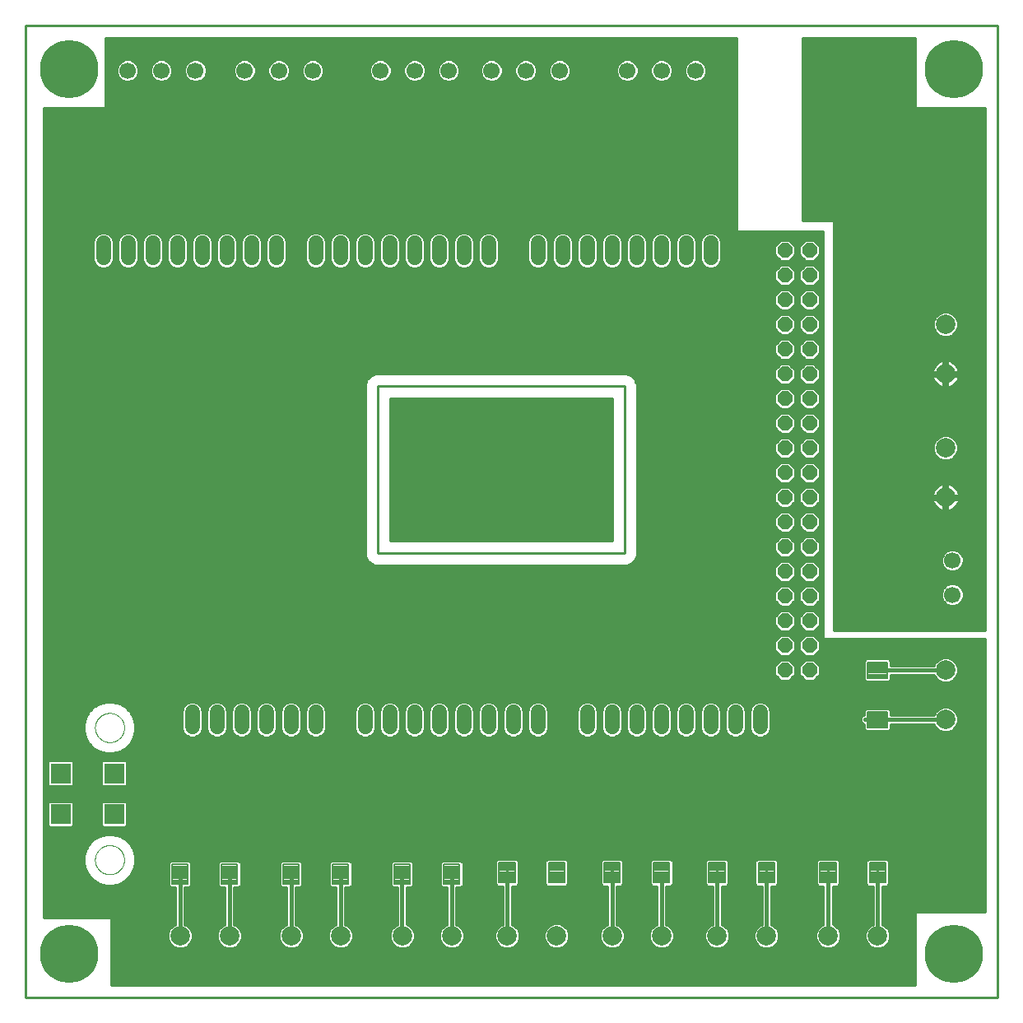
<source format=gbr>
G75*
%MOIN*%
%OFA0B0*%
%FSLAX25Y25*%
%IPPOS*%
%LPD*%
%AMOC8*
5,1,8,0,0,1.08239X$1,22.5*
%
%ADD10C,0.01000*%
%ADD11C,0.06000*%
%ADD12OC8,0.06000*%
%ADD13C,0.00709*%
%ADD14C,0.07874*%
%ADD15R,0.08268X0.08268*%
%ADD16C,0.00000*%
%ADD17C,0.06693*%
%ADD18C,0.00800*%
%ADD19C,0.01600*%
%ADD20C,0.23622*%
D10*
X0005500Y0001500D02*
X0399201Y0001500D01*
X0399201Y0395201D01*
X0005500Y0395201D01*
X0005500Y0001500D01*
X0148000Y0181500D02*
X0148000Y0249000D01*
X0248000Y0249000D01*
X0248000Y0181500D01*
X0148000Y0181500D01*
D11*
X0143000Y0117000D02*
X0143000Y0111000D01*
X0153000Y0111000D02*
X0153000Y0117000D01*
X0163000Y0117000D02*
X0163000Y0111000D01*
X0173000Y0111000D02*
X0173000Y0117000D01*
X0183000Y0117000D02*
X0183000Y0111000D01*
X0193000Y0111000D02*
X0193000Y0117000D01*
X0203000Y0117000D02*
X0203000Y0111000D01*
X0213000Y0111000D02*
X0213000Y0117000D01*
X0233000Y0117000D02*
X0233000Y0111000D01*
X0243000Y0111000D02*
X0243000Y0117000D01*
X0253000Y0117000D02*
X0253000Y0111000D01*
X0263000Y0111000D02*
X0263000Y0117000D01*
X0273000Y0117000D02*
X0273000Y0111000D01*
X0283000Y0111000D02*
X0283000Y0117000D01*
X0293000Y0117000D02*
X0293000Y0111000D01*
X0303000Y0111000D02*
X0303000Y0117000D01*
X0123000Y0117000D02*
X0123000Y0111000D01*
X0113000Y0111000D02*
X0113000Y0117000D01*
X0103000Y0117000D02*
X0103000Y0111000D01*
X0093000Y0111000D02*
X0093000Y0117000D01*
X0083000Y0117000D02*
X0083000Y0111000D01*
X0073000Y0111000D02*
X0073000Y0117000D01*
X0077000Y0301000D02*
X0077000Y0307000D01*
X0067000Y0307000D02*
X0067000Y0301000D01*
X0057000Y0301000D02*
X0057000Y0307000D01*
X0047000Y0307000D02*
X0047000Y0301000D01*
X0037000Y0301000D02*
X0037000Y0307000D01*
X0087000Y0307000D02*
X0087000Y0301000D01*
X0097000Y0301000D02*
X0097000Y0307000D01*
X0107000Y0307000D02*
X0107000Y0301000D01*
X0123000Y0301000D02*
X0123000Y0307000D01*
X0133000Y0307000D02*
X0133000Y0301000D01*
X0143000Y0301000D02*
X0143000Y0307000D01*
X0153000Y0307000D02*
X0153000Y0301000D01*
X0163000Y0301000D02*
X0163000Y0307000D01*
X0173000Y0307000D02*
X0173000Y0301000D01*
X0183000Y0301000D02*
X0183000Y0307000D01*
X0193000Y0307000D02*
X0193000Y0301000D01*
X0213000Y0301000D02*
X0213000Y0307000D01*
X0223000Y0307000D02*
X0223000Y0301000D01*
X0233000Y0301000D02*
X0233000Y0307000D01*
X0243000Y0307000D02*
X0243000Y0301000D01*
X0253000Y0301000D02*
X0253000Y0307000D01*
X0263000Y0307000D02*
X0263000Y0301000D01*
X0273000Y0301000D02*
X0273000Y0307000D01*
X0283000Y0307000D02*
X0283000Y0301000D01*
D12*
X0313000Y0304000D03*
X0313000Y0294000D03*
X0323000Y0294000D03*
X0323000Y0304000D03*
X0323000Y0284000D03*
X0323000Y0274000D03*
X0313000Y0274000D03*
X0313000Y0284000D03*
X0313000Y0264000D03*
X0313000Y0254000D03*
X0323000Y0254000D03*
X0323000Y0264000D03*
X0323000Y0244000D03*
X0323000Y0234000D03*
X0313000Y0234000D03*
X0313000Y0244000D03*
X0313000Y0224000D03*
X0313000Y0214000D03*
X0323000Y0214000D03*
X0323000Y0224000D03*
X0323000Y0204000D03*
X0323000Y0194000D03*
X0313000Y0194000D03*
X0313000Y0204000D03*
X0313000Y0184000D03*
X0313000Y0174000D03*
X0323000Y0174000D03*
X0323000Y0184000D03*
X0323000Y0164000D03*
X0323000Y0154000D03*
X0313000Y0154000D03*
X0313000Y0164000D03*
X0313000Y0144000D03*
X0313000Y0134000D03*
X0323000Y0134000D03*
X0323000Y0144000D03*
D13*
X0346524Y0137228D02*
X0346524Y0130850D01*
X0346524Y0137228D02*
X0354476Y0137228D01*
X0354476Y0130850D01*
X0346524Y0130850D01*
X0346524Y0131558D02*
X0354476Y0131558D01*
X0354476Y0132266D02*
X0346524Y0132266D01*
X0346524Y0132974D02*
X0354476Y0132974D01*
X0354476Y0133682D02*
X0346524Y0133682D01*
X0346524Y0134390D02*
X0354476Y0134390D01*
X0354476Y0135098D02*
X0346524Y0135098D01*
X0346524Y0135806D02*
X0354476Y0135806D01*
X0354476Y0136514D02*
X0346524Y0136514D01*
X0346524Y0137222D02*
X0354476Y0137222D01*
X0346524Y0117150D02*
X0346524Y0110772D01*
X0346524Y0117150D02*
X0354476Y0117150D01*
X0354476Y0110772D01*
X0346524Y0110772D01*
X0346524Y0111480D02*
X0354476Y0111480D01*
X0354476Y0112188D02*
X0346524Y0112188D01*
X0346524Y0112896D02*
X0354476Y0112896D01*
X0354476Y0113604D02*
X0346524Y0113604D01*
X0346524Y0114312D02*
X0354476Y0114312D01*
X0354476Y0115020D02*
X0346524Y0115020D01*
X0346524Y0115728D02*
X0354476Y0115728D01*
X0354476Y0116436D02*
X0346524Y0116436D01*
X0346524Y0117144D02*
X0354476Y0117144D01*
X0353728Y0048024D02*
X0347350Y0048024D01*
X0347350Y0055976D01*
X0353728Y0055976D01*
X0353728Y0048024D01*
X0353728Y0048732D02*
X0347350Y0048732D01*
X0347350Y0049440D02*
X0353728Y0049440D01*
X0353728Y0050148D02*
X0347350Y0050148D01*
X0347350Y0050856D02*
X0353728Y0050856D01*
X0353728Y0051564D02*
X0347350Y0051564D01*
X0347350Y0052272D02*
X0353728Y0052272D01*
X0353728Y0052980D02*
X0347350Y0052980D01*
X0347350Y0053688D02*
X0353728Y0053688D01*
X0353728Y0054396D02*
X0347350Y0054396D01*
X0347350Y0055104D02*
X0353728Y0055104D01*
X0353728Y0055812D02*
X0347350Y0055812D01*
X0333650Y0048024D02*
X0327272Y0048024D01*
X0327272Y0055976D01*
X0333650Y0055976D01*
X0333650Y0048024D01*
X0333650Y0048732D02*
X0327272Y0048732D01*
X0327272Y0049440D02*
X0333650Y0049440D01*
X0333650Y0050148D02*
X0327272Y0050148D01*
X0327272Y0050856D02*
X0333650Y0050856D01*
X0333650Y0051564D02*
X0327272Y0051564D01*
X0327272Y0052272D02*
X0333650Y0052272D01*
X0333650Y0052980D02*
X0327272Y0052980D01*
X0327272Y0053688D02*
X0333650Y0053688D01*
X0333650Y0054396D02*
X0327272Y0054396D01*
X0327272Y0055104D02*
X0333650Y0055104D01*
X0333650Y0055812D02*
X0327272Y0055812D01*
X0308728Y0048024D02*
X0302350Y0048024D01*
X0302350Y0055976D01*
X0308728Y0055976D01*
X0308728Y0048024D01*
X0308728Y0048732D02*
X0302350Y0048732D01*
X0302350Y0049440D02*
X0308728Y0049440D01*
X0308728Y0050148D02*
X0302350Y0050148D01*
X0302350Y0050856D02*
X0308728Y0050856D01*
X0308728Y0051564D02*
X0302350Y0051564D01*
X0302350Y0052272D02*
X0308728Y0052272D01*
X0308728Y0052980D02*
X0302350Y0052980D01*
X0302350Y0053688D02*
X0308728Y0053688D01*
X0308728Y0054396D02*
X0302350Y0054396D01*
X0302350Y0055104D02*
X0308728Y0055104D01*
X0308728Y0055812D02*
X0302350Y0055812D01*
X0288650Y0048024D02*
X0282272Y0048024D01*
X0282272Y0055976D01*
X0288650Y0055976D01*
X0288650Y0048024D01*
X0288650Y0048732D02*
X0282272Y0048732D01*
X0282272Y0049440D02*
X0288650Y0049440D01*
X0288650Y0050148D02*
X0282272Y0050148D01*
X0282272Y0050856D02*
X0288650Y0050856D01*
X0288650Y0051564D02*
X0282272Y0051564D01*
X0282272Y0052272D02*
X0288650Y0052272D01*
X0288650Y0052980D02*
X0282272Y0052980D01*
X0282272Y0053688D02*
X0288650Y0053688D01*
X0288650Y0054396D02*
X0282272Y0054396D01*
X0282272Y0055104D02*
X0288650Y0055104D01*
X0288650Y0055812D02*
X0282272Y0055812D01*
X0266228Y0048024D02*
X0259850Y0048024D01*
X0259850Y0055976D01*
X0266228Y0055976D01*
X0266228Y0048024D01*
X0266228Y0048732D02*
X0259850Y0048732D01*
X0259850Y0049440D02*
X0266228Y0049440D01*
X0266228Y0050148D02*
X0259850Y0050148D01*
X0259850Y0050856D02*
X0266228Y0050856D01*
X0266228Y0051564D02*
X0259850Y0051564D01*
X0259850Y0052272D02*
X0266228Y0052272D01*
X0266228Y0052980D02*
X0259850Y0052980D01*
X0259850Y0053688D02*
X0266228Y0053688D01*
X0266228Y0054396D02*
X0259850Y0054396D01*
X0259850Y0055104D02*
X0266228Y0055104D01*
X0266228Y0055812D02*
X0259850Y0055812D01*
X0246150Y0048024D02*
X0239772Y0048024D01*
X0239772Y0055976D01*
X0246150Y0055976D01*
X0246150Y0048024D01*
X0246150Y0048732D02*
X0239772Y0048732D01*
X0239772Y0049440D02*
X0246150Y0049440D01*
X0246150Y0050148D02*
X0239772Y0050148D01*
X0239772Y0050856D02*
X0246150Y0050856D01*
X0246150Y0051564D02*
X0239772Y0051564D01*
X0239772Y0052272D02*
X0246150Y0052272D01*
X0246150Y0052980D02*
X0239772Y0052980D01*
X0239772Y0053688D02*
X0246150Y0053688D01*
X0246150Y0054396D02*
X0239772Y0054396D01*
X0239772Y0055104D02*
X0246150Y0055104D01*
X0246150Y0055812D02*
X0239772Y0055812D01*
X0223728Y0048024D02*
X0217350Y0048024D01*
X0217350Y0055976D01*
X0223728Y0055976D01*
X0223728Y0048024D01*
X0223728Y0048732D02*
X0217350Y0048732D01*
X0217350Y0049440D02*
X0223728Y0049440D01*
X0223728Y0050148D02*
X0217350Y0050148D01*
X0217350Y0050856D02*
X0223728Y0050856D01*
X0223728Y0051564D02*
X0217350Y0051564D01*
X0217350Y0052272D02*
X0223728Y0052272D01*
X0223728Y0052980D02*
X0217350Y0052980D01*
X0217350Y0053688D02*
X0223728Y0053688D01*
X0223728Y0054396D02*
X0217350Y0054396D01*
X0217350Y0055104D02*
X0223728Y0055104D01*
X0223728Y0055812D02*
X0217350Y0055812D01*
X0203650Y0048024D02*
X0197272Y0048024D01*
X0197272Y0055976D01*
X0203650Y0055976D01*
X0203650Y0048024D01*
X0203650Y0048732D02*
X0197272Y0048732D01*
X0197272Y0049440D02*
X0203650Y0049440D01*
X0203650Y0050148D02*
X0197272Y0050148D01*
X0197272Y0050856D02*
X0203650Y0050856D01*
X0203650Y0051564D02*
X0197272Y0051564D01*
X0197272Y0052272D02*
X0203650Y0052272D01*
X0203650Y0052980D02*
X0197272Y0052980D01*
X0197272Y0053688D02*
X0203650Y0053688D01*
X0203650Y0054396D02*
X0197272Y0054396D01*
X0197272Y0055104D02*
X0203650Y0055104D01*
X0203650Y0055812D02*
X0197272Y0055812D01*
X0181228Y0047524D02*
X0174850Y0047524D01*
X0174850Y0055476D01*
X0181228Y0055476D01*
X0181228Y0047524D01*
X0181228Y0048232D02*
X0174850Y0048232D01*
X0174850Y0048940D02*
X0181228Y0048940D01*
X0181228Y0049648D02*
X0174850Y0049648D01*
X0174850Y0050356D02*
X0181228Y0050356D01*
X0181228Y0051064D02*
X0174850Y0051064D01*
X0174850Y0051772D02*
X0181228Y0051772D01*
X0181228Y0052480D02*
X0174850Y0052480D01*
X0174850Y0053188D02*
X0181228Y0053188D01*
X0181228Y0053896D02*
X0174850Y0053896D01*
X0174850Y0054604D02*
X0181228Y0054604D01*
X0181228Y0055312D02*
X0174850Y0055312D01*
X0161150Y0047524D02*
X0154772Y0047524D01*
X0154772Y0055476D01*
X0161150Y0055476D01*
X0161150Y0047524D01*
X0161150Y0048232D02*
X0154772Y0048232D01*
X0154772Y0048940D02*
X0161150Y0048940D01*
X0161150Y0049648D02*
X0154772Y0049648D01*
X0154772Y0050356D02*
X0161150Y0050356D01*
X0161150Y0051064D02*
X0154772Y0051064D01*
X0154772Y0051772D02*
X0161150Y0051772D01*
X0161150Y0052480D02*
X0154772Y0052480D01*
X0154772Y0053188D02*
X0161150Y0053188D01*
X0161150Y0053896D02*
X0154772Y0053896D01*
X0154772Y0054604D02*
X0161150Y0054604D01*
X0161150Y0055312D02*
X0154772Y0055312D01*
X0136228Y0047524D02*
X0129850Y0047524D01*
X0129850Y0055476D01*
X0136228Y0055476D01*
X0136228Y0047524D01*
X0136228Y0048232D02*
X0129850Y0048232D01*
X0129850Y0048940D02*
X0136228Y0048940D01*
X0136228Y0049648D02*
X0129850Y0049648D01*
X0129850Y0050356D02*
X0136228Y0050356D01*
X0136228Y0051064D02*
X0129850Y0051064D01*
X0129850Y0051772D02*
X0136228Y0051772D01*
X0136228Y0052480D02*
X0129850Y0052480D01*
X0129850Y0053188D02*
X0136228Y0053188D01*
X0136228Y0053896D02*
X0129850Y0053896D01*
X0129850Y0054604D02*
X0136228Y0054604D01*
X0136228Y0055312D02*
X0129850Y0055312D01*
X0116150Y0047524D02*
X0109772Y0047524D01*
X0109772Y0055476D01*
X0116150Y0055476D01*
X0116150Y0047524D01*
X0116150Y0048232D02*
X0109772Y0048232D01*
X0109772Y0048940D02*
X0116150Y0048940D01*
X0116150Y0049648D02*
X0109772Y0049648D01*
X0109772Y0050356D02*
X0116150Y0050356D01*
X0116150Y0051064D02*
X0109772Y0051064D01*
X0109772Y0051772D02*
X0116150Y0051772D01*
X0116150Y0052480D02*
X0109772Y0052480D01*
X0109772Y0053188D02*
X0116150Y0053188D01*
X0116150Y0053896D02*
X0109772Y0053896D01*
X0109772Y0054604D02*
X0116150Y0054604D01*
X0116150Y0055312D02*
X0109772Y0055312D01*
X0091228Y0047524D02*
X0084850Y0047524D01*
X0084850Y0055476D01*
X0091228Y0055476D01*
X0091228Y0047524D01*
X0091228Y0048232D02*
X0084850Y0048232D01*
X0084850Y0048940D02*
X0091228Y0048940D01*
X0091228Y0049648D02*
X0084850Y0049648D01*
X0084850Y0050356D02*
X0091228Y0050356D01*
X0091228Y0051064D02*
X0084850Y0051064D01*
X0084850Y0051772D02*
X0091228Y0051772D01*
X0091228Y0052480D02*
X0084850Y0052480D01*
X0084850Y0053188D02*
X0091228Y0053188D01*
X0091228Y0053896D02*
X0084850Y0053896D01*
X0084850Y0054604D02*
X0091228Y0054604D01*
X0091228Y0055312D02*
X0084850Y0055312D01*
X0071150Y0047524D02*
X0064772Y0047524D01*
X0064772Y0055476D01*
X0071150Y0055476D01*
X0071150Y0047524D01*
X0071150Y0048232D02*
X0064772Y0048232D01*
X0064772Y0048940D02*
X0071150Y0048940D01*
X0071150Y0049648D02*
X0064772Y0049648D01*
X0064772Y0050356D02*
X0071150Y0050356D01*
X0071150Y0051064D02*
X0064772Y0051064D01*
X0064772Y0051772D02*
X0071150Y0051772D01*
X0071150Y0052480D02*
X0064772Y0052480D01*
X0064772Y0053188D02*
X0071150Y0053188D01*
X0071150Y0053896D02*
X0064772Y0053896D01*
X0064772Y0054604D02*
X0071150Y0054604D01*
X0071150Y0055312D02*
X0064772Y0055312D01*
D14*
X0068083Y0026402D03*
X0088083Y0026402D03*
X0113083Y0026402D03*
X0133083Y0026402D03*
X0158083Y0026402D03*
X0178083Y0026402D03*
X0200583Y0026402D03*
X0220583Y0026402D03*
X0243083Y0026402D03*
X0263083Y0026402D03*
X0285583Y0026402D03*
X0305583Y0026402D03*
X0330583Y0026402D03*
X0350583Y0026402D03*
X0378098Y0114083D03*
X0378098Y0134083D03*
X0378098Y0204083D03*
X0378098Y0224083D03*
X0378098Y0254083D03*
X0378098Y0274083D03*
D15*
X0041327Y0092268D03*
X0041327Y0075732D03*
X0019673Y0075732D03*
X0019673Y0092268D03*
D16*
X0033610Y0110772D02*
X0033612Y0110925D01*
X0033618Y0111079D01*
X0033628Y0111232D01*
X0033642Y0111384D01*
X0033660Y0111537D01*
X0033682Y0111688D01*
X0033707Y0111839D01*
X0033737Y0111990D01*
X0033771Y0112140D01*
X0033808Y0112288D01*
X0033849Y0112436D01*
X0033894Y0112582D01*
X0033943Y0112728D01*
X0033996Y0112872D01*
X0034052Y0113014D01*
X0034112Y0113155D01*
X0034176Y0113295D01*
X0034243Y0113433D01*
X0034314Y0113569D01*
X0034389Y0113703D01*
X0034466Y0113835D01*
X0034548Y0113965D01*
X0034632Y0114093D01*
X0034720Y0114219D01*
X0034811Y0114342D01*
X0034905Y0114463D01*
X0035003Y0114581D01*
X0035103Y0114697D01*
X0035207Y0114810D01*
X0035313Y0114921D01*
X0035422Y0115029D01*
X0035534Y0115134D01*
X0035648Y0115235D01*
X0035766Y0115334D01*
X0035885Y0115430D01*
X0036007Y0115523D01*
X0036132Y0115612D01*
X0036259Y0115699D01*
X0036388Y0115781D01*
X0036519Y0115861D01*
X0036652Y0115937D01*
X0036787Y0116010D01*
X0036924Y0116079D01*
X0037063Y0116144D01*
X0037203Y0116206D01*
X0037345Y0116264D01*
X0037488Y0116319D01*
X0037633Y0116370D01*
X0037779Y0116417D01*
X0037926Y0116460D01*
X0038074Y0116499D01*
X0038223Y0116535D01*
X0038373Y0116566D01*
X0038524Y0116594D01*
X0038675Y0116618D01*
X0038828Y0116638D01*
X0038980Y0116654D01*
X0039133Y0116666D01*
X0039286Y0116674D01*
X0039439Y0116678D01*
X0039593Y0116678D01*
X0039746Y0116674D01*
X0039899Y0116666D01*
X0040052Y0116654D01*
X0040204Y0116638D01*
X0040357Y0116618D01*
X0040508Y0116594D01*
X0040659Y0116566D01*
X0040809Y0116535D01*
X0040958Y0116499D01*
X0041106Y0116460D01*
X0041253Y0116417D01*
X0041399Y0116370D01*
X0041544Y0116319D01*
X0041687Y0116264D01*
X0041829Y0116206D01*
X0041969Y0116144D01*
X0042108Y0116079D01*
X0042245Y0116010D01*
X0042380Y0115937D01*
X0042513Y0115861D01*
X0042644Y0115781D01*
X0042773Y0115699D01*
X0042900Y0115612D01*
X0043025Y0115523D01*
X0043147Y0115430D01*
X0043266Y0115334D01*
X0043384Y0115235D01*
X0043498Y0115134D01*
X0043610Y0115029D01*
X0043719Y0114921D01*
X0043825Y0114810D01*
X0043929Y0114697D01*
X0044029Y0114581D01*
X0044127Y0114463D01*
X0044221Y0114342D01*
X0044312Y0114219D01*
X0044400Y0114093D01*
X0044484Y0113965D01*
X0044566Y0113835D01*
X0044643Y0113703D01*
X0044718Y0113569D01*
X0044789Y0113433D01*
X0044856Y0113295D01*
X0044920Y0113155D01*
X0044980Y0113014D01*
X0045036Y0112872D01*
X0045089Y0112728D01*
X0045138Y0112582D01*
X0045183Y0112436D01*
X0045224Y0112288D01*
X0045261Y0112140D01*
X0045295Y0111990D01*
X0045325Y0111839D01*
X0045350Y0111688D01*
X0045372Y0111537D01*
X0045390Y0111384D01*
X0045404Y0111232D01*
X0045414Y0111079D01*
X0045420Y0110925D01*
X0045422Y0110772D01*
X0045420Y0110619D01*
X0045414Y0110465D01*
X0045404Y0110312D01*
X0045390Y0110160D01*
X0045372Y0110007D01*
X0045350Y0109856D01*
X0045325Y0109705D01*
X0045295Y0109554D01*
X0045261Y0109404D01*
X0045224Y0109256D01*
X0045183Y0109108D01*
X0045138Y0108962D01*
X0045089Y0108816D01*
X0045036Y0108672D01*
X0044980Y0108530D01*
X0044920Y0108389D01*
X0044856Y0108249D01*
X0044789Y0108111D01*
X0044718Y0107975D01*
X0044643Y0107841D01*
X0044566Y0107709D01*
X0044484Y0107579D01*
X0044400Y0107451D01*
X0044312Y0107325D01*
X0044221Y0107202D01*
X0044127Y0107081D01*
X0044029Y0106963D01*
X0043929Y0106847D01*
X0043825Y0106734D01*
X0043719Y0106623D01*
X0043610Y0106515D01*
X0043498Y0106410D01*
X0043384Y0106309D01*
X0043266Y0106210D01*
X0043147Y0106114D01*
X0043025Y0106021D01*
X0042900Y0105932D01*
X0042773Y0105845D01*
X0042644Y0105763D01*
X0042513Y0105683D01*
X0042380Y0105607D01*
X0042245Y0105534D01*
X0042108Y0105465D01*
X0041969Y0105400D01*
X0041829Y0105338D01*
X0041687Y0105280D01*
X0041544Y0105225D01*
X0041399Y0105174D01*
X0041253Y0105127D01*
X0041106Y0105084D01*
X0040958Y0105045D01*
X0040809Y0105009D01*
X0040659Y0104978D01*
X0040508Y0104950D01*
X0040357Y0104926D01*
X0040204Y0104906D01*
X0040052Y0104890D01*
X0039899Y0104878D01*
X0039746Y0104870D01*
X0039593Y0104866D01*
X0039439Y0104866D01*
X0039286Y0104870D01*
X0039133Y0104878D01*
X0038980Y0104890D01*
X0038828Y0104906D01*
X0038675Y0104926D01*
X0038524Y0104950D01*
X0038373Y0104978D01*
X0038223Y0105009D01*
X0038074Y0105045D01*
X0037926Y0105084D01*
X0037779Y0105127D01*
X0037633Y0105174D01*
X0037488Y0105225D01*
X0037345Y0105280D01*
X0037203Y0105338D01*
X0037063Y0105400D01*
X0036924Y0105465D01*
X0036787Y0105534D01*
X0036652Y0105607D01*
X0036519Y0105683D01*
X0036388Y0105763D01*
X0036259Y0105845D01*
X0036132Y0105932D01*
X0036007Y0106021D01*
X0035885Y0106114D01*
X0035766Y0106210D01*
X0035648Y0106309D01*
X0035534Y0106410D01*
X0035422Y0106515D01*
X0035313Y0106623D01*
X0035207Y0106734D01*
X0035103Y0106847D01*
X0035003Y0106963D01*
X0034905Y0107081D01*
X0034811Y0107202D01*
X0034720Y0107325D01*
X0034632Y0107451D01*
X0034548Y0107579D01*
X0034466Y0107709D01*
X0034389Y0107841D01*
X0034314Y0107975D01*
X0034243Y0108111D01*
X0034176Y0108249D01*
X0034112Y0108389D01*
X0034052Y0108530D01*
X0033996Y0108672D01*
X0033943Y0108816D01*
X0033894Y0108962D01*
X0033849Y0109108D01*
X0033808Y0109256D01*
X0033771Y0109404D01*
X0033737Y0109554D01*
X0033707Y0109705D01*
X0033682Y0109856D01*
X0033660Y0110007D01*
X0033642Y0110160D01*
X0033628Y0110312D01*
X0033618Y0110465D01*
X0033612Y0110619D01*
X0033610Y0110772D01*
X0033610Y0057228D02*
X0033612Y0057381D01*
X0033618Y0057535D01*
X0033628Y0057688D01*
X0033642Y0057840D01*
X0033660Y0057993D01*
X0033682Y0058144D01*
X0033707Y0058295D01*
X0033737Y0058446D01*
X0033771Y0058596D01*
X0033808Y0058744D01*
X0033849Y0058892D01*
X0033894Y0059038D01*
X0033943Y0059184D01*
X0033996Y0059328D01*
X0034052Y0059470D01*
X0034112Y0059611D01*
X0034176Y0059751D01*
X0034243Y0059889D01*
X0034314Y0060025D01*
X0034389Y0060159D01*
X0034466Y0060291D01*
X0034548Y0060421D01*
X0034632Y0060549D01*
X0034720Y0060675D01*
X0034811Y0060798D01*
X0034905Y0060919D01*
X0035003Y0061037D01*
X0035103Y0061153D01*
X0035207Y0061266D01*
X0035313Y0061377D01*
X0035422Y0061485D01*
X0035534Y0061590D01*
X0035648Y0061691D01*
X0035766Y0061790D01*
X0035885Y0061886D01*
X0036007Y0061979D01*
X0036132Y0062068D01*
X0036259Y0062155D01*
X0036388Y0062237D01*
X0036519Y0062317D01*
X0036652Y0062393D01*
X0036787Y0062466D01*
X0036924Y0062535D01*
X0037063Y0062600D01*
X0037203Y0062662D01*
X0037345Y0062720D01*
X0037488Y0062775D01*
X0037633Y0062826D01*
X0037779Y0062873D01*
X0037926Y0062916D01*
X0038074Y0062955D01*
X0038223Y0062991D01*
X0038373Y0063022D01*
X0038524Y0063050D01*
X0038675Y0063074D01*
X0038828Y0063094D01*
X0038980Y0063110D01*
X0039133Y0063122D01*
X0039286Y0063130D01*
X0039439Y0063134D01*
X0039593Y0063134D01*
X0039746Y0063130D01*
X0039899Y0063122D01*
X0040052Y0063110D01*
X0040204Y0063094D01*
X0040357Y0063074D01*
X0040508Y0063050D01*
X0040659Y0063022D01*
X0040809Y0062991D01*
X0040958Y0062955D01*
X0041106Y0062916D01*
X0041253Y0062873D01*
X0041399Y0062826D01*
X0041544Y0062775D01*
X0041687Y0062720D01*
X0041829Y0062662D01*
X0041969Y0062600D01*
X0042108Y0062535D01*
X0042245Y0062466D01*
X0042380Y0062393D01*
X0042513Y0062317D01*
X0042644Y0062237D01*
X0042773Y0062155D01*
X0042900Y0062068D01*
X0043025Y0061979D01*
X0043147Y0061886D01*
X0043266Y0061790D01*
X0043384Y0061691D01*
X0043498Y0061590D01*
X0043610Y0061485D01*
X0043719Y0061377D01*
X0043825Y0061266D01*
X0043929Y0061153D01*
X0044029Y0061037D01*
X0044127Y0060919D01*
X0044221Y0060798D01*
X0044312Y0060675D01*
X0044400Y0060549D01*
X0044484Y0060421D01*
X0044566Y0060291D01*
X0044643Y0060159D01*
X0044718Y0060025D01*
X0044789Y0059889D01*
X0044856Y0059751D01*
X0044920Y0059611D01*
X0044980Y0059470D01*
X0045036Y0059328D01*
X0045089Y0059184D01*
X0045138Y0059038D01*
X0045183Y0058892D01*
X0045224Y0058744D01*
X0045261Y0058596D01*
X0045295Y0058446D01*
X0045325Y0058295D01*
X0045350Y0058144D01*
X0045372Y0057993D01*
X0045390Y0057840D01*
X0045404Y0057688D01*
X0045414Y0057535D01*
X0045420Y0057381D01*
X0045422Y0057228D01*
X0045420Y0057075D01*
X0045414Y0056921D01*
X0045404Y0056768D01*
X0045390Y0056616D01*
X0045372Y0056463D01*
X0045350Y0056312D01*
X0045325Y0056161D01*
X0045295Y0056010D01*
X0045261Y0055860D01*
X0045224Y0055712D01*
X0045183Y0055564D01*
X0045138Y0055418D01*
X0045089Y0055272D01*
X0045036Y0055128D01*
X0044980Y0054986D01*
X0044920Y0054845D01*
X0044856Y0054705D01*
X0044789Y0054567D01*
X0044718Y0054431D01*
X0044643Y0054297D01*
X0044566Y0054165D01*
X0044484Y0054035D01*
X0044400Y0053907D01*
X0044312Y0053781D01*
X0044221Y0053658D01*
X0044127Y0053537D01*
X0044029Y0053419D01*
X0043929Y0053303D01*
X0043825Y0053190D01*
X0043719Y0053079D01*
X0043610Y0052971D01*
X0043498Y0052866D01*
X0043384Y0052765D01*
X0043266Y0052666D01*
X0043147Y0052570D01*
X0043025Y0052477D01*
X0042900Y0052388D01*
X0042773Y0052301D01*
X0042644Y0052219D01*
X0042513Y0052139D01*
X0042380Y0052063D01*
X0042245Y0051990D01*
X0042108Y0051921D01*
X0041969Y0051856D01*
X0041829Y0051794D01*
X0041687Y0051736D01*
X0041544Y0051681D01*
X0041399Y0051630D01*
X0041253Y0051583D01*
X0041106Y0051540D01*
X0040958Y0051501D01*
X0040809Y0051465D01*
X0040659Y0051434D01*
X0040508Y0051406D01*
X0040357Y0051382D01*
X0040204Y0051362D01*
X0040052Y0051346D01*
X0039899Y0051334D01*
X0039746Y0051326D01*
X0039593Y0051322D01*
X0039439Y0051322D01*
X0039286Y0051326D01*
X0039133Y0051334D01*
X0038980Y0051346D01*
X0038828Y0051362D01*
X0038675Y0051382D01*
X0038524Y0051406D01*
X0038373Y0051434D01*
X0038223Y0051465D01*
X0038074Y0051501D01*
X0037926Y0051540D01*
X0037779Y0051583D01*
X0037633Y0051630D01*
X0037488Y0051681D01*
X0037345Y0051736D01*
X0037203Y0051794D01*
X0037063Y0051856D01*
X0036924Y0051921D01*
X0036787Y0051990D01*
X0036652Y0052063D01*
X0036519Y0052139D01*
X0036388Y0052219D01*
X0036259Y0052301D01*
X0036132Y0052388D01*
X0036007Y0052477D01*
X0035885Y0052570D01*
X0035766Y0052666D01*
X0035648Y0052765D01*
X0035534Y0052866D01*
X0035422Y0052971D01*
X0035313Y0053079D01*
X0035207Y0053190D01*
X0035103Y0053303D01*
X0035003Y0053419D01*
X0034905Y0053537D01*
X0034811Y0053658D01*
X0034720Y0053781D01*
X0034632Y0053907D01*
X0034548Y0054035D01*
X0034466Y0054165D01*
X0034389Y0054297D01*
X0034314Y0054431D01*
X0034243Y0054567D01*
X0034176Y0054705D01*
X0034112Y0054845D01*
X0034052Y0054986D01*
X0033996Y0055128D01*
X0033943Y0055272D01*
X0033894Y0055418D01*
X0033849Y0055564D01*
X0033808Y0055712D01*
X0033771Y0055860D01*
X0033737Y0056010D01*
X0033707Y0056161D01*
X0033682Y0056312D01*
X0033660Y0056463D01*
X0033642Y0056616D01*
X0033628Y0056768D01*
X0033618Y0056921D01*
X0033612Y0057075D01*
X0033610Y0057228D01*
D17*
X0046720Y0376894D03*
X0060500Y0376894D03*
X0074280Y0376894D03*
X0094220Y0376894D03*
X0108000Y0376894D03*
X0121780Y0376894D03*
X0149220Y0376894D03*
X0163000Y0376894D03*
X0176780Y0376894D03*
X0194220Y0376894D03*
X0208000Y0376894D03*
X0221780Y0376894D03*
X0249220Y0376894D03*
X0263000Y0376894D03*
X0276780Y0376894D03*
X0380894Y0178390D03*
X0380894Y0164610D03*
D18*
X0183000Y0114000D02*
X0183000Y0113600D01*
D19*
X0187400Y0113396D02*
X0188600Y0113396D01*
X0188600Y0114994D02*
X0187400Y0114994D01*
X0187400Y0116593D02*
X0188600Y0116593D01*
X0188600Y0117875D02*
X0189270Y0119492D01*
X0190508Y0120730D01*
X0192125Y0121400D01*
X0193875Y0121400D01*
X0195492Y0120730D01*
X0196730Y0119492D01*
X0197400Y0117875D01*
X0197400Y0110125D01*
X0196730Y0108508D01*
X0195492Y0107270D01*
X0193875Y0106600D01*
X0192125Y0106600D01*
X0190508Y0107270D01*
X0189270Y0108508D01*
X0188600Y0110125D01*
X0188600Y0117875D01*
X0188731Y0118191D02*
X0187269Y0118191D01*
X0187400Y0117875D02*
X0186730Y0119492D01*
X0185492Y0120730D01*
X0183875Y0121400D01*
X0182125Y0121400D01*
X0180508Y0120730D01*
X0179270Y0119492D01*
X0178600Y0117875D01*
X0178600Y0110125D01*
X0179270Y0108508D01*
X0180508Y0107270D01*
X0182125Y0106600D01*
X0183875Y0106600D01*
X0185492Y0107270D01*
X0186730Y0108508D01*
X0187400Y0110125D01*
X0187400Y0117875D01*
X0186433Y0119790D02*
X0189567Y0119790D01*
X0192097Y0121388D02*
X0183903Y0121388D01*
X0182097Y0121388D02*
X0173903Y0121388D01*
X0173875Y0121400D02*
X0172125Y0121400D01*
X0170508Y0120730D01*
X0169270Y0119492D01*
X0168600Y0117875D01*
X0168600Y0110125D01*
X0169270Y0108508D01*
X0170508Y0107270D01*
X0172125Y0106600D01*
X0173875Y0106600D01*
X0175492Y0107270D01*
X0176730Y0108508D01*
X0177400Y0110125D01*
X0177400Y0117875D01*
X0176730Y0119492D01*
X0175492Y0120730D01*
X0173875Y0121400D01*
X0172097Y0121388D02*
X0163903Y0121388D01*
X0163875Y0121400D02*
X0162125Y0121400D01*
X0160508Y0120730D01*
X0159270Y0119492D01*
X0158600Y0117875D01*
X0158600Y0110125D01*
X0159270Y0108508D01*
X0160508Y0107270D01*
X0162125Y0106600D01*
X0163875Y0106600D01*
X0165492Y0107270D01*
X0166730Y0108508D01*
X0167400Y0110125D01*
X0167400Y0117875D01*
X0166730Y0119492D01*
X0165492Y0120730D01*
X0163875Y0121400D01*
X0162097Y0121388D02*
X0153903Y0121388D01*
X0153875Y0121400D02*
X0152125Y0121400D01*
X0150508Y0120730D01*
X0149270Y0119492D01*
X0148600Y0117875D01*
X0148600Y0110125D01*
X0149270Y0108508D01*
X0150508Y0107270D01*
X0152125Y0106600D01*
X0153875Y0106600D01*
X0155492Y0107270D01*
X0156730Y0108508D01*
X0157400Y0110125D01*
X0157400Y0117875D01*
X0156730Y0119492D01*
X0155492Y0120730D01*
X0153875Y0121400D01*
X0152097Y0121388D02*
X0143903Y0121388D01*
X0143875Y0121400D02*
X0142125Y0121400D01*
X0140508Y0120730D01*
X0139270Y0119492D01*
X0138600Y0117875D01*
X0138600Y0110125D01*
X0139270Y0108508D01*
X0140508Y0107270D01*
X0142125Y0106600D01*
X0143875Y0106600D01*
X0145492Y0107270D01*
X0146730Y0108508D01*
X0147400Y0110125D01*
X0147400Y0117875D01*
X0146730Y0119492D01*
X0145492Y0120730D01*
X0143875Y0121400D01*
X0142097Y0121388D02*
X0123903Y0121388D01*
X0123875Y0121400D02*
X0122125Y0121400D01*
X0120508Y0120730D01*
X0119270Y0119492D01*
X0118600Y0117875D01*
X0118600Y0110125D01*
X0119270Y0108508D01*
X0120508Y0107270D01*
X0122125Y0106600D01*
X0123875Y0106600D01*
X0125492Y0107270D01*
X0126730Y0108508D01*
X0127400Y0110125D01*
X0127400Y0117875D01*
X0126730Y0119492D01*
X0125492Y0120730D01*
X0123875Y0121400D01*
X0122097Y0121388D02*
X0113903Y0121388D01*
X0113875Y0121400D02*
X0112125Y0121400D01*
X0110508Y0120730D01*
X0109270Y0119492D01*
X0108600Y0117875D01*
X0108600Y0110125D01*
X0109270Y0108508D01*
X0110508Y0107270D01*
X0112125Y0106600D01*
X0113875Y0106600D01*
X0115492Y0107270D01*
X0116730Y0108508D01*
X0117400Y0110125D01*
X0117400Y0117875D01*
X0116730Y0119492D01*
X0115492Y0120730D01*
X0113875Y0121400D01*
X0112097Y0121388D02*
X0103903Y0121388D01*
X0103875Y0121400D02*
X0102125Y0121400D01*
X0100508Y0120730D01*
X0099270Y0119492D01*
X0098600Y0117875D01*
X0098600Y0110125D01*
X0099270Y0108508D01*
X0100508Y0107270D01*
X0102125Y0106600D01*
X0103875Y0106600D01*
X0105492Y0107270D01*
X0106730Y0108508D01*
X0107400Y0110125D01*
X0107400Y0117875D01*
X0106730Y0119492D01*
X0105492Y0120730D01*
X0103875Y0121400D01*
X0102097Y0121388D02*
X0093903Y0121388D01*
X0093875Y0121400D02*
X0092125Y0121400D01*
X0090508Y0120730D01*
X0089270Y0119492D01*
X0088600Y0117875D01*
X0088600Y0110125D01*
X0089270Y0108508D01*
X0090508Y0107270D01*
X0092125Y0106600D01*
X0093875Y0106600D01*
X0095492Y0107270D01*
X0096730Y0108508D01*
X0097400Y0110125D01*
X0097400Y0117875D01*
X0096730Y0119492D01*
X0095492Y0120730D01*
X0093875Y0121400D01*
X0092097Y0121388D02*
X0083903Y0121388D01*
X0083875Y0121400D02*
X0082125Y0121400D01*
X0080508Y0120730D01*
X0079270Y0119492D01*
X0078600Y0117875D01*
X0078600Y0110125D01*
X0079270Y0108508D01*
X0080508Y0107270D01*
X0082125Y0106600D01*
X0083875Y0106600D01*
X0085492Y0107270D01*
X0086730Y0108508D01*
X0087400Y0110125D01*
X0087400Y0117875D01*
X0086730Y0119492D01*
X0085492Y0120730D01*
X0083875Y0121400D01*
X0082097Y0121388D02*
X0073903Y0121388D01*
X0073875Y0121400D02*
X0072125Y0121400D01*
X0070508Y0120730D01*
X0069270Y0119492D01*
X0068600Y0117875D01*
X0068600Y0110125D01*
X0069270Y0108508D01*
X0070508Y0107270D01*
X0072125Y0106600D01*
X0073875Y0106600D01*
X0075492Y0107270D01*
X0076730Y0108508D01*
X0077400Y0110125D01*
X0077400Y0117875D01*
X0076730Y0119492D01*
X0075492Y0120730D01*
X0073875Y0121400D01*
X0072097Y0121388D02*
X0041257Y0121388D01*
X0040925Y0121477D02*
X0038106Y0121477D01*
X0035384Y0120748D01*
X0032942Y0119338D01*
X0030949Y0117345D01*
X0029540Y0114904D01*
X0028810Y0112181D01*
X0028810Y0109362D01*
X0029540Y0106639D01*
X0030949Y0104198D01*
X0032942Y0102205D01*
X0035384Y0100796D01*
X0038106Y0100066D01*
X0040925Y0100066D01*
X0043648Y0100796D01*
X0046089Y0102205D01*
X0048082Y0104198D01*
X0049492Y0106639D01*
X0050221Y0109362D01*
X0050221Y0112181D01*
X0049492Y0114904D01*
X0048082Y0117345D01*
X0046089Y0119338D01*
X0043648Y0120748D01*
X0040925Y0121477D01*
X0037775Y0121388D02*
X0013000Y0121388D01*
X0013000Y0119790D02*
X0033725Y0119790D01*
X0031796Y0118191D02*
X0013000Y0118191D01*
X0013000Y0116593D02*
X0030515Y0116593D01*
X0029592Y0114994D02*
X0013000Y0114994D01*
X0013000Y0113396D02*
X0029136Y0113396D01*
X0028810Y0111797D02*
X0013000Y0111797D01*
X0013000Y0110199D02*
X0028810Y0110199D01*
X0029014Y0108600D02*
X0013000Y0108600D01*
X0013000Y0107002D02*
X0029443Y0107002D01*
X0030254Y0105403D02*
X0013000Y0105403D01*
X0013000Y0103805D02*
X0031343Y0103805D01*
X0032941Y0102206D02*
X0013000Y0102206D01*
X0013000Y0100608D02*
X0036085Y0100608D01*
X0036613Y0097802D02*
X0035793Y0096981D01*
X0035793Y0087554D01*
X0036613Y0086734D01*
X0046041Y0086734D01*
X0046861Y0087554D01*
X0046861Y0096981D01*
X0046041Y0097802D01*
X0036613Y0097802D01*
X0036222Y0097411D02*
X0024778Y0097411D01*
X0024387Y0097802D02*
X0014959Y0097802D01*
X0014139Y0096981D01*
X0014139Y0087554D01*
X0014959Y0086734D01*
X0024387Y0086734D01*
X0025207Y0087554D01*
X0025207Y0096981D01*
X0024387Y0097802D01*
X0025207Y0095812D02*
X0035793Y0095812D01*
X0035793Y0094214D02*
X0025207Y0094214D01*
X0025207Y0092615D02*
X0035793Y0092615D01*
X0035793Y0091017D02*
X0025207Y0091017D01*
X0025207Y0089418D02*
X0035793Y0089418D01*
X0035793Y0087820D02*
X0025207Y0087820D01*
X0024387Y0081266D02*
X0014959Y0081266D01*
X0014139Y0080446D01*
X0014139Y0071019D01*
X0014959Y0070198D01*
X0024387Y0070198D01*
X0025207Y0071019D01*
X0025207Y0080446D01*
X0024387Y0081266D01*
X0025207Y0079827D02*
X0035793Y0079827D01*
X0035793Y0080446D02*
X0035793Y0071019D01*
X0036613Y0070198D01*
X0046041Y0070198D01*
X0046861Y0071019D01*
X0046861Y0080446D01*
X0046041Y0081266D01*
X0036613Y0081266D01*
X0035793Y0080446D01*
X0035793Y0078229D02*
X0025207Y0078229D01*
X0025207Y0076630D02*
X0035793Y0076630D01*
X0035793Y0075032D02*
X0025207Y0075032D01*
X0025207Y0073433D02*
X0035793Y0073433D01*
X0035793Y0071834D02*
X0025207Y0071834D01*
X0024425Y0070236D02*
X0036575Y0070236D01*
X0038106Y0067934D02*
X0035384Y0067204D01*
X0032942Y0065795D01*
X0030949Y0063802D01*
X0029540Y0061361D01*
X0028810Y0058638D01*
X0028810Y0055819D01*
X0029540Y0053096D01*
X0030949Y0050655D01*
X0032942Y0048662D01*
X0035384Y0047252D01*
X0038106Y0046523D01*
X0040925Y0046523D01*
X0043648Y0047252D01*
X0046089Y0048662D01*
X0048082Y0050655D01*
X0049492Y0053096D01*
X0050221Y0055819D01*
X0050221Y0058638D01*
X0049492Y0061361D01*
X0048082Y0063802D01*
X0046089Y0065795D01*
X0043648Y0067204D01*
X0040925Y0067934D01*
X0038106Y0067934D01*
X0035097Y0067039D02*
X0013000Y0067039D01*
X0013000Y0068637D02*
X0393901Y0068637D01*
X0393901Y0067039D02*
X0043934Y0067039D01*
X0046444Y0065440D02*
X0393901Y0065440D01*
X0393901Y0063842D02*
X0048042Y0063842D01*
X0048982Y0062243D02*
X0393901Y0062243D01*
X0393901Y0060645D02*
X0049683Y0060645D01*
X0050112Y0059046D02*
X0393901Y0059046D01*
X0393901Y0057448D02*
X0354738Y0057448D01*
X0354455Y0057731D02*
X0346624Y0057731D01*
X0345596Y0056703D01*
X0345596Y0047297D01*
X0346624Y0046269D01*
X0348339Y0046269D01*
X0348339Y0031249D01*
X0347560Y0030926D01*
X0346059Y0029425D01*
X0345246Y0027463D01*
X0345246Y0025340D01*
X0346059Y0023378D01*
X0347560Y0021877D01*
X0349521Y0021065D01*
X0351645Y0021065D01*
X0353606Y0021877D01*
X0355108Y0023378D01*
X0355920Y0025340D01*
X0355920Y0027463D01*
X0355108Y0029425D01*
X0353606Y0030926D01*
X0352739Y0031285D01*
X0352739Y0046269D01*
X0354455Y0046269D01*
X0355483Y0047297D01*
X0355483Y0056703D01*
X0354455Y0057731D01*
X0355483Y0055849D02*
X0393901Y0055849D01*
X0393901Y0054251D02*
X0355483Y0054251D01*
X0355483Y0052652D02*
X0393901Y0052652D01*
X0393901Y0051054D02*
X0355483Y0051054D01*
X0355483Y0049455D02*
X0393901Y0049455D01*
X0393901Y0047857D02*
X0355483Y0047857D01*
X0352739Y0046258D02*
X0393901Y0046258D01*
X0393901Y0044660D02*
X0352739Y0044660D01*
X0352739Y0043061D02*
X0393901Y0043061D01*
X0393901Y0041463D02*
X0352739Y0041463D01*
X0352739Y0039864D02*
X0393901Y0039864D01*
X0393901Y0038266D02*
X0352739Y0038266D01*
X0352739Y0036667D02*
X0393901Y0036667D01*
X0393901Y0036500D02*
X0365500Y0036500D01*
X0365500Y0006800D01*
X0040500Y0006800D01*
X0040500Y0034000D01*
X0013000Y0034000D01*
X0013000Y0361500D01*
X0038000Y0361500D01*
X0038000Y0389901D01*
X0293000Y0389901D01*
X0293000Y0311500D01*
X0328000Y0311500D01*
X0328000Y0146500D01*
X0393901Y0146500D01*
X0393901Y0036500D01*
X0365500Y0035069D02*
X0352739Y0035069D01*
X0352739Y0033470D02*
X0365500Y0033470D01*
X0365500Y0031872D02*
X0352739Y0031872D01*
X0354259Y0030273D02*
X0365500Y0030273D01*
X0365500Y0028675D02*
X0355418Y0028675D01*
X0355920Y0027076D02*
X0365500Y0027076D01*
X0365500Y0025478D02*
X0355920Y0025478D01*
X0355315Y0023879D02*
X0365500Y0023879D01*
X0365500Y0022281D02*
X0354010Y0022281D01*
X0350583Y0026402D02*
X0350539Y0026445D01*
X0350539Y0052000D01*
X0345596Y0052652D02*
X0335404Y0052652D01*
X0335404Y0051054D02*
X0345596Y0051054D01*
X0345596Y0049455D02*
X0335404Y0049455D01*
X0335404Y0047857D02*
X0345596Y0047857D01*
X0348339Y0046258D02*
X0332661Y0046258D01*
X0332661Y0046269D02*
X0334376Y0046269D01*
X0335404Y0047297D01*
X0335404Y0056703D01*
X0334376Y0057731D01*
X0326545Y0057731D01*
X0325517Y0056703D01*
X0325517Y0047297D01*
X0326545Y0046269D01*
X0328261Y0046269D01*
X0328261Y0031216D01*
X0327560Y0030926D01*
X0326059Y0029425D01*
X0325246Y0027463D01*
X0325246Y0025340D01*
X0326059Y0023378D01*
X0327560Y0021877D01*
X0329521Y0021065D01*
X0331645Y0021065D01*
X0333606Y0021877D01*
X0335108Y0023378D01*
X0335920Y0025340D01*
X0335920Y0027463D01*
X0335108Y0029425D01*
X0333606Y0030926D01*
X0332661Y0031318D01*
X0332661Y0046269D01*
X0332661Y0044660D02*
X0348339Y0044660D01*
X0348339Y0043061D02*
X0332661Y0043061D01*
X0332661Y0041463D02*
X0348339Y0041463D01*
X0348339Y0039864D02*
X0332661Y0039864D01*
X0332661Y0038266D02*
X0348339Y0038266D01*
X0348339Y0036667D02*
X0332661Y0036667D01*
X0332661Y0035069D02*
X0348339Y0035069D01*
X0348339Y0033470D02*
X0332661Y0033470D01*
X0332661Y0031872D02*
X0348339Y0031872D01*
X0346907Y0030273D02*
X0334259Y0030273D01*
X0335418Y0028675D02*
X0345748Y0028675D01*
X0345246Y0027076D02*
X0335920Y0027076D01*
X0335920Y0025478D02*
X0345246Y0025478D01*
X0345851Y0023879D02*
X0335315Y0023879D01*
X0334010Y0022281D02*
X0347156Y0022281D01*
X0330583Y0026402D02*
X0330461Y0026524D01*
X0330461Y0052000D01*
X0325517Y0052652D02*
X0310483Y0052652D01*
X0310483Y0051054D02*
X0325517Y0051054D01*
X0325517Y0049455D02*
X0310483Y0049455D01*
X0310483Y0047857D02*
X0325517Y0047857D01*
X0328261Y0046258D02*
X0307783Y0046258D01*
X0307783Y0046269D02*
X0309455Y0046269D01*
X0310483Y0047297D01*
X0310483Y0056703D01*
X0309455Y0057731D01*
X0301624Y0057731D01*
X0300596Y0056703D01*
X0300596Y0047297D01*
X0301624Y0046269D01*
X0303383Y0046269D01*
X0303383Y0031267D01*
X0302560Y0030926D01*
X0301059Y0029425D01*
X0300246Y0027463D01*
X0300246Y0025340D01*
X0301059Y0023378D01*
X0302560Y0021877D01*
X0304521Y0021065D01*
X0306645Y0021065D01*
X0308606Y0021877D01*
X0310108Y0023378D01*
X0310920Y0025340D01*
X0310920Y0027463D01*
X0310108Y0029425D01*
X0308606Y0030926D01*
X0307783Y0031267D01*
X0307783Y0046269D01*
X0307783Y0044660D02*
X0328261Y0044660D01*
X0328261Y0043061D02*
X0307783Y0043061D01*
X0307783Y0041463D02*
X0328261Y0041463D01*
X0328261Y0039864D02*
X0307783Y0039864D01*
X0307783Y0038266D02*
X0328261Y0038266D01*
X0328261Y0036667D02*
X0307783Y0036667D01*
X0307783Y0035069D02*
X0328261Y0035069D01*
X0328261Y0033470D02*
X0307783Y0033470D01*
X0307783Y0031872D02*
X0328261Y0031872D01*
X0326907Y0030273D02*
X0309259Y0030273D01*
X0310418Y0028675D02*
X0325748Y0028675D01*
X0325246Y0027076D02*
X0310920Y0027076D01*
X0310920Y0025478D02*
X0325246Y0025478D01*
X0325851Y0023879D02*
X0310315Y0023879D01*
X0309010Y0022281D02*
X0327156Y0022281D01*
X0305583Y0026402D02*
X0305583Y0052000D01*
X0305539Y0052000D01*
X0300596Y0052652D02*
X0290404Y0052652D01*
X0290404Y0051054D02*
X0300596Y0051054D01*
X0300596Y0049455D02*
X0290404Y0049455D01*
X0290404Y0047857D02*
X0300596Y0047857D01*
X0303383Y0046258D02*
X0287783Y0046258D01*
X0287783Y0046269D02*
X0289376Y0046269D01*
X0290404Y0047297D01*
X0290404Y0056703D01*
X0289376Y0057731D01*
X0281545Y0057731D01*
X0280517Y0056703D01*
X0280517Y0047297D01*
X0281545Y0046269D01*
X0283383Y0046269D01*
X0283383Y0031267D01*
X0282560Y0030926D01*
X0281059Y0029425D01*
X0280246Y0027463D01*
X0280246Y0025340D01*
X0281059Y0023378D01*
X0282560Y0021877D01*
X0284521Y0021065D01*
X0286645Y0021065D01*
X0288606Y0021877D01*
X0290108Y0023378D01*
X0290920Y0025340D01*
X0290920Y0027463D01*
X0290108Y0029425D01*
X0288606Y0030926D01*
X0287783Y0031267D01*
X0287783Y0046269D01*
X0287783Y0044660D02*
X0303383Y0044660D01*
X0303383Y0043061D02*
X0287783Y0043061D01*
X0287783Y0041463D02*
X0303383Y0041463D01*
X0303383Y0039864D02*
X0287783Y0039864D01*
X0287783Y0038266D02*
X0303383Y0038266D01*
X0303383Y0036667D02*
X0287783Y0036667D01*
X0287783Y0035069D02*
X0303383Y0035069D01*
X0303383Y0033470D02*
X0287783Y0033470D01*
X0287783Y0031872D02*
X0303383Y0031872D01*
X0301907Y0030273D02*
X0289259Y0030273D01*
X0290418Y0028675D02*
X0300748Y0028675D01*
X0300246Y0027076D02*
X0290920Y0027076D01*
X0290920Y0025478D02*
X0300246Y0025478D01*
X0300851Y0023879D02*
X0290315Y0023879D01*
X0289010Y0022281D02*
X0302156Y0022281D01*
X0285583Y0026402D02*
X0285583Y0052000D01*
X0285461Y0052000D01*
X0280517Y0052652D02*
X0267983Y0052652D01*
X0267983Y0051054D02*
X0280517Y0051054D01*
X0280517Y0049455D02*
X0267983Y0049455D01*
X0267983Y0047857D02*
X0280517Y0047857D01*
X0283383Y0046258D02*
X0265283Y0046258D01*
X0265283Y0046269D02*
X0266955Y0046269D01*
X0267983Y0047297D01*
X0267983Y0056703D01*
X0266955Y0057731D01*
X0259124Y0057731D01*
X0258096Y0056703D01*
X0258096Y0047297D01*
X0259124Y0046269D01*
X0260883Y0046269D01*
X0260883Y0031267D01*
X0260060Y0030926D01*
X0258559Y0029425D01*
X0257746Y0027463D01*
X0257746Y0025340D01*
X0258559Y0023378D01*
X0260060Y0021877D01*
X0262021Y0021065D01*
X0264145Y0021065D01*
X0266106Y0021877D01*
X0267608Y0023378D01*
X0268420Y0025340D01*
X0268420Y0027463D01*
X0267608Y0029425D01*
X0266106Y0030926D01*
X0265283Y0031267D01*
X0265283Y0046269D01*
X0265283Y0044660D02*
X0283383Y0044660D01*
X0283383Y0043061D02*
X0265283Y0043061D01*
X0265283Y0041463D02*
X0283383Y0041463D01*
X0283383Y0039864D02*
X0265283Y0039864D01*
X0265283Y0038266D02*
X0283383Y0038266D01*
X0283383Y0036667D02*
X0265283Y0036667D01*
X0265283Y0035069D02*
X0283383Y0035069D01*
X0283383Y0033470D02*
X0265283Y0033470D01*
X0265283Y0031872D02*
X0283383Y0031872D01*
X0281907Y0030273D02*
X0266759Y0030273D01*
X0267918Y0028675D02*
X0280748Y0028675D01*
X0280246Y0027076D02*
X0268420Y0027076D01*
X0268420Y0025478D02*
X0280246Y0025478D01*
X0280851Y0023879D02*
X0267815Y0023879D01*
X0266510Y0022281D02*
X0282156Y0022281D01*
X0263083Y0026402D02*
X0263083Y0051500D01*
X0263000Y0051500D01*
X0258096Y0051054D02*
X0247904Y0051054D01*
X0247904Y0052652D02*
X0258096Y0052652D01*
X0258096Y0054251D02*
X0247904Y0054251D01*
X0247904Y0055849D02*
X0258096Y0055849D01*
X0258841Y0057448D02*
X0247159Y0057448D01*
X0246876Y0057731D02*
X0239045Y0057731D01*
X0238017Y0056703D01*
X0238017Y0047297D01*
X0239045Y0046269D01*
X0240883Y0046269D01*
X0240883Y0031267D01*
X0240060Y0030926D01*
X0238559Y0029425D01*
X0237746Y0027463D01*
X0237746Y0025340D01*
X0238559Y0023378D01*
X0240060Y0021877D01*
X0242021Y0021065D01*
X0244145Y0021065D01*
X0246106Y0021877D01*
X0247608Y0023378D01*
X0248420Y0025340D01*
X0248420Y0027463D01*
X0247608Y0029425D01*
X0246106Y0030926D01*
X0245283Y0031267D01*
X0245283Y0046269D01*
X0246876Y0046269D01*
X0247904Y0047297D01*
X0247904Y0056703D01*
X0246876Y0057731D01*
X0243083Y0052000D02*
X0243083Y0026402D01*
X0239407Y0030273D02*
X0224259Y0030273D01*
X0223606Y0030926D02*
X0221645Y0031739D01*
X0219521Y0031739D01*
X0217560Y0030926D01*
X0216059Y0029425D01*
X0215246Y0027463D01*
X0215246Y0025340D01*
X0216059Y0023378D01*
X0217560Y0021877D01*
X0219521Y0021065D01*
X0221645Y0021065D01*
X0223606Y0021877D01*
X0225108Y0023378D01*
X0225920Y0025340D01*
X0225920Y0027463D01*
X0225108Y0029425D01*
X0223606Y0030926D01*
X0225418Y0028675D02*
X0238248Y0028675D01*
X0237746Y0027076D02*
X0225920Y0027076D01*
X0225920Y0025478D02*
X0237746Y0025478D01*
X0238351Y0023879D02*
X0225315Y0023879D01*
X0224010Y0022281D02*
X0239656Y0022281D01*
X0246510Y0022281D02*
X0259656Y0022281D01*
X0258351Y0023879D02*
X0247815Y0023879D01*
X0248420Y0025478D02*
X0257746Y0025478D01*
X0257746Y0027076D02*
X0248420Y0027076D01*
X0247918Y0028675D02*
X0258248Y0028675D01*
X0259407Y0030273D02*
X0246759Y0030273D01*
X0245283Y0031872D02*
X0260883Y0031872D01*
X0260883Y0033470D02*
X0245283Y0033470D01*
X0245283Y0035069D02*
X0260883Y0035069D01*
X0260883Y0036667D02*
X0245283Y0036667D01*
X0245283Y0038266D02*
X0260883Y0038266D01*
X0260883Y0039864D02*
X0245283Y0039864D01*
X0245283Y0041463D02*
X0260883Y0041463D01*
X0260883Y0043061D02*
X0245283Y0043061D01*
X0245283Y0044660D02*
X0260883Y0044660D01*
X0260883Y0046258D02*
X0245283Y0046258D01*
X0247904Y0047857D02*
X0258096Y0047857D01*
X0258096Y0049455D02*
X0247904Y0049455D01*
X0243083Y0052000D02*
X0242961Y0052000D01*
X0238017Y0052652D02*
X0225483Y0052652D01*
X0225483Y0051054D02*
X0238017Y0051054D01*
X0238017Y0049455D02*
X0225483Y0049455D01*
X0225483Y0047857D02*
X0238017Y0047857D01*
X0240883Y0046258D02*
X0202783Y0046258D01*
X0202783Y0046269D02*
X0204376Y0046269D01*
X0205404Y0047297D01*
X0205404Y0056703D01*
X0204376Y0057731D01*
X0196545Y0057731D01*
X0195517Y0056703D01*
X0195517Y0047297D01*
X0196545Y0046269D01*
X0198383Y0046269D01*
X0198383Y0031267D01*
X0197560Y0030926D01*
X0196059Y0029425D01*
X0195246Y0027463D01*
X0195246Y0025340D01*
X0196059Y0023378D01*
X0197560Y0021877D01*
X0199521Y0021065D01*
X0201645Y0021065D01*
X0203606Y0021877D01*
X0205108Y0023378D01*
X0205920Y0025340D01*
X0205920Y0027463D01*
X0205108Y0029425D01*
X0203606Y0030926D01*
X0202783Y0031267D01*
X0202783Y0046269D01*
X0202783Y0044660D02*
X0240883Y0044660D01*
X0240883Y0043061D02*
X0202783Y0043061D01*
X0202783Y0041463D02*
X0240883Y0041463D01*
X0240883Y0039864D02*
X0202783Y0039864D01*
X0202783Y0038266D02*
X0240883Y0038266D01*
X0240883Y0036667D02*
X0202783Y0036667D01*
X0202783Y0035069D02*
X0240883Y0035069D01*
X0240883Y0033470D02*
X0202783Y0033470D01*
X0202783Y0031872D02*
X0240883Y0031872D01*
X0225483Y0047297D02*
X0224455Y0046269D01*
X0216624Y0046269D01*
X0215596Y0047297D01*
X0215596Y0056703D01*
X0216624Y0057731D01*
X0224455Y0057731D01*
X0225483Y0056703D01*
X0225483Y0047297D01*
X0225483Y0054251D02*
X0238017Y0054251D01*
X0238017Y0055849D02*
X0225483Y0055849D01*
X0224738Y0057448D02*
X0238762Y0057448D01*
X0216341Y0057448D02*
X0204659Y0057448D01*
X0205404Y0055849D02*
X0215596Y0055849D01*
X0215596Y0054251D02*
X0205404Y0054251D01*
X0205404Y0052652D02*
X0215596Y0052652D01*
X0215596Y0051054D02*
X0205404Y0051054D01*
X0205404Y0049455D02*
X0215596Y0049455D01*
X0215596Y0047857D02*
X0205404Y0047857D01*
X0200583Y0052000D02*
X0200583Y0026402D01*
X0196907Y0030273D02*
X0181759Y0030273D01*
X0181106Y0030926D02*
X0180283Y0031267D01*
X0180283Y0045769D01*
X0181955Y0045769D01*
X0182983Y0046797D01*
X0182983Y0056203D01*
X0181955Y0057231D01*
X0174124Y0057231D01*
X0173096Y0056203D01*
X0173096Y0046797D01*
X0174124Y0045769D01*
X0175883Y0045769D01*
X0175883Y0031267D01*
X0175060Y0030926D01*
X0173559Y0029425D01*
X0172746Y0027463D01*
X0172746Y0025340D01*
X0173559Y0023378D01*
X0175060Y0021877D01*
X0177021Y0021065D01*
X0179145Y0021065D01*
X0181106Y0021877D01*
X0182608Y0023378D01*
X0183420Y0025340D01*
X0183420Y0027463D01*
X0182608Y0029425D01*
X0181106Y0030926D01*
X0180283Y0031872D02*
X0198383Y0031872D01*
X0198383Y0033470D02*
X0180283Y0033470D01*
X0180283Y0035069D02*
X0198383Y0035069D01*
X0198383Y0036667D02*
X0180283Y0036667D01*
X0180283Y0038266D02*
X0198383Y0038266D01*
X0198383Y0039864D02*
X0180283Y0039864D01*
X0180283Y0041463D02*
X0198383Y0041463D01*
X0198383Y0043061D02*
X0180283Y0043061D01*
X0180283Y0044660D02*
X0198383Y0044660D01*
X0198383Y0046258D02*
X0182444Y0046258D01*
X0182983Y0047857D02*
X0195517Y0047857D01*
X0195517Y0049455D02*
X0182983Y0049455D01*
X0182983Y0051054D02*
X0195517Y0051054D01*
X0195517Y0052652D02*
X0182983Y0052652D01*
X0182983Y0054251D02*
X0195517Y0054251D01*
X0195517Y0055849D02*
X0182983Y0055849D01*
X0178083Y0051500D02*
X0178083Y0026402D01*
X0174407Y0030273D02*
X0161759Y0030273D01*
X0161106Y0030926D02*
X0160161Y0031318D01*
X0160161Y0045769D01*
X0161876Y0045769D01*
X0162904Y0046797D01*
X0162904Y0056203D01*
X0161876Y0057231D01*
X0154045Y0057231D01*
X0153017Y0056203D01*
X0153017Y0046797D01*
X0154045Y0045769D01*
X0155761Y0045769D01*
X0155761Y0031216D01*
X0155060Y0030926D01*
X0153559Y0029425D01*
X0152746Y0027463D01*
X0152746Y0025340D01*
X0153559Y0023378D01*
X0155060Y0021877D01*
X0157021Y0021065D01*
X0159145Y0021065D01*
X0161106Y0021877D01*
X0162608Y0023378D01*
X0163420Y0025340D01*
X0163420Y0027463D01*
X0162608Y0029425D01*
X0161106Y0030926D01*
X0160161Y0031872D02*
X0175883Y0031872D01*
X0175883Y0033470D02*
X0160161Y0033470D01*
X0160161Y0035069D02*
X0175883Y0035069D01*
X0175883Y0036667D02*
X0160161Y0036667D01*
X0160161Y0038266D02*
X0175883Y0038266D01*
X0175883Y0039864D02*
X0160161Y0039864D01*
X0160161Y0041463D02*
X0175883Y0041463D01*
X0175883Y0043061D02*
X0160161Y0043061D01*
X0160161Y0044660D02*
X0175883Y0044660D01*
X0173635Y0046258D02*
X0162365Y0046258D01*
X0162904Y0047857D02*
X0173096Y0047857D01*
X0173096Y0049455D02*
X0162904Y0049455D01*
X0162904Y0051054D02*
X0173096Y0051054D01*
X0173096Y0052652D02*
X0162904Y0052652D01*
X0162904Y0054251D02*
X0173096Y0054251D01*
X0173096Y0055849D02*
X0162904Y0055849D01*
X0157961Y0051500D02*
X0157961Y0026402D01*
X0158083Y0026402D01*
X0154407Y0030273D02*
X0136759Y0030273D01*
X0136106Y0030926D02*
X0135283Y0031267D01*
X0135283Y0045769D01*
X0136955Y0045769D01*
X0137983Y0046797D01*
X0137983Y0056203D01*
X0136955Y0057231D01*
X0129124Y0057231D01*
X0128096Y0056203D01*
X0128096Y0046797D01*
X0129124Y0045769D01*
X0130883Y0045769D01*
X0130883Y0031267D01*
X0130060Y0030926D01*
X0128559Y0029425D01*
X0127746Y0027463D01*
X0127746Y0025340D01*
X0128559Y0023378D01*
X0130060Y0021877D01*
X0132021Y0021065D01*
X0134145Y0021065D01*
X0136106Y0021877D01*
X0137608Y0023378D01*
X0138420Y0025340D01*
X0138420Y0027463D01*
X0137608Y0029425D01*
X0136106Y0030926D01*
X0135283Y0031872D02*
X0155761Y0031872D01*
X0155761Y0033470D02*
X0135283Y0033470D01*
X0135283Y0035069D02*
X0155761Y0035069D01*
X0155761Y0036667D02*
X0135283Y0036667D01*
X0135283Y0038266D02*
X0155761Y0038266D01*
X0155761Y0039864D02*
X0135283Y0039864D01*
X0135283Y0041463D02*
X0155761Y0041463D01*
X0155761Y0043061D02*
X0135283Y0043061D01*
X0135283Y0044660D02*
X0155761Y0044660D01*
X0153556Y0046258D02*
X0137444Y0046258D01*
X0137983Y0047857D02*
X0153017Y0047857D01*
X0153017Y0049455D02*
X0137983Y0049455D01*
X0137983Y0051054D02*
X0153017Y0051054D01*
X0153017Y0052652D02*
X0137983Y0052652D01*
X0137983Y0054251D02*
X0153017Y0054251D01*
X0153017Y0055849D02*
X0137983Y0055849D01*
X0133039Y0051500D02*
X0133083Y0049000D01*
X0133083Y0026402D01*
X0129407Y0030273D02*
X0116759Y0030273D01*
X0116106Y0030926D02*
X0115283Y0031267D01*
X0115283Y0045769D01*
X0116876Y0045769D01*
X0117904Y0046797D01*
X0117904Y0056203D01*
X0116876Y0057231D01*
X0109045Y0057231D01*
X0108017Y0056203D01*
X0108017Y0046797D01*
X0109045Y0045769D01*
X0110883Y0045769D01*
X0110883Y0031267D01*
X0110060Y0030926D01*
X0108559Y0029425D01*
X0107746Y0027463D01*
X0107746Y0025340D01*
X0108559Y0023378D01*
X0110060Y0021877D01*
X0112021Y0021065D01*
X0114145Y0021065D01*
X0116106Y0021877D01*
X0117608Y0023378D01*
X0118420Y0025340D01*
X0118420Y0027463D01*
X0117608Y0029425D01*
X0116106Y0030926D01*
X0115283Y0031872D02*
X0130883Y0031872D01*
X0130883Y0033470D02*
X0115283Y0033470D01*
X0115283Y0035069D02*
X0130883Y0035069D01*
X0130883Y0036667D02*
X0115283Y0036667D01*
X0115283Y0038266D02*
X0130883Y0038266D01*
X0130883Y0039864D02*
X0115283Y0039864D01*
X0115283Y0041463D02*
X0130883Y0041463D01*
X0130883Y0043061D02*
X0115283Y0043061D01*
X0115283Y0044660D02*
X0130883Y0044660D01*
X0128635Y0046258D02*
X0117365Y0046258D01*
X0117904Y0047857D02*
X0128096Y0047857D01*
X0128096Y0049455D02*
X0117904Y0049455D01*
X0117904Y0051054D02*
X0128096Y0051054D01*
X0128096Y0052652D02*
X0117904Y0052652D01*
X0117904Y0054251D02*
X0128096Y0054251D01*
X0128096Y0055849D02*
X0117904Y0055849D01*
X0112961Y0051500D02*
X0113083Y0049000D01*
X0113083Y0026402D01*
X0109407Y0030273D02*
X0091759Y0030273D01*
X0091106Y0030926D02*
X0090283Y0031267D01*
X0090283Y0045769D01*
X0091955Y0045769D01*
X0092983Y0046797D01*
X0092983Y0056203D01*
X0091955Y0057231D01*
X0084124Y0057231D01*
X0083096Y0056203D01*
X0083096Y0046797D01*
X0084124Y0045769D01*
X0085883Y0045769D01*
X0085883Y0031267D01*
X0085060Y0030926D01*
X0083559Y0029425D01*
X0082746Y0027463D01*
X0082746Y0025340D01*
X0083559Y0023378D01*
X0085060Y0021877D01*
X0087021Y0021065D01*
X0089145Y0021065D01*
X0091106Y0021877D01*
X0092608Y0023378D01*
X0093420Y0025340D01*
X0093420Y0027463D01*
X0092608Y0029425D01*
X0091106Y0030926D01*
X0090283Y0031872D02*
X0110883Y0031872D01*
X0110883Y0033470D02*
X0090283Y0033470D01*
X0090283Y0035069D02*
X0110883Y0035069D01*
X0110883Y0036667D02*
X0090283Y0036667D01*
X0090283Y0038266D02*
X0110883Y0038266D01*
X0110883Y0039864D02*
X0090283Y0039864D01*
X0090283Y0041463D02*
X0110883Y0041463D01*
X0110883Y0043061D02*
X0090283Y0043061D01*
X0090283Y0044660D02*
X0110883Y0044660D01*
X0108556Y0046258D02*
X0092444Y0046258D01*
X0092983Y0047857D02*
X0108017Y0047857D01*
X0108017Y0049455D02*
X0092983Y0049455D01*
X0092983Y0051054D02*
X0108017Y0051054D01*
X0108017Y0052652D02*
X0092983Y0052652D01*
X0092983Y0054251D02*
X0108017Y0054251D01*
X0108017Y0055849D02*
X0092983Y0055849D01*
X0088083Y0051500D02*
X0088083Y0026402D01*
X0084407Y0030273D02*
X0071759Y0030273D01*
X0071106Y0030926D02*
X0070283Y0031267D01*
X0070283Y0045769D01*
X0071876Y0045769D01*
X0072904Y0046797D01*
X0072904Y0056203D01*
X0071876Y0057231D01*
X0064045Y0057231D01*
X0063017Y0056203D01*
X0063017Y0046797D01*
X0064045Y0045769D01*
X0065883Y0045769D01*
X0065883Y0031267D01*
X0065060Y0030926D01*
X0063559Y0029425D01*
X0062746Y0027463D01*
X0062746Y0025340D01*
X0063559Y0023378D01*
X0065060Y0021877D01*
X0067021Y0021065D01*
X0069145Y0021065D01*
X0071106Y0021877D01*
X0072608Y0023378D01*
X0073420Y0025340D01*
X0073420Y0027463D01*
X0072608Y0029425D01*
X0071106Y0030926D01*
X0070283Y0031872D02*
X0085883Y0031872D01*
X0085883Y0033470D02*
X0070283Y0033470D01*
X0070283Y0035069D02*
X0085883Y0035069D01*
X0085883Y0036667D02*
X0070283Y0036667D01*
X0070283Y0038266D02*
X0085883Y0038266D01*
X0085883Y0039864D02*
X0070283Y0039864D01*
X0070283Y0041463D02*
X0085883Y0041463D01*
X0085883Y0043061D02*
X0070283Y0043061D01*
X0070283Y0044660D02*
X0085883Y0044660D01*
X0083635Y0046258D02*
X0072365Y0046258D01*
X0072904Y0047857D02*
X0083096Y0047857D01*
X0083096Y0049455D02*
X0072904Y0049455D01*
X0072904Y0051054D02*
X0083096Y0051054D01*
X0083096Y0052652D02*
X0072904Y0052652D01*
X0072904Y0054251D02*
X0083096Y0054251D01*
X0083096Y0055849D02*
X0072904Y0055849D01*
X0068083Y0051500D02*
X0068083Y0026402D01*
X0064407Y0030273D02*
X0040500Y0030273D01*
X0040500Y0028675D02*
X0063248Y0028675D01*
X0062746Y0027076D02*
X0040500Y0027076D01*
X0040500Y0025478D02*
X0062746Y0025478D01*
X0063351Y0023879D02*
X0040500Y0023879D01*
X0040500Y0022281D02*
X0064656Y0022281D01*
X0071510Y0022281D02*
X0084656Y0022281D01*
X0083351Y0023879D02*
X0072815Y0023879D01*
X0073420Y0025478D02*
X0082746Y0025478D01*
X0082746Y0027076D02*
X0073420Y0027076D01*
X0072918Y0028675D02*
X0083248Y0028675D01*
X0092918Y0028675D02*
X0108248Y0028675D01*
X0107746Y0027076D02*
X0093420Y0027076D01*
X0093420Y0025478D02*
X0107746Y0025478D01*
X0108351Y0023879D02*
X0092815Y0023879D01*
X0091510Y0022281D02*
X0109656Y0022281D01*
X0116510Y0022281D02*
X0129656Y0022281D01*
X0128351Y0023879D02*
X0117815Y0023879D01*
X0118420Y0025478D02*
X0127746Y0025478D01*
X0127746Y0027076D02*
X0118420Y0027076D01*
X0117918Y0028675D02*
X0128248Y0028675D01*
X0137918Y0028675D02*
X0153248Y0028675D01*
X0152746Y0027076D02*
X0138420Y0027076D01*
X0138420Y0025478D02*
X0152746Y0025478D01*
X0153351Y0023879D02*
X0137815Y0023879D01*
X0136510Y0022281D02*
X0154656Y0022281D01*
X0161510Y0022281D02*
X0174656Y0022281D01*
X0173351Y0023879D02*
X0162815Y0023879D01*
X0163420Y0025478D02*
X0172746Y0025478D01*
X0172746Y0027076D02*
X0163420Y0027076D01*
X0162918Y0028675D02*
X0173248Y0028675D01*
X0181510Y0022281D02*
X0197156Y0022281D01*
X0195851Y0023879D02*
X0182815Y0023879D01*
X0183420Y0025478D02*
X0195246Y0025478D01*
X0195246Y0027076D02*
X0183420Y0027076D01*
X0182918Y0028675D02*
X0195748Y0028675D01*
X0204259Y0030273D02*
X0216907Y0030273D01*
X0215748Y0028675D02*
X0205418Y0028675D01*
X0205920Y0027076D02*
X0215246Y0027076D01*
X0215246Y0025478D02*
X0205920Y0025478D01*
X0205315Y0023879D02*
X0215851Y0023879D01*
X0217156Y0022281D02*
X0204010Y0022281D01*
X0200583Y0052000D02*
X0200461Y0052000D01*
X0196262Y0057448D02*
X0050221Y0057448D01*
X0050221Y0055849D02*
X0063017Y0055849D01*
X0063017Y0054251D02*
X0049801Y0054251D01*
X0049235Y0052652D02*
X0063017Y0052652D01*
X0063017Y0051054D02*
X0048313Y0051054D01*
X0046883Y0049455D02*
X0063017Y0049455D01*
X0063017Y0047857D02*
X0044695Y0047857D01*
X0034337Y0047857D02*
X0013000Y0047857D01*
X0013000Y0049455D02*
X0032149Y0049455D01*
X0030719Y0051054D02*
X0013000Y0051054D01*
X0013000Y0052652D02*
X0029796Y0052652D01*
X0029230Y0054251D02*
X0013000Y0054251D01*
X0013000Y0055849D02*
X0028810Y0055849D01*
X0028810Y0057448D02*
X0013000Y0057448D01*
X0013000Y0059046D02*
X0028920Y0059046D01*
X0029348Y0060645D02*
X0013000Y0060645D01*
X0013000Y0062243D02*
X0030050Y0062243D01*
X0030989Y0063842D02*
X0013000Y0063842D01*
X0013000Y0065440D02*
X0032588Y0065440D01*
X0046078Y0070236D02*
X0393901Y0070236D01*
X0393901Y0071834D02*
X0046861Y0071834D01*
X0046861Y0073433D02*
X0393901Y0073433D01*
X0393901Y0075032D02*
X0046861Y0075032D01*
X0046861Y0076630D02*
X0393901Y0076630D01*
X0393901Y0078229D02*
X0046861Y0078229D01*
X0046861Y0079827D02*
X0393901Y0079827D01*
X0393901Y0081426D02*
X0013000Y0081426D01*
X0013000Y0083024D02*
X0393901Y0083024D01*
X0393901Y0084623D02*
X0013000Y0084623D01*
X0013000Y0086221D02*
X0393901Y0086221D01*
X0393901Y0087820D02*
X0046861Y0087820D01*
X0046861Y0089418D02*
X0393901Y0089418D01*
X0393901Y0091017D02*
X0046861Y0091017D01*
X0046861Y0092615D02*
X0393901Y0092615D01*
X0393901Y0094214D02*
X0046861Y0094214D01*
X0046861Y0095812D02*
X0393901Y0095812D01*
X0393901Y0097411D02*
X0046431Y0097411D01*
X0042946Y0100608D02*
X0393901Y0100608D01*
X0393901Y0102206D02*
X0046090Y0102206D01*
X0047689Y0103805D02*
X0393901Y0103805D01*
X0393901Y0105403D02*
X0048778Y0105403D01*
X0049589Y0107002D02*
X0071155Y0107002D01*
X0069231Y0108600D02*
X0050017Y0108600D01*
X0050221Y0110199D02*
X0068600Y0110199D01*
X0068600Y0111797D02*
X0050221Y0111797D01*
X0049896Y0113396D02*
X0068600Y0113396D01*
X0068600Y0114994D02*
X0049439Y0114994D01*
X0048517Y0116593D02*
X0068600Y0116593D01*
X0068731Y0118191D02*
X0047236Y0118191D01*
X0045307Y0119790D02*
X0069567Y0119790D01*
X0076433Y0119790D02*
X0079567Y0119790D01*
X0078731Y0118191D02*
X0077269Y0118191D01*
X0077400Y0116593D02*
X0078600Y0116593D01*
X0078600Y0114994D02*
X0077400Y0114994D01*
X0077400Y0113396D02*
X0078600Y0113396D01*
X0078600Y0111797D02*
X0077400Y0111797D01*
X0077400Y0110199D02*
X0078600Y0110199D01*
X0079231Y0108600D02*
X0076769Y0108600D01*
X0074845Y0107002D02*
X0081155Y0107002D01*
X0084845Y0107002D02*
X0091155Y0107002D01*
X0089231Y0108600D02*
X0086769Y0108600D01*
X0087400Y0110199D02*
X0088600Y0110199D01*
X0088600Y0111797D02*
X0087400Y0111797D01*
X0087400Y0113396D02*
X0088600Y0113396D01*
X0088600Y0114994D02*
X0087400Y0114994D01*
X0087400Y0116593D02*
X0088600Y0116593D01*
X0088731Y0118191D02*
X0087269Y0118191D01*
X0086433Y0119790D02*
X0089567Y0119790D01*
X0096433Y0119790D02*
X0099567Y0119790D01*
X0098731Y0118191D02*
X0097269Y0118191D01*
X0097400Y0116593D02*
X0098600Y0116593D01*
X0098600Y0114994D02*
X0097400Y0114994D01*
X0097400Y0113396D02*
X0098600Y0113396D01*
X0098600Y0111797D02*
X0097400Y0111797D01*
X0097400Y0110199D02*
X0098600Y0110199D01*
X0099231Y0108600D02*
X0096769Y0108600D01*
X0094845Y0107002D02*
X0101155Y0107002D01*
X0104845Y0107002D02*
X0111155Y0107002D01*
X0109231Y0108600D02*
X0106769Y0108600D01*
X0107400Y0110199D02*
X0108600Y0110199D01*
X0108600Y0111797D02*
X0107400Y0111797D01*
X0107400Y0113396D02*
X0108600Y0113396D01*
X0108600Y0114994D02*
X0107400Y0114994D01*
X0107400Y0116593D02*
X0108600Y0116593D01*
X0108731Y0118191D02*
X0107269Y0118191D01*
X0106433Y0119790D02*
X0109567Y0119790D01*
X0116433Y0119790D02*
X0119567Y0119790D01*
X0118731Y0118191D02*
X0117269Y0118191D01*
X0117400Y0116593D02*
X0118600Y0116593D01*
X0118600Y0114994D02*
X0117400Y0114994D01*
X0117400Y0113396D02*
X0118600Y0113396D01*
X0118600Y0111797D02*
X0117400Y0111797D01*
X0117400Y0110199D02*
X0118600Y0110199D01*
X0119231Y0108600D02*
X0116769Y0108600D01*
X0114845Y0107002D02*
X0121155Y0107002D01*
X0124845Y0107002D02*
X0141155Y0107002D01*
X0139231Y0108600D02*
X0126769Y0108600D01*
X0127400Y0110199D02*
X0138600Y0110199D01*
X0138600Y0111797D02*
X0127400Y0111797D01*
X0127400Y0113396D02*
X0138600Y0113396D01*
X0138600Y0114994D02*
X0127400Y0114994D01*
X0127400Y0116593D02*
X0138600Y0116593D01*
X0138731Y0118191D02*
X0127269Y0118191D01*
X0126433Y0119790D02*
X0139567Y0119790D01*
X0146433Y0119790D02*
X0149567Y0119790D01*
X0148731Y0118191D02*
X0147269Y0118191D01*
X0147400Y0116593D02*
X0148600Y0116593D01*
X0148600Y0114994D02*
X0147400Y0114994D01*
X0147400Y0113396D02*
X0148600Y0113396D01*
X0148600Y0111797D02*
X0147400Y0111797D01*
X0147400Y0110199D02*
X0148600Y0110199D01*
X0149231Y0108600D02*
X0146769Y0108600D01*
X0144845Y0107002D02*
X0151155Y0107002D01*
X0154845Y0107002D02*
X0161155Y0107002D01*
X0159231Y0108600D02*
X0156769Y0108600D01*
X0157400Y0110199D02*
X0158600Y0110199D01*
X0158600Y0111797D02*
X0157400Y0111797D01*
X0157400Y0113396D02*
X0158600Y0113396D01*
X0158600Y0114994D02*
X0157400Y0114994D01*
X0157400Y0116593D02*
X0158600Y0116593D01*
X0158731Y0118191D02*
X0157269Y0118191D01*
X0156433Y0119790D02*
X0159567Y0119790D01*
X0166433Y0119790D02*
X0169567Y0119790D01*
X0168731Y0118191D02*
X0167269Y0118191D01*
X0167400Y0116593D02*
X0168600Y0116593D01*
X0168600Y0114994D02*
X0167400Y0114994D01*
X0167400Y0113396D02*
X0168600Y0113396D01*
X0168600Y0111797D02*
X0167400Y0111797D01*
X0167400Y0110199D02*
X0168600Y0110199D01*
X0169231Y0108600D02*
X0166769Y0108600D01*
X0164845Y0107002D02*
X0171155Y0107002D01*
X0174845Y0107002D02*
X0181155Y0107002D01*
X0179231Y0108600D02*
X0176769Y0108600D01*
X0177400Y0110199D02*
X0178600Y0110199D01*
X0178600Y0111797D02*
X0177400Y0111797D01*
X0177400Y0113396D02*
X0178600Y0113396D01*
X0178600Y0114994D02*
X0177400Y0114994D01*
X0177400Y0116593D02*
X0178600Y0116593D01*
X0178731Y0118191D02*
X0177269Y0118191D01*
X0176433Y0119790D02*
X0179567Y0119790D01*
X0187400Y0111797D02*
X0188600Y0111797D01*
X0188600Y0110199D02*
X0187400Y0110199D01*
X0186769Y0108600D02*
X0189231Y0108600D01*
X0191155Y0107002D02*
X0184845Y0107002D01*
X0194845Y0107002D02*
X0201155Y0107002D01*
X0200508Y0107270D02*
X0202125Y0106600D01*
X0203875Y0106600D01*
X0205492Y0107270D01*
X0206730Y0108508D01*
X0207400Y0110125D01*
X0207400Y0117875D01*
X0206730Y0119492D01*
X0205492Y0120730D01*
X0203875Y0121400D01*
X0202125Y0121400D01*
X0200508Y0120730D01*
X0199270Y0119492D01*
X0198600Y0117875D01*
X0198600Y0110125D01*
X0199270Y0108508D01*
X0200508Y0107270D01*
X0199231Y0108600D02*
X0196769Y0108600D01*
X0197400Y0110199D02*
X0198600Y0110199D01*
X0198600Y0111797D02*
X0197400Y0111797D01*
X0197400Y0113396D02*
X0198600Y0113396D01*
X0198600Y0114994D02*
X0197400Y0114994D01*
X0197400Y0116593D02*
X0198600Y0116593D01*
X0198731Y0118191D02*
X0197269Y0118191D01*
X0196433Y0119790D02*
X0199567Y0119790D01*
X0202097Y0121388D02*
X0193903Y0121388D01*
X0203903Y0121388D02*
X0212097Y0121388D01*
X0212125Y0121400D02*
X0210508Y0120730D01*
X0209270Y0119492D01*
X0208600Y0117875D01*
X0208600Y0110125D01*
X0209270Y0108508D01*
X0210508Y0107270D01*
X0212125Y0106600D01*
X0213875Y0106600D01*
X0215492Y0107270D01*
X0216730Y0108508D01*
X0217400Y0110125D01*
X0217400Y0117875D01*
X0216730Y0119492D01*
X0215492Y0120730D01*
X0213875Y0121400D01*
X0212125Y0121400D01*
X0213903Y0121388D02*
X0232097Y0121388D01*
X0232125Y0121400D02*
X0230508Y0120730D01*
X0229270Y0119492D01*
X0228600Y0117875D01*
X0228600Y0110125D01*
X0229270Y0108508D01*
X0230508Y0107270D01*
X0232125Y0106600D01*
X0233875Y0106600D01*
X0235492Y0107270D01*
X0236730Y0108508D01*
X0237400Y0110125D01*
X0237400Y0117875D01*
X0236730Y0119492D01*
X0235492Y0120730D01*
X0233875Y0121400D01*
X0232125Y0121400D01*
X0233903Y0121388D02*
X0242097Y0121388D01*
X0242125Y0121400D02*
X0240508Y0120730D01*
X0239270Y0119492D01*
X0238600Y0117875D01*
X0238600Y0110125D01*
X0239270Y0108508D01*
X0240508Y0107270D01*
X0242125Y0106600D01*
X0243875Y0106600D01*
X0245492Y0107270D01*
X0246730Y0108508D01*
X0247400Y0110125D01*
X0247400Y0117875D01*
X0246730Y0119492D01*
X0245492Y0120730D01*
X0243875Y0121400D01*
X0242125Y0121400D01*
X0243903Y0121388D02*
X0252097Y0121388D01*
X0252125Y0121400D02*
X0250508Y0120730D01*
X0249270Y0119492D01*
X0248600Y0117875D01*
X0248600Y0110125D01*
X0249270Y0108508D01*
X0250508Y0107270D01*
X0252125Y0106600D01*
X0253875Y0106600D01*
X0255492Y0107270D01*
X0256730Y0108508D01*
X0257400Y0110125D01*
X0257400Y0117875D01*
X0256730Y0119492D01*
X0255492Y0120730D01*
X0253875Y0121400D01*
X0252125Y0121400D01*
X0253903Y0121388D02*
X0262097Y0121388D01*
X0262125Y0121400D02*
X0260508Y0120730D01*
X0259270Y0119492D01*
X0258600Y0117875D01*
X0258600Y0110125D01*
X0259270Y0108508D01*
X0260508Y0107270D01*
X0262125Y0106600D01*
X0263875Y0106600D01*
X0265492Y0107270D01*
X0266730Y0108508D01*
X0267400Y0110125D01*
X0267400Y0117875D01*
X0266730Y0119492D01*
X0265492Y0120730D01*
X0263875Y0121400D01*
X0262125Y0121400D01*
X0263903Y0121388D02*
X0272097Y0121388D01*
X0272125Y0121400D02*
X0270508Y0120730D01*
X0269270Y0119492D01*
X0268600Y0117875D01*
X0268600Y0110125D01*
X0269270Y0108508D01*
X0270508Y0107270D01*
X0272125Y0106600D01*
X0273875Y0106600D01*
X0275492Y0107270D01*
X0276730Y0108508D01*
X0277400Y0110125D01*
X0277400Y0117875D01*
X0276730Y0119492D01*
X0275492Y0120730D01*
X0273875Y0121400D01*
X0272125Y0121400D01*
X0273903Y0121388D02*
X0282097Y0121388D01*
X0282125Y0121400D02*
X0280508Y0120730D01*
X0279270Y0119492D01*
X0278600Y0117875D01*
X0278600Y0110125D01*
X0279270Y0108508D01*
X0280508Y0107270D01*
X0282125Y0106600D01*
X0283875Y0106600D01*
X0285492Y0107270D01*
X0286730Y0108508D01*
X0287400Y0110125D01*
X0287400Y0117875D01*
X0286730Y0119492D01*
X0285492Y0120730D01*
X0283875Y0121400D01*
X0282125Y0121400D01*
X0283903Y0121388D02*
X0292097Y0121388D01*
X0292125Y0121400D02*
X0290508Y0120730D01*
X0289270Y0119492D01*
X0288600Y0117875D01*
X0288600Y0110125D01*
X0289270Y0108508D01*
X0290508Y0107270D01*
X0292125Y0106600D01*
X0293875Y0106600D01*
X0295492Y0107270D01*
X0296730Y0108508D01*
X0297400Y0110125D01*
X0297400Y0117875D01*
X0296730Y0119492D01*
X0295492Y0120730D01*
X0293875Y0121400D01*
X0292125Y0121400D01*
X0293903Y0121388D02*
X0302097Y0121388D01*
X0302125Y0121400D02*
X0300508Y0120730D01*
X0299270Y0119492D01*
X0298600Y0117875D01*
X0298600Y0110125D01*
X0299270Y0108508D01*
X0300508Y0107270D01*
X0302125Y0106600D01*
X0303875Y0106600D01*
X0305492Y0107270D01*
X0306730Y0108508D01*
X0307400Y0110125D01*
X0307400Y0117875D01*
X0306730Y0119492D01*
X0305492Y0120730D01*
X0303875Y0121400D01*
X0302125Y0121400D01*
X0303903Y0121388D02*
X0393901Y0121388D01*
X0393901Y0119790D02*
X0306433Y0119790D01*
X0307269Y0118191D02*
X0345084Y0118191D01*
X0344769Y0117876D02*
X0344769Y0116305D01*
X0344767Y0116305D01*
X0344743Y0116283D01*
X0344711Y0116283D01*
X0344086Y0115658D01*
X0343446Y0115049D01*
X0343445Y0115017D01*
X0343422Y0114994D01*
X0307400Y0114994D01*
X0307400Y0113396D02*
X0343405Y0113396D01*
X0343400Y0113227D02*
X0343422Y0113204D01*
X0343422Y0113172D01*
X0344047Y0112547D01*
X0344656Y0111907D01*
X0344688Y0111906D01*
X0344711Y0111883D01*
X0344769Y0111883D01*
X0344769Y0110045D01*
X0345797Y0109017D01*
X0355203Y0109017D01*
X0356231Y0110045D01*
X0356231Y0111883D01*
X0373233Y0111883D01*
X0373574Y0111060D01*
X0375075Y0109559D01*
X0377037Y0108746D01*
X0379160Y0108746D01*
X0381122Y0109559D01*
X0382623Y0111060D01*
X0383435Y0113021D01*
X0383435Y0115145D01*
X0382623Y0117106D01*
X0381122Y0118608D01*
X0379160Y0119420D01*
X0377037Y0119420D01*
X0375075Y0118608D01*
X0373574Y0117106D01*
X0373233Y0116283D01*
X0356231Y0116283D01*
X0356231Y0117876D01*
X0355203Y0118904D01*
X0345797Y0118904D01*
X0344769Y0117876D01*
X0344769Y0116593D02*
X0307400Y0116593D01*
X0307400Y0111797D02*
X0344769Y0111797D01*
X0344769Y0110199D02*
X0307400Y0110199D01*
X0306769Y0108600D02*
X0393901Y0108600D01*
X0393901Y0107002D02*
X0304845Y0107002D01*
X0301155Y0107002D02*
X0294845Y0107002D01*
X0296769Y0108600D02*
X0299231Y0108600D01*
X0298600Y0110199D02*
X0297400Y0110199D01*
X0297400Y0111797D02*
X0298600Y0111797D01*
X0298600Y0113396D02*
X0297400Y0113396D01*
X0297400Y0114994D02*
X0298600Y0114994D01*
X0298600Y0116593D02*
X0297400Y0116593D01*
X0297269Y0118191D02*
X0298731Y0118191D01*
X0299567Y0119790D02*
X0296433Y0119790D01*
X0289567Y0119790D02*
X0286433Y0119790D01*
X0287269Y0118191D02*
X0288731Y0118191D01*
X0288600Y0116593D02*
X0287400Y0116593D01*
X0287400Y0114994D02*
X0288600Y0114994D01*
X0288600Y0113396D02*
X0287400Y0113396D01*
X0287400Y0111797D02*
X0288600Y0111797D01*
X0288600Y0110199D02*
X0287400Y0110199D01*
X0286769Y0108600D02*
X0289231Y0108600D01*
X0291155Y0107002D02*
X0284845Y0107002D01*
X0281155Y0107002D02*
X0274845Y0107002D01*
X0276769Y0108600D02*
X0279231Y0108600D01*
X0278600Y0110199D02*
X0277400Y0110199D01*
X0277400Y0111797D02*
X0278600Y0111797D01*
X0278600Y0113396D02*
X0277400Y0113396D01*
X0277400Y0114994D02*
X0278600Y0114994D01*
X0278600Y0116593D02*
X0277400Y0116593D01*
X0277269Y0118191D02*
X0278731Y0118191D01*
X0279567Y0119790D02*
X0276433Y0119790D01*
X0269567Y0119790D02*
X0266433Y0119790D01*
X0267269Y0118191D02*
X0268731Y0118191D01*
X0268600Y0116593D02*
X0267400Y0116593D01*
X0267400Y0114994D02*
X0268600Y0114994D01*
X0268600Y0113396D02*
X0267400Y0113396D01*
X0267400Y0111797D02*
X0268600Y0111797D01*
X0268600Y0110199D02*
X0267400Y0110199D01*
X0266769Y0108600D02*
X0269231Y0108600D01*
X0271155Y0107002D02*
X0264845Y0107002D01*
X0261155Y0107002D02*
X0254845Y0107002D01*
X0256769Y0108600D02*
X0259231Y0108600D01*
X0258600Y0110199D02*
X0257400Y0110199D01*
X0257400Y0111797D02*
X0258600Y0111797D01*
X0258600Y0113396D02*
X0257400Y0113396D01*
X0257400Y0114994D02*
X0258600Y0114994D01*
X0258600Y0116593D02*
X0257400Y0116593D01*
X0257269Y0118191D02*
X0258731Y0118191D01*
X0259567Y0119790D02*
X0256433Y0119790D01*
X0249567Y0119790D02*
X0246433Y0119790D01*
X0247269Y0118191D02*
X0248731Y0118191D01*
X0248600Y0116593D02*
X0247400Y0116593D01*
X0247400Y0114994D02*
X0248600Y0114994D01*
X0248600Y0113396D02*
X0247400Y0113396D01*
X0247400Y0111797D02*
X0248600Y0111797D01*
X0248600Y0110199D02*
X0247400Y0110199D01*
X0246769Y0108600D02*
X0249231Y0108600D01*
X0251155Y0107002D02*
X0244845Y0107002D01*
X0241155Y0107002D02*
X0234845Y0107002D01*
X0236769Y0108600D02*
X0239231Y0108600D01*
X0238600Y0110199D02*
X0237400Y0110199D01*
X0237400Y0111797D02*
X0238600Y0111797D01*
X0238600Y0113396D02*
X0237400Y0113396D01*
X0237400Y0114994D02*
X0238600Y0114994D01*
X0238600Y0116593D02*
X0237400Y0116593D01*
X0237269Y0118191D02*
X0238731Y0118191D01*
X0239567Y0119790D02*
X0236433Y0119790D01*
X0229567Y0119790D02*
X0216433Y0119790D01*
X0217269Y0118191D02*
X0228731Y0118191D01*
X0228600Y0116593D02*
X0217400Y0116593D01*
X0217400Y0114994D02*
X0228600Y0114994D01*
X0228600Y0113396D02*
X0217400Y0113396D01*
X0217400Y0111797D02*
X0228600Y0111797D01*
X0228600Y0110199D02*
X0217400Y0110199D01*
X0216769Y0108600D02*
X0229231Y0108600D01*
X0231155Y0107002D02*
X0214845Y0107002D01*
X0211155Y0107002D02*
X0204845Y0107002D01*
X0206769Y0108600D02*
X0209231Y0108600D01*
X0208600Y0110199D02*
X0207400Y0110199D01*
X0207400Y0111797D02*
X0208600Y0111797D01*
X0208600Y0113396D02*
X0207400Y0113396D01*
X0207400Y0114994D02*
X0208600Y0114994D01*
X0208600Y0116593D02*
X0207400Y0116593D01*
X0207269Y0118191D02*
X0208731Y0118191D01*
X0209567Y0119790D02*
X0206433Y0119790D01*
X0249054Y0176200D02*
X0149054Y0176200D01*
X0146946Y0176200D01*
X0144998Y0177007D01*
X0143507Y0178498D01*
X0142700Y0180446D01*
X0142700Y0250054D01*
X0143507Y0252002D01*
X0144998Y0253493D01*
X0146946Y0254300D01*
X0249054Y0254300D01*
X0251002Y0253493D01*
X0252493Y0252002D01*
X0253300Y0250054D01*
X0253300Y0180446D01*
X0252493Y0178498D01*
X0251002Y0177007D01*
X0249054Y0176200D01*
X0251332Y0177336D02*
X0310114Y0177336D01*
X0311177Y0178400D02*
X0308600Y0175823D01*
X0308600Y0172177D01*
X0311177Y0169600D01*
X0314823Y0169600D01*
X0317400Y0172177D01*
X0317400Y0175823D01*
X0314823Y0178400D01*
X0311177Y0178400D01*
X0311177Y0179600D02*
X0314823Y0179600D01*
X0317400Y0182177D01*
X0317400Y0185823D01*
X0314823Y0188400D01*
X0311177Y0188400D01*
X0308600Y0185823D01*
X0308600Y0182177D01*
X0311177Y0179600D01*
X0310244Y0180533D02*
X0253300Y0180533D01*
X0253300Y0182132D02*
X0308646Y0182132D01*
X0308600Y0183730D02*
X0253300Y0183730D01*
X0253300Y0185329D02*
X0308600Y0185329D01*
X0309705Y0186927D02*
X0253300Y0186927D01*
X0253300Y0188526D02*
X0328000Y0188526D01*
X0328000Y0190124D02*
X0325347Y0190124D01*
X0324823Y0189600D02*
X0327400Y0192177D01*
X0327400Y0195823D01*
X0324823Y0198400D01*
X0321177Y0198400D01*
X0318600Y0195823D01*
X0318600Y0192177D01*
X0321177Y0189600D01*
X0324823Y0189600D01*
X0324823Y0188400D02*
X0321177Y0188400D01*
X0318600Y0185823D01*
X0318600Y0182177D01*
X0321177Y0179600D01*
X0324823Y0179600D01*
X0327400Y0182177D01*
X0327400Y0185823D01*
X0324823Y0188400D01*
X0326295Y0186927D02*
X0328000Y0186927D01*
X0328000Y0185329D02*
X0327400Y0185329D01*
X0327400Y0183730D02*
X0328000Y0183730D01*
X0328000Y0182132D02*
X0327354Y0182132D01*
X0328000Y0180533D02*
X0325756Y0180533D01*
X0324823Y0178400D02*
X0321177Y0178400D01*
X0318600Y0175823D01*
X0318600Y0172177D01*
X0321177Y0169600D01*
X0324823Y0169600D01*
X0327400Y0172177D01*
X0327400Y0175823D01*
X0324823Y0178400D01*
X0325886Y0177336D02*
X0328000Y0177336D01*
X0328000Y0175738D02*
X0327400Y0175738D01*
X0327400Y0174139D02*
X0328000Y0174139D01*
X0328000Y0172541D02*
X0327400Y0172541D01*
X0328000Y0170942D02*
X0326165Y0170942D01*
X0328000Y0169344D02*
X0013000Y0169344D01*
X0013000Y0170942D02*
X0309835Y0170942D01*
X0308600Y0172541D02*
X0013000Y0172541D01*
X0013000Y0174139D02*
X0308600Y0174139D01*
X0308600Y0175738D02*
X0013000Y0175738D01*
X0013000Y0177336D02*
X0144668Y0177336D01*
X0143326Y0178935D02*
X0013000Y0178935D01*
X0013000Y0180533D02*
X0142700Y0180533D01*
X0142700Y0182132D02*
X0013000Y0182132D01*
X0013000Y0183730D02*
X0142700Y0183730D01*
X0142700Y0185329D02*
X0013000Y0185329D01*
X0013000Y0186927D02*
X0142700Y0186927D01*
X0142700Y0188526D02*
X0013000Y0188526D01*
X0013000Y0190124D02*
X0142700Y0190124D01*
X0142700Y0191723D02*
X0013000Y0191723D01*
X0013000Y0193321D02*
X0142700Y0193321D01*
X0142700Y0194920D02*
X0013000Y0194920D01*
X0013000Y0196518D02*
X0142700Y0196518D01*
X0142700Y0198117D02*
X0013000Y0198117D01*
X0013000Y0199715D02*
X0142700Y0199715D01*
X0142700Y0201314D02*
X0013000Y0201314D01*
X0013000Y0202912D02*
X0142700Y0202912D01*
X0142700Y0204511D02*
X0013000Y0204511D01*
X0013000Y0206109D02*
X0142700Y0206109D01*
X0142700Y0207708D02*
X0013000Y0207708D01*
X0013000Y0209306D02*
X0142700Y0209306D01*
X0142700Y0210905D02*
X0013000Y0210905D01*
X0013000Y0212503D02*
X0142700Y0212503D01*
X0142700Y0214102D02*
X0013000Y0214102D01*
X0013000Y0215701D02*
X0142700Y0215701D01*
X0142700Y0217299D02*
X0013000Y0217299D01*
X0013000Y0218898D02*
X0142700Y0218898D01*
X0142700Y0220496D02*
X0013000Y0220496D01*
X0013000Y0222095D02*
X0142700Y0222095D01*
X0142700Y0223693D02*
X0013000Y0223693D01*
X0013000Y0225292D02*
X0142700Y0225292D01*
X0142700Y0226890D02*
X0013000Y0226890D01*
X0013000Y0228489D02*
X0142700Y0228489D01*
X0142700Y0230087D02*
X0013000Y0230087D01*
X0013000Y0231686D02*
X0142700Y0231686D01*
X0142700Y0233284D02*
X0013000Y0233284D01*
X0013000Y0234883D02*
X0142700Y0234883D01*
X0142700Y0236481D02*
X0013000Y0236481D01*
X0013000Y0238080D02*
X0142700Y0238080D01*
X0142700Y0239678D02*
X0013000Y0239678D01*
X0013000Y0241277D02*
X0142700Y0241277D01*
X0142700Y0242875D02*
X0013000Y0242875D01*
X0013000Y0244474D02*
X0142700Y0244474D01*
X0142700Y0246072D02*
X0013000Y0246072D01*
X0013000Y0247671D02*
X0142700Y0247671D01*
X0142700Y0249269D02*
X0013000Y0249269D01*
X0013000Y0250868D02*
X0143037Y0250868D01*
X0143971Y0252466D02*
X0013000Y0252466D01*
X0013000Y0254065D02*
X0146378Y0254065D01*
X0153300Y0243700D02*
X0242700Y0243700D01*
X0242700Y0186800D01*
X0153300Y0186800D01*
X0153300Y0243700D01*
X0153300Y0242875D02*
X0242700Y0242875D01*
X0242700Y0241277D02*
X0153300Y0241277D01*
X0153300Y0239678D02*
X0242700Y0239678D01*
X0242700Y0238080D02*
X0153300Y0238080D01*
X0153300Y0236481D02*
X0242700Y0236481D01*
X0242700Y0234883D02*
X0153300Y0234883D01*
X0153300Y0233284D02*
X0242700Y0233284D01*
X0242700Y0231686D02*
X0153300Y0231686D01*
X0153300Y0230087D02*
X0242700Y0230087D01*
X0242700Y0228489D02*
X0153300Y0228489D01*
X0153300Y0226890D02*
X0242700Y0226890D01*
X0242700Y0225292D02*
X0153300Y0225292D01*
X0153300Y0223693D02*
X0242700Y0223693D01*
X0242700Y0222095D02*
X0153300Y0222095D01*
X0153300Y0220496D02*
X0242700Y0220496D01*
X0242700Y0218898D02*
X0153300Y0218898D01*
X0153300Y0217299D02*
X0242700Y0217299D01*
X0242700Y0215701D02*
X0153300Y0215701D01*
X0153300Y0214102D02*
X0242700Y0214102D01*
X0242700Y0212503D02*
X0153300Y0212503D01*
X0153300Y0210905D02*
X0242700Y0210905D01*
X0242700Y0209306D02*
X0153300Y0209306D01*
X0153300Y0207708D02*
X0242700Y0207708D01*
X0242700Y0206109D02*
X0153300Y0206109D01*
X0153300Y0204511D02*
X0242700Y0204511D01*
X0242700Y0202912D02*
X0153300Y0202912D01*
X0153300Y0201314D02*
X0242700Y0201314D01*
X0242700Y0199715D02*
X0153300Y0199715D01*
X0153300Y0198117D02*
X0242700Y0198117D01*
X0242700Y0196518D02*
X0153300Y0196518D01*
X0153300Y0194920D02*
X0242700Y0194920D01*
X0242700Y0193321D02*
X0153300Y0193321D01*
X0153300Y0191723D02*
X0242700Y0191723D01*
X0242700Y0190124D02*
X0153300Y0190124D01*
X0153300Y0188526D02*
X0242700Y0188526D01*
X0242700Y0186927D02*
X0153300Y0186927D01*
X0249622Y0254065D02*
X0308600Y0254065D01*
X0308600Y0255663D02*
X0013000Y0255663D01*
X0013000Y0257262D02*
X0310039Y0257262D01*
X0311177Y0258400D02*
X0308600Y0255823D01*
X0308600Y0252177D01*
X0311177Y0249600D01*
X0314823Y0249600D01*
X0317400Y0252177D01*
X0317400Y0255823D01*
X0314823Y0258400D01*
X0311177Y0258400D01*
X0311177Y0259600D02*
X0314823Y0259600D01*
X0317400Y0262177D01*
X0317400Y0265823D01*
X0314823Y0268400D01*
X0311177Y0268400D01*
X0308600Y0265823D01*
X0308600Y0262177D01*
X0311177Y0259600D01*
X0310319Y0260459D02*
X0013000Y0260459D01*
X0013000Y0262057D02*
X0308720Y0262057D01*
X0308600Y0263656D02*
X0013000Y0263656D01*
X0013000Y0265254D02*
X0308600Y0265254D01*
X0309630Y0266853D02*
X0013000Y0266853D01*
X0013000Y0268451D02*
X0328000Y0268451D01*
X0328000Y0266853D02*
X0326370Y0266853D01*
X0327400Y0265823D02*
X0324823Y0268400D01*
X0321177Y0268400D01*
X0318600Y0265823D01*
X0318600Y0262177D01*
X0321177Y0259600D01*
X0324823Y0259600D01*
X0327400Y0262177D01*
X0327400Y0265823D01*
X0327400Y0265254D02*
X0328000Y0265254D01*
X0328000Y0263656D02*
X0327400Y0263656D01*
X0327280Y0262057D02*
X0328000Y0262057D01*
X0328000Y0260459D02*
X0325681Y0260459D01*
X0324823Y0258400D02*
X0321177Y0258400D01*
X0318600Y0255823D01*
X0318600Y0252177D01*
X0321177Y0249600D01*
X0324823Y0249600D01*
X0327400Y0252177D01*
X0327400Y0255823D01*
X0324823Y0258400D01*
X0325961Y0257262D02*
X0328000Y0257262D01*
X0328000Y0258860D02*
X0013000Y0258860D01*
X0013000Y0270050D02*
X0310728Y0270050D01*
X0311177Y0269600D02*
X0314823Y0269600D01*
X0317400Y0272177D01*
X0317400Y0275823D01*
X0314823Y0278400D01*
X0311177Y0278400D01*
X0308600Y0275823D01*
X0308600Y0272177D01*
X0311177Y0269600D01*
X0309129Y0271648D02*
X0013000Y0271648D01*
X0013000Y0273247D02*
X0308600Y0273247D01*
X0308600Y0274845D02*
X0013000Y0274845D01*
X0013000Y0276444D02*
X0309221Y0276444D01*
X0310820Y0278042D02*
X0013000Y0278042D01*
X0013000Y0279641D02*
X0311136Y0279641D01*
X0311177Y0279600D02*
X0314823Y0279600D01*
X0317400Y0282177D01*
X0317400Y0285823D01*
X0314823Y0288400D01*
X0311177Y0288400D01*
X0308600Y0285823D01*
X0308600Y0282177D01*
X0311177Y0279600D01*
X0309538Y0281239D02*
X0013000Y0281239D01*
X0013000Y0282838D02*
X0308600Y0282838D01*
X0308600Y0284437D02*
X0013000Y0284437D01*
X0013000Y0286035D02*
X0308812Y0286035D01*
X0310411Y0287634D02*
X0013000Y0287634D01*
X0013000Y0289232D02*
X0328000Y0289232D01*
X0328000Y0287634D02*
X0325589Y0287634D01*
X0324823Y0288400D02*
X0321177Y0288400D01*
X0318600Y0285823D01*
X0318600Y0282177D01*
X0321177Y0279600D01*
X0324823Y0279600D01*
X0327400Y0282177D01*
X0327400Y0285823D01*
X0324823Y0288400D01*
X0324823Y0289600D02*
X0321177Y0289600D01*
X0318600Y0292177D01*
X0318600Y0295823D01*
X0321177Y0298400D01*
X0324823Y0298400D01*
X0327400Y0295823D01*
X0327400Y0292177D01*
X0324823Y0289600D01*
X0326053Y0290831D02*
X0328000Y0290831D01*
X0328000Y0292429D02*
X0327400Y0292429D01*
X0327400Y0294028D02*
X0328000Y0294028D01*
X0328000Y0295626D02*
X0327400Y0295626D01*
X0328000Y0297225D02*
X0325998Y0297225D01*
X0328000Y0298823D02*
X0286861Y0298823D01*
X0286730Y0298508D02*
X0287400Y0300125D01*
X0287400Y0307875D01*
X0286730Y0309492D01*
X0285492Y0310730D01*
X0283875Y0311400D01*
X0282125Y0311400D01*
X0280508Y0310730D01*
X0279270Y0309492D01*
X0278600Y0307875D01*
X0278600Y0300125D01*
X0279270Y0298508D01*
X0280508Y0297270D01*
X0282125Y0296600D01*
X0283875Y0296600D01*
X0285492Y0297270D01*
X0286730Y0298508D01*
X0285383Y0297225D02*
X0310002Y0297225D01*
X0311177Y0298400D02*
X0308600Y0295823D01*
X0308600Y0292177D01*
X0311177Y0289600D01*
X0314823Y0289600D01*
X0317400Y0292177D01*
X0317400Y0295823D01*
X0314823Y0298400D01*
X0311177Y0298400D01*
X0311177Y0299600D02*
X0314823Y0299600D01*
X0317400Y0302177D01*
X0317400Y0305823D01*
X0314823Y0308400D01*
X0311177Y0308400D01*
X0308600Y0305823D01*
X0308600Y0302177D01*
X0311177Y0299600D01*
X0310356Y0300422D02*
X0287400Y0300422D01*
X0287400Y0302020D02*
X0308757Y0302020D01*
X0308600Y0303619D02*
X0287400Y0303619D01*
X0287400Y0305217D02*
X0308600Y0305217D01*
X0309593Y0306816D02*
X0287400Y0306816D01*
X0287177Y0308414D02*
X0328000Y0308414D01*
X0328000Y0306816D02*
X0326407Y0306816D01*
X0327400Y0305823D02*
X0324823Y0308400D01*
X0321177Y0308400D01*
X0318600Y0305823D01*
X0318600Y0302177D01*
X0321177Y0299600D01*
X0324823Y0299600D01*
X0327400Y0302177D01*
X0327400Y0305823D01*
X0327400Y0305217D02*
X0328000Y0305217D01*
X0328000Y0303619D02*
X0327400Y0303619D01*
X0327243Y0302020D02*
X0328000Y0302020D01*
X0328000Y0300422D02*
X0325644Y0300422D01*
X0320356Y0300422D02*
X0315644Y0300422D01*
X0317243Y0302020D02*
X0318757Y0302020D01*
X0318600Y0303619D02*
X0317400Y0303619D01*
X0317400Y0305217D02*
X0318600Y0305217D01*
X0319593Y0306816D02*
X0316407Y0306816D01*
X0315998Y0297225D02*
X0320002Y0297225D01*
X0318600Y0295626D02*
X0317400Y0295626D01*
X0317400Y0294028D02*
X0318600Y0294028D01*
X0318600Y0292429D02*
X0317400Y0292429D01*
X0316053Y0290831D02*
X0319947Y0290831D01*
X0320411Y0287634D02*
X0315589Y0287634D01*
X0317188Y0286035D02*
X0318812Y0286035D01*
X0318600Y0284437D02*
X0317400Y0284437D01*
X0317400Y0282838D02*
X0318600Y0282838D01*
X0319538Y0281239D02*
X0316462Y0281239D01*
X0314863Y0279641D02*
X0321136Y0279641D01*
X0321177Y0278400D02*
X0318600Y0275823D01*
X0318600Y0272177D01*
X0321177Y0269600D01*
X0324823Y0269600D01*
X0327400Y0272177D01*
X0327400Y0275823D01*
X0324823Y0278400D01*
X0321177Y0278400D01*
X0320820Y0278042D02*
X0315180Y0278042D01*
X0316779Y0276444D02*
X0319221Y0276444D01*
X0318600Y0274845D02*
X0317400Y0274845D01*
X0317400Y0273247D02*
X0318600Y0273247D01*
X0319129Y0271648D02*
X0316871Y0271648D01*
X0315272Y0270050D02*
X0320728Y0270050D01*
X0319630Y0266853D02*
X0316370Y0266853D01*
X0317400Y0265254D02*
X0318600Y0265254D01*
X0318600Y0263656D02*
X0317400Y0263656D01*
X0317280Y0262057D02*
X0318720Y0262057D01*
X0320319Y0260459D02*
X0315681Y0260459D01*
X0315961Y0257262D02*
X0320039Y0257262D01*
X0318600Y0255663D02*
X0317400Y0255663D01*
X0317400Y0254065D02*
X0318600Y0254065D01*
X0318600Y0252466D02*
X0317400Y0252466D01*
X0316090Y0250868D02*
X0319910Y0250868D01*
X0321177Y0248400D02*
X0318600Y0245823D01*
X0318600Y0242177D01*
X0321177Y0239600D01*
X0324823Y0239600D01*
X0327400Y0242177D01*
X0327400Y0245823D01*
X0324823Y0248400D01*
X0321177Y0248400D01*
X0320448Y0247671D02*
X0315552Y0247671D01*
X0314823Y0248400D02*
X0311177Y0248400D01*
X0308600Y0245823D01*
X0308600Y0242177D01*
X0311177Y0239600D01*
X0314823Y0239600D01*
X0317400Y0242177D01*
X0317400Y0245823D01*
X0314823Y0248400D01*
X0317150Y0246072D02*
X0318850Y0246072D01*
X0318600Y0244474D02*
X0317400Y0244474D01*
X0317400Y0242875D02*
X0318600Y0242875D01*
X0319501Y0241277D02*
X0316499Y0241277D01*
X0314901Y0239678D02*
X0321099Y0239678D01*
X0321177Y0238400D02*
X0318600Y0235823D01*
X0318600Y0232177D01*
X0321177Y0229600D01*
X0324823Y0229600D01*
X0327400Y0232177D01*
X0327400Y0235823D01*
X0324823Y0238400D01*
X0321177Y0238400D01*
X0320857Y0238080D02*
X0315143Y0238080D01*
X0314823Y0238400D02*
X0311177Y0238400D01*
X0308600Y0235823D01*
X0308600Y0232177D01*
X0311177Y0229600D01*
X0314823Y0229600D01*
X0317400Y0232177D01*
X0317400Y0235823D01*
X0314823Y0238400D01*
X0316741Y0236481D02*
X0319259Y0236481D01*
X0318600Y0234883D02*
X0317400Y0234883D01*
X0317400Y0233284D02*
X0318600Y0233284D01*
X0319092Y0231686D02*
X0316908Y0231686D01*
X0315310Y0230087D02*
X0320690Y0230087D01*
X0321177Y0228400D02*
X0318600Y0225823D01*
X0318600Y0222177D01*
X0321177Y0219600D01*
X0324823Y0219600D01*
X0327400Y0222177D01*
X0327400Y0225823D01*
X0324823Y0228400D01*
X0321177Y0228400D01*
X0319668Y0226890D02*
X0316332Y0226890D01*
X0317400Y0225823D02*
X0314823Y0228400D01*
X0311177Y0228400D01*
X0308600Y0225823D01*
X0308600Y0222177D01*
X0311177Y0219600D01*
X0314823Y0219600D01*
X0317400Y0222177D01*
X0317400Y0225823D01*
X0317400Y0225292D02*
X0318600Y0225292D01*
X0318600Y0223693D02*
X0317400Y0223693D01*
X0317317Y0222095D02*
X0318683Y0222095D01*
X0320281Y0220496D02*
X0315719Y0220496D01*
X0314823Y0218400D02*
X0311177Y0218400D01*
X0308600Y0215823D01*
X0308600Y0212177D01*
X0311177Y0209600D01*
X0314823Y0209600D01*
X0317400Y0212177D01*
X0317400Y0215823D01*
X0314823Y0218400D01*
X0315923Y0217299D02*
X0320077Y0217299D01*
X0321177Y0218400D02*
X0318600Y0215823D01*
X0318600Y0212177D01*
X0321177Y0209600D01*
X0324823Y0209600D01*
X0327400Y0212177D01*
X0327400Y0215823D01*
X0324823Y0218400D01*
X0321177Y0218400D01*
X0318600Y0215701D02*
X0317400Y0215701D01*
X0317400Y0214102D02*
X0318600Y0214102D01*
X0318600Y0212503D02*
X0317400Y0212503D01*
X0316128Y0210905D02*
X0319872Y0210905D01*
X0321177Y0208400D02*
X0318600Y0205823D01*
X0318600Y0202177D01*
X0321177Y0199600D01*
X0324823Y0199600D01*
X0327400Y0202177D01*
X0327400Y0205823D01*
X0324823Y0208400D01*
X0321177Y0208400D01*
X0320485Y0207708D02*
X0315515Y0207708D01*
X0314823Y0208400D02*
X0311177Y0208400D01*
X0308600Y0205823D01*
X0308600Y0202177D01*
X0311177Y0199600D01*
X0314823Y0199600D01*
X0317400Y0202177D01*
X0317400Y0205823D01*
X0314823Y0208400D01*
X0317113Y0206109D02*
X0318887Y0206109D01*
X0318600Y0204511D02*
X0317400Y0204511D01*
X0317400Y0202912D02*
X0318600Y0202912D01*
X0319464Y0201314D02*
X0316536Y0201314D01*
X0314938Y0199715D02*
X0321062Y0199715D01*
X0320894Y0198117D02*
X0315106Y0198117D01*
X0314823Y0198400D02*
X0311177Y0198400D01*
X0308600Y0195823D01*
X0308600Y0192177D01*
X0311177Y0189600D01*
X0314823Y0189600D01*
X0317400Y0192177D01*
X0317400Y0195823D01*
X0314823Y0198400D01*
X0316704Y0196518D02*
X0319296Y0196518D01*
X0318600Y0194920D02*
X0317400Y0194920D01*
X0317400Y0193321D02*
X0318600Y0193321D01*
X0319055Y0191723D02*
X0316945Y0191723D01*
X0315347Y0190124D02*
X0320653Y0190124D01*
X0319705Y0186927D02*
X0316295Y0186927D01*
X0317400Y0185329D02*
X0318600Y0185329D01*
X0318600Y0183730D02*
X0317400Y0183730D01*
X0317354Y0182132D02*
X0318646Y0182132D01*
X0320244Y0180533D02*
X0315756Y0180533D01*
X0315886Y0177336D02*
X0320114Y0177336D01*
X0318600Y0175738D02*
X0317400Y0175738D01*
X0317400Y0174139D02*
X0318600Y0174139D01*
X0318600Y0172541D02*
X0317400Y0172541D01*
X0316165Y0170942D02*
X0319835Y0170942D01*
X0321177Y0168400D02*
X0318600Y0165823D01*
X0318600Y0162177D01*
X0321177Y0159600D01*
X0324823Y0159600D01*
X0327400Y0162177D01*
X0327400Y0165823D01*
X0324823Y0168400D01*
X0321177Y0168400D01*
X0320523Y0167745D02*
X0315477Y0167745D01*
X0314823Y0168400D02*
X0311177Y0168400D01*
X0308600Y0165823D01*
X0308600Y0162177D01*
X0311177Y0159600D01*
X0314823Y0159600D01*
X0317400Y0162177D01*
X0317400Y0165823D01*
X0314823Y0168400D01*
X0317076Y0166147D02*
X0318924Y0166147D01*
X0318600Y0164548D02*
X0317400Y0164548D01*
X0317400Y0162950D02*
X0318600Y0162950D01*
X0319426Y0161351D02*
X0316574Y0161351D01*
X0314975Y0159753D02*
X0321025Y0159753D01*
X0321177Y0158400D02*
X0318600Y0155823D01*
X0318600Y0152177D01*
X0321177Y0149600D01*
X0324823Y0149600D01*
X0327400Y0152177D01*
X0327400Y0155823D01*
X0324823Y0158400D01*
X0321177Y0158400D01*
X0320932Y0158154D02*
X0315068Y0158154D01*
X0314823Y0158400D02*
X0311177Y0158400D01*
X0308600Y0155823D01*
X0308600Y0152177D01*
X0311177Y0149600D01*
X0314823Y0149600D01*
X0317400Y0152177D01*
X0317400Y0155823D01*
X0314823Y0158400D01*
X0316667Y0156556D02*
X0319333Y0156556D01*
X0318600Y0154957D02*
X0317400Y0154957D01*
X0317400Y0153359D02*
X0318600Y0153359D01*
X0319017Y0151760D02*
X0316983Y0151760D01*
X0315384Y0150162D02*
X0320616Y0150162D01*
X0321177Y0148400D02*
X0318600Y0145823D01*
X0318600Y0142177D01*
X0321177Y0139600D01*
X0324823Y0139600D01*
X0327400Y0142177D01*
X0327400Y0145823D01*
X0324823Y0148400D01*
X0321177Y0148400D01*
X0319742Y0146965D02*
X0316258Y0146965D01*
X0317400Y0145823D02*
X0314823Y0148400D01*
X0311177Y0148400D01*
X0308600Y0145823D01*
X0308600Y0142177D01*
X0311177Y0139600D01*
X0314823Y0139600D01*
X0317400Y0142177D01*
X0317400Y0145823D01*
X0317400Y0145366D02*
X0318600Y0145366D01*
X0318600Y0143768D02*
X0317400Y0143768D01*
X0317392Y0142169D02*
X0318608Y0142169D01*
X0320207Y0140570D02*
X0315793Y0140570D01*
X0314823Y0138400D02*
X0311177Y0138400D01*
X0308600Y0135823D01*
X0308600Y0132177D01*
X0311177Y0129600D01*
X0314823Y0129600D01*
X0317400Y0132177D01*
X0317400Y0135823D01*
X0314823Y0138400D01*
X0315849Y0137373D02*
X0320151Y0137373D01*
X0321177Y0138400D02*
X0318600Y0135823D01*
X0318600Y0132177D01*
X0321177Y0129600D01*
X0324823Y0129600D01*
X0327400Y0132177D01*
X0327400Y0135823D01*
X0324823Y0138400D01*
X0321177Y0138400D01*
X0318600Y0135775D02*
X0317400Y0135775D01*
X0317400Y0134176D02*
X0318600Y0134176D01*
X0318600Y0132578D02*
X0317400Y0132578D01*
X0316202Y0130979D02*
X0319798Y0130979D01*
X0326202Y0130979D02*
X0344769Y0130979D01*
X0344769Y0130124D02*
X0345797Y0129096D01*
X0355203Y0129096D01*
X0356231Y0130124D01*
X0356231Y0131883D01*
X0373233Y0131883D01*
X0373574Y0131060D01*
X0375075Y0129559D01*
X0377037Y0128746D01*
X0379160Y0128746D01*
X0381122Y0129559D01*
X0382623Y0131060D01*
X0383435Y0133021D01*
X0383435Y0135145D01*
X0382623Y0137106D01*
X0381122Y0138608D01*
X0379160Y0139420D01*
X0377037Y0139420D01*
X0375075Y0138608D01*
X0373574Y0137106D01*
X0373233Y0136283D01*
X0356231Y0136283D01*
X0356231Y0137955D01*
X0355203Y0138983D01*
X0345797Y0138983D01*
X0344769Y0137955D01*
X0344769Y0130124D01*
X0345512Y0129381D02*
X0013000Y0129381D01*
X0013000Y0130979D02*
X0309798Y0130979D01*
X0308600Y0132578D02*
X0013000Y0132578D01*
X0013000Y0134176D02*
X0308600Y0134176D01*
X0308600Y0135775D02*
X0013000Y0135775D01*
X0013000Y0137373D02*
X0310151Y0137373D01*
X0310207Y0140570D02*
X0013000Y0140570D01*
X0013000Y0138972D02*
X0345786Y0138972D01*
X0344769Y0137373D02*
X0325849Y0137373D01*
X0327400Y0135775D02*
X0344769Y0135775D01*
X0344769Y0134176D02*
X0327400Y0134176D01*
X0327400Y0132578D02*
X0344769Y0132578D01*
X0350500Y0134039D02*
X0350544Y0134083D01*
X0378098Y0134083D01*
X0375955Y0138972D02*
X0355214Y0138972D01*
X0356231Y0137373D02*
X0373841Y0137373D01*
X0380242Y0138972D02*
X0393901Y0138972D01*
X0393901Y0140570D02*
X0325793Y0140570D01*
X0327392Y0142169D02*
X0393901Y0142169D01*
X0393901Y0143768D02*
X0327400Y0143768D01*
X0327400Y0145366D02*
X0393901Y0145366D01*
X0393901Y0150400D02*
X0333000Y0150500D01*
X0333000Y0316500D01*
X0320500Y0316500D01*
X0320500Y0389901D01*
X0365500Y0389901D01*
X0365500Y0361500D01*
X0393901Y0361500D01*
X0393901Y0150400D01*
X0393901Y0151760D02*
X0333000Y0151760D01*
X0333000Y0153359D02*
X0393901Y0153359D01*
X0393901Y0154957D02*
X0333000Y0154957D01*
X0333000Y0156556D02*
X0393901Y0156556D01*
X0393901Y0158154D02*
X0333000Y0158154D01*
X0333000Y0159753D02*
X0393901Y0159753D01*
X0393901Y0161351D02*
X0384347Y0161351D01*
X0384918Y0161922D02*
X0385640Y0163666D01*
X0385640Y0165554D01*
X0384918Y0167299D01*
X0383582Y0168634D01*
X0381838Y0169357D01*
X0379950Y0169357D01*
X0378205Y0168634D01*
X0376870Y0167299D01*
X0376147Y0165554D01*
X0376147Y0163666D01*
X0376870Y0161922D01*
X0378205Y0160586D01*
X0379950Y0159864D01*
X0381838Y0159864D01*
X0383582Y0160586D01*
X0384918Y0161922D01*
X0385343Y0162950D02*
X0393901Y0162950D01*
X0393901Y0164548D02*
X0385640Y0164548D01*
X0385395Y0166147D02*
X0393901Y0166147D01*
X0393901Y0167745D02*
X0384471Y0167745D01*
X0381869Y0169344D02*
X0393901Y0169344D01*
X0393901Y0170942D02*
X0333000Y0170942D01*
X0333000Y0169344D02*
X0379918Y0169344D01*
X0377316Y0167745D02*
X0333000Y0167745D01*
X0333000Y0166147D02*
X0376393Y0166147D01*
X0376147Y0164548D02*
X0333000Y0164548D01*
X0333000Y0162950D02*
X0376444Y0162950D01*
X0377440Y0161351D02*
X0333000Y0161351D01*
X0328000Y0161351D02*
X0326574Y0161351D01*
X0327400Y0162950D02*
X0328000Y0162950D01*
X0328000Y0164548D02*
X0327400Y0164548D01*
X0327076Y0166147D02*
X0328000Y0166147D01*
X0328000Y0167745D02*
X0325477Y0167745D01*
X0324975Y0159753D02*
X0328000Y0159753D01*
X0328000Y0158154D02*
X0325068Y0158154D01*
X0326667Y0156556D02*
X0328000Y0156556D01*
X0328000Y0154957D02*
X0327400Y0154957D01*
X0327400Y0153359D02*
X0328000Y0153359D01*
X0328000Y0151760D02*
X0326983Y0151760D01*
X0328000Y0150162D02*
X0325384Y0150162D01*
X0328000Y0148563D02*
X0013000Y0148563D01*
X0013000Y0146965D02*
X0309742Y0146965D01*
X0308600Y0145366D02*
X0013000Y0145366D01*
X0013000Y0143768D02*
X0308600Y0143768D01*
X0308608Y0142169D02*
X0013000Y0142169D01*
X0013000Y0150162D02*
X0310616Y0150162D01*
X0309017Y0151760D02*
X0013000Y0151760D01*
X0013000Y0153359D02*
X0308600Y0153359D01*
X0308600Y0154957D02*
X0013000Y0154957D01*
X0013000Y0156556D02*
X0309333Y0156556D01*
X0310932Y0158154D02*
X0013000Y0158154D01*
X0013000Y0159753D02*
X0311025Y0159753D01*
X0309426Y0161351D02*
X0013000Y0161351D01*
X0013000Y0162950D02*
X0308600Y0162950D01*
X0308600Y0164548D02*
X0013000Y0164548D01*
X0013000Y0166147D02*
X0308924Y0166147D01*
X0310523Y0167745D02*
X0013000Y0167745D01*
X0013000Y0127782D02*
X0393901Y0127782D01*
X0393901Y0126184D02*
X0013000Y0126184D01*
X0013000Y0124585D02*
X0393901Y0124585D01*
X0393901Y0122987D02*
X0013000Y0122987D01*
X0013000Y0099009D02*
X0393901Y0099009D01*
X0393901Y0110199D02*
X0381762Y0110199D01*
X0382928Y0111797D02*
X0393901Y0111797D01*
X0393901Y0113396D02*
X0383435Y0113396D01*
X0383435Y0114994D02*
X0393901Y0114994D01*
X0393901Y0116593D02*
X0382836Y0116593D01*
X0381538Y0118191D02*
X0393901Y0118191D01*
X0393901Y0129381D02*
X0380693Y0129381D01*
X0382542Y0130979D02*
X0393901Y0130979D01*
X0393901Y0132578D02*
X0383252Y0132578D01*
X0383435Y0134176D02*
X0393901Y0134176D01*
X0393901Y0135775D02*
X0383174Y0135775D01*
X0382356Y0137373D02*
X0393901Y0137373D01*
X0375504Y0129381D02*
X0355488Y0129381D01*
X0356231Y0130979D02*
X0373654Y0130979D01*
X0374659Y0118191D02*
X0355916Y0118191D01*
X0356231Y0116593D02*
X0373361Y0116593D01*
X0373268Y0111797D02*
X0356231Y0111797D01*
X0356231Y0110199D02*
X0374435Y0110199D01*
X0378098Y0114083D02*
X0345622Y0114083D01*
X0350500Y0113961D01*
X0343422Y0114111D02*
X0343400Y0113227D01*
X0343422Y0114111D02*
X0343422Y0114994D01*
X0328000Y0146965D02*
X0326258Y0146965D01*
X0333000Y0172541D02*
X0393901Y0172541D01*
X0393901Y0174139D02*
X0383035Y0174139D01*
X0383582Y0174366D02*
X0384918Y0175701D01*
X0385640Y0177446D01*
X0385640Y0179334D01*
X0384918Y0181078D01*
X0383582Y0182414D01*
X0381838Y0183136D01*
X0379950Y0183136D01*
X0378205Y0182414D01*
X0376870Y0181078D01*
X0376147Y0179334D01*
X0376147Y0177446D01*
X0376870Y0175701D01*
X0378205Y0174366D01*
X0379950Y0173643D01*
X0381838Y0173643D01*
X0383582Y0174366D01*
X0384933Y0175738D02*
X0393901Y0175738D01*
X0393901Y0177336D02*
X0385595Y0177336D01*
X0385640Y0178935D02*
X0393901Y0178935D01*
X0393901Y0180533D02*
X0385143Y0180533D01*
X0383864Y0182132D02*
X0393901Y0182132D01*
X0393901Y0183730D02*
X0333000Y0183730D01*
X0333000Y0182132D02*
X0377923Y0182132D01*
X0376644Y0180533D02*
X0333000Y0180533D01*
X0333000Y0178935D02*
X0376147Y0178935D01*
X0376193Y0177336D02*
X0333000Y0177336D01*
X0333000Y0175738D02*
X0376855Y0175738D01*
X0378752Y0174139D02*
X0333000Y0174139D01*
X0328000Y0178935D02*
X0252674Y0178935D01*
X0253300Y0190124D02*
X0310653Y0190124D01*
X0309055Y0191723D02*
X0253300Y0191723D01*
X0253300Y0193321D02*
X0308600Y0193321D01*
X0308600Y0194920D02*
X0253300Y0194920D01*
X0253300Y0196518D02*
X0309296Y0196518D01*
X0310894Y0198117D02*
X0253300Y0198117D01*
X0253300Y0199715D02*
X0311062Y0199715D01*
X0309464Y0201314D02*
X0253300Y0201314D01*
X0253300Y0202912D02*
X0308600Y0202912D01*
X0308600Y0204511D02*
X0253300Y0204511D01*
X0253300Y0206109D02*
X0308887Y0206109D01*
X0310485Y0207708D02*
X0253300Y0207708D01*
X0253300Y0209306D02*
X0328000Y0209306D01*
X0328000Y0207708D02*
X0325515Y0207708D01*
X0327113Y0206109D02*
X0328000Y0206109D01*
X0328000Y0204511D02*
X0327400Y0204511D01*
X0327400Y0202912D02*
X0328000Y0202912D01*
X0328000Y0201314D02*
X0326536Y0201314D01*
X0328000Y0199715D02*
X0324938Y0199715D01*
X0325106Y0198117D02*
X0328000Y0198117D01*
X0328000Y0196518D02*
X0326704Y0196518D01*
X0327400Y0194920D02*
X0328000Y0194920D01*
X0328000Y0193321D02*
X0327400Y0193321D01*
X0326945Y0191723D02*
X0328000Y0191723D01*
X0333000Y0191723D02*
X0393901Y0191723D01*
X0393901Y0193321D02*
X0333000Y0193321D01*
X0333000Y0194920D02*
X0393901Y0194920D01*
X0393901Y0196518D02*
X0333000Y0196518D01*
X0333000Y0198117D02*
X0393901Y0198117D01*
X0393901Y0199715D02*
X0381844Y0199715D01*
X0381836Y0199707D02*
X0382474Y0200346D01*
X0383005Y0201076D01*
X0383415Y0201881D01*
X0383694Y0202740D01*
X0383831Y0203604D01*
X0378578Y0203604D01*
X0378578Y0204563D01*
X0377619Y0204563D01*
X0377619Y0209816D01*
X0376755Y0209679D01*
X0375896Y0209400D01*
X0375092Y0208990D01*
X0374361Y0208459D01*
X0373722Y0207820D01*
X0373192Y0207090D01*
X0372782Y0206285D01*
X0372503Y0205426D01*
X0372366Y0204563D01*
X0377619Y0204563D01*
X0377619Y0203604D01*
X0372366Y0203604D01*
X0372503Y0202740D01*
X0372782Y0201881D01*
X0373192Y0201076D01*
X0373722Y0200346D01*
X0374361Y0199707D01*
X0375092Y0199176D01*
X0375896Y0198766D01*
X0376755Y0198487D01*
X0377619Y0198350D01*
X0377619Y0203603D01*
X0378578Y0203603D01*
X0378578Y0198350D01*
X0379442Y0198487D01*
X0380301Y0198766D01*
X0381105Y0199176D01*
X0381836Y0199707D01*
X0383126Y0201314D02*
X0393901Y0201314D01*
X0393901Y0202912D02*
X0383722Y0202912D01*
X0383831Y0204563D02*
X0378578Y0204563D01*
X0378578Y0209816D01*
X0379442Y0209679D01*
X0380301Y0209400D01*
X0381105Y0208990D01*
X0381836Y0208459D01*
X0382474Y0207820D01*
X0383005Y0207090D01*
X0383415Y0206285D01*
X0383694Y0205426D01*
X0383831Y0204563D01*
X0383472Y0206109D02*
X0393901Y0206109D01*
X0393901Y0204511D02*
X0378578Y0204511D01*
X0377619Y0204511D02*
X0333000Y0204511D01*
X0333000Y0206109D02*
X0372725Y0206109D01*
X0373641Y0207708D02*
X0333000Y0207708D01*
X0333000Y0209306D02*
X0375713Y0209306D01*
X0377619Y0209306D02*
X0378578Y0209306D01*
X0378578Y0207708D02*
X0377619Y0207708D01*
X0377619Y0206109D02*
X0378578Y0206109D01*
X0378578Y0202912D02*
X0377619Y0202912D01*
X0377619Y0201314D02*
X0378578Y0201314D01*
X0378578Y0199715D02*
X0377619Y0199715D01*
X0374353Y0199715D02*
X0333000Y0199715D01*
X0333000Y0201314D02*
X0373071Y0201314D01*
X0372475Y0202912D02*
X0333000Y0202912D01*
X0333000Y0210905D02*
X0393901Y0210905D01*
X0393901Y0212503D02*
X0333000Y0212503D01*
X0333000Y0214102D02*
X0393901Y0214102D01*
X0393901Y0215701D02*
X0333000Y0215701D01*
X0333000Y0217299D02*
X0393901Y0217299D01*
X0393901Y0218898D02*
X0379526Y0218898D01*
X0379160Y0218746D02*
X0381122Y0219559D01*
X0382623Y0221060D01*
X0383435Y0223021D01*
X0383435Y0225145D01*
X0382623Y0227106D01*
X0381122Y0228608D01*
X0379160Y0229420D01*
X0377037Y0229420D01*
X0375075Y0228608D01*
X0373574Y0227106D01*
X0372761Y0225145D01*
X0372761Y0223021D01*
X0373574Y0221060D01*
X0375075Y0219559D01*
X0377037Y0218746D01*
X0379160Y0218746D01*
X0376671Y0218898D02*
X0333000Y0218898D01*
X0333000Y0220496D02*
X0374138Y0220496D01*
X0373145Y0222095D02*
X0333000Y0222095D01*
X0333000Y0223693D02*
X0372761Y0223693D01*
X0372822Y0225292D02*
X0333000Y0225292D01*
X0333000Y0226890D02*
X0373484Y0226890D01*
X0374956Y0228489D02*
X0333000Y0228489D01*
X0333000Y0230087D02*
X0393901Y0230087D01*
X0393901Y0228489D02*
X0381241Y0228489D01*
X0382712Y0226890D02*
X0393901Y0226890D01*
X0393901Y0225292D02*
X0383375Y0225292D01*
X0383435Y0223693D02*
X0393901Y0223693D01*
X0393901Y0222095D02*
X0383051Y0222095D01*
X0382059Y0220496D02*
X0393901Y0220496D01*
X0393901Y0231686D02*
X0333000Y0231686D01*
X0333000Y0233284D02*
X0393901Y0233284D01*
X0393901Y0234883D02*
X0333000Y0234883D01*
X0333000Y0236481D02*
X0393901Y0236481D01*
X0393901Y0238080D02*
X0333000Y0238080D01*
X0333000Y0239678D02*
X0393901Y0239678D01*
X0393901Y0241277D02*
X0333000Y0241277D01*
X0333000Y0242875D02*
X0393901Y0242875D01*
X0393901Y0244474D02*
X0333000Y0244474D01*
X0333000Y0246072D02*
X0393901Y0246072D01*
X0393901Y0247671D02*
X0333000Y0247671D01*
X0333000Y0249269D02*
X0374964Y0249269D01*
X0375092Y0249176D02*
X0375896Y0248766D01*
X0376755Y0248487D01*
X0377619Y0248350D01*
X0377619Y0253603D01*
X0378578Y0253603D01*
X0378578Y0248350D01*
X0379442Y0248487D01*
X0380301Y0248766D01*
X0381105Y0249176D01*
X0381836Y0249707D01*
X0382474Y0250346D01*
X0383005Y0251076D01*
X0383415Y0251881D01*
X0383694Y0252740D01*
X0383831Y0253604D01*
X0378578Y0253604D01*
X0378578Y0254563D01*
X0377619Y0254563D01*
X0377619Y0259816D01*
X0376755Y0259679D01*
X0375896Y0259400D01*
X0375092Y0258990D01*
X0374361Y0258459D01*
X0373722Y0257820D01*
X0373192Y0257090D01*
X0372782Y0256285D01*
X0372503Y0255426D01*
X0372366Y0254563D01*
X0377619Y0254563D01*
X0377619Y0253604D01*
X0372366Y0253604D01*
X0372503Y0252740D01*
X0372782Y0251881D01*
X0373192Y0251076D01*
X0373722Y0250346D01*
X0374361Y0249707D01*
X0375092Y0249176D01*
X0373343Y0250868D02*
X0333000Y0250868D01*
X0333000Y0252466D02*
X0372591Y0252466D01*
X0372580Y0255663D02*
X0333000Y0255663D01*
X0333000Y0254065D02*
X0377619Y0254065D01*
X0378578Y0254065D02*
X0393901Y0254065D01*
X0393901Y0255663D02*
X0383617Y0255663D01*
X0383694Y0255426D02*
X0383415Y0256285D01*
X0383005Y0257090D01*
X0382474Y0257820D01*
X0381836Y0258459D01*
X0381105Y0258990D01*
X0380301Y0259400D01*
X0379442Y0259679D01*
X0378578Y0259816D01*
X0378578Y0254563D01*
X0383831Y0254563D01*
X0383694Y0255426D01*
X0382880Y0257262D02*
X0393901Y0257262D01*
X0393901Y0258860D02*
X0381283Y0258860D01*
X0378578Y0258860D02*
X0377619Y0258860D01*
X0377619Y0257262D02*
X0378578Y0257262D01*
X0378578Y0255663D02*
X0377619Y0255663D01*
X0377619Y0252466D02*
X0378578Y0252466D01*
X0378578Y0250868D02*
X0377619Y0250868D01*
X0377619Y0249269D02*
X0378578Y0249269D01*
X0381233Y0249269D02*
X0393901Y0249269D01*
X0393901Y0250868D02*
X0382854Y0250868D01*
X0383605Y0252466D02*
X0393901Y0252466D01*
X0393901Y0260459D02*
X0333000Y0260459D01*
X0333000Y0262057D02*
X0393901Y0262057D01*
X0393901Y0263656D02*
X0333000Y0263656D01*
X0333000Y0265254D02*
X0393901Y0265254D01*
X0393901Y0266853D02*
X0333000Y0266853D01*
X0333000Y0268451D02*
X0393901Y0268451D01*
X0393901Y0270050D02*
X0381613Y0270050D01*
X0381122Y0269559D02*
X0382623Y0271060D01*
X0383435Y0273021D01*
X0383435Y0275145D01*
X0382623Y0277106D01*
X0381122Y0278608D01*
X0379160Y0279420D01*
X0377037Y0279420D01*
X0375075Y0278608D01*
X0373574Y0277106D01*
X0372761Y0275145D01*
X0372761Y0273021D01*
X0373574Y0271060D01*
X0375075Y0269559D01*
X0377037Y0268746D01*
X0379160Y0268746D01*
X0381122Y0269559D01*
X0382867Y0271648D02*
X0393901Y0271648D01*
X0393901Y0273247D02*
X0383435Y0273247D01*
X0383435Y0274845D02*
X0393901Y0274845D01*
X0393901Y0276444D02*
X0382897Y0276444D01*
X0381687Y0278042D02*
X0393901Y0278042D01*
X0393901Y0279641D02*
X0333000Y0279641D01*
X0333000Y0281239D02*
X0393901Y0281239D01*
X0393901Y0282838D02*
X0333000Y0282838D01*
X0333000Y0284437D02*
X0393901Y0284437D01*
X0393901Y0286035D02*
X0333000Y0286035D01*
X0333000Y0287634D02*
X0393901Y0287634D01*
X0393901Y0289232D02*
X0333000Y0289232D01*
X0333000Y0290831D02*
X0393901Y0290831D01*
X0393901Y0292429D02*
X0333000Y0292429D01*
X0333000Y0294028D02*
X0393901Y0294028D01*
X0393901Y0295626D02*
X0333000Y0295626D01*
X0333000Y0297225D02*
X0393901Y0297225D01*
X0393901Y0298823D02*
X0333000Y0298823D01*
X0333000Y0300422D02*
X0393901Y0300422D01*
X0393901Y0302020D02*
X0333000Y0302020D01*
X0333000Y0303619D02*
X0393901Y0303619D01*
X0393901Y0305217D02*
X0333000Y0305217D01*
X0333000Y0306816D02*
X0393901Y0306816D01*
X0393901Y0308414D02*
X0333000Y0308414D01*
X0333000Y0310013D02*
X0393901Y0310013D01*
X0393901Y0311611D02*
X0333000Y0311611D01*
X0333000Y0313210D02*
X0393901Y0313210D01*
X0393901Y0314808D02*
X0333000Y0314808D01*
X0333000Y0316407D02*
X0393901Y0316407D01*
X0393901Y0318005D02*
X0320500Y0318005D01*
X0320500Y0319604D02*
X0393901Y0319604D01*
X0393901Y0321202D02*
X0320500Y0321202D01*
X0320500Y0322801D02*
X0393901Y0322801D01*
X0393901Y0324399D02*
X0320500Y0324399D01*
X0320500Y0325998D02*
X0393901Y0325998D01*
X0393901Y0327596D02*
X0320500Y0327596D01*
X0320500Y0329195D02*
X0393901Y0329195D01*
X0393901Y0330793D02*
X0320500Y0330793D01*
X0320500Y0332392D02*
X0393901Y0332392D01*
X0393901Y0333990D02*
X0320500Y0333990D01*
X0320500Y0335589D02*
X0393901Y0335589D01*
X0393901Y0337187D02*
X0320500Y0337187D01*
X0320500Y0338786D02*
X0393901Y0338786D01*
X0393901Y0340384D02*
X0320500Y0340384D01*
X0320500Y0341983D02*
X0393901Y0341983D01*
X0393901Y0343581D02*
X0320500Y0343581D01*
X0320500Y0345180D02*
X0393901Y0345180D01*
X0393901Y0346778D02*
X0320500Y0346778D01*
X0320500Y0348377D02*
X0393901Y0348377D01*
X0393901Y0349975D02*
X0320500Y0349975D01*
X0320500Y0351574D02*
X0393901Y0351574D01*
X0393901Y0353172D02*
X0320500Y0353172D01*
X0320500Y0354771D02*
X0393901Y0354771D01*
X0393901Y0356370D02*
X0320500Y0356370D01*
X0320500Y0357968D02*
X0393901Y0357968D01*
X0393901Y0359567D02*
X0320500Y0359567D01*
X0320500Y0361165D02*
X0393901Y0361165D01*
X0365500Y0362764D02*
X0320500Y0362764D01*
X0320500Y0364362D02*
X0365500Y0364362D01*
X0365500Y0365961D02*
X0320500Y0365961D01*
X0320500Y0367559D02*
X0365500Y0367559D01*
X0365500Y0369158D02*
X0320500Y0369158D01*
X0320500Y0370756D02*
X0365500Y0370756D01*
X0365500Y0372355D02*
X0320500Y0372355D01*
X0320500Y0373953D02*
X0365500Y0373953D01*
X0365500Y0375552D02*
X0320500Y0375552D01*
X0320500Y0377150D02*
X0365500Y0377150D01*
X0365500Y0378749D02*
X0320500Y0378749D01*
X0320500Y0380347D02*
X0365500Y0380347D01*
X0365500Y0381946D02*
X0320500Y0381946D01*
X0320500Y0383544D02*
X0365500Y0383544D01*
X0365500Y0385143D02*
X0320500Y0385143D01*
X0320500Y0386741D02*
X0365500Y0386741D01*
X0365500Y0388340D02*
X0320500Y0388340D01*
X0293000Y0388340D02*
X0038000Y0388340D01*
X0038000Y0386741D02*
X0293000Y0386741D01*
X0293000Y0385143D02*
X0038000Y0385143D01*
X0038000Y0383544D02*
X0293000Y0383544D01*
X0293000Y0381946D02*
X0038000Y0381946D01*
X0038000Y0380347D02*
X0043461Y0380347D01*
X0044032Y0380918D02*
X0042697Y0379582D01*
X0041974Y0377838D01*
X0041974Y0375950D01*
X0042697Y0374205D01*
X0044032Y0372870D01*
X0045776Y0372147D01*
X0047665Y0372147D01*
X0049409Y0372870D01*
X0050744Y0374205D01*
X0051467Y0375950D01*
X0051467Y0377838D01*
X0050744Y0379582D01*
X0049409Y0380918D01*
X0047665Y0381640D01*
X0045776Y0381640D01*
X0044032Y0380918D01*
X0042351Y0378749D02*
X0038000Y0378749D01*
X0038000Y0377150D02*
X0041974Y0377150D01*
X0042139Y0375552D02*
X0038000Y0375552D01*
X0038000Y0373953D02*
X0042949Y0373953D01*
X0045276Y0372355D02*
X0038000Y0372355D01*
X0038000Y0370756D02*
X0293000Y0370756D01*
X0293000Y0369158D02*
X0038000Y0369158D01*
X0038000Y0367559D02*
X0293000Y0367559D01*
X0293000Y0365961D02*
X0038000Y0365961D01*
X0038000Y0364362D02*
X0293000Y0364362D01*
X0293000Y0362764D02*
X0038000Y0362764D01*
X0048165Y0372355D02*
X0059055Y0372355D01*
X0059556Y0372147D02*
X0061444Y0372147D01*
X0063189Y0372870D01*
X0064524Y0374205D01*
X0065246Y0375950D01*
X0065246Y0377838D01*
X0064524Y0379582D01*
X0063189Y0380918D01*
X0061444Y0381640D01*
X0059556Y0381640D01*
X0057811Y0380918D01*
X0056476Y0379582D01*
X0055754Y0377838D01*
X0055754Y0375950D01*
X0056476Y0374205D01*
X0057811Y0372870D01*
X0059556Y0372147D01*
X0061945Y0372355D02*
X0072835Y0372355D01*
X0073335Y0372147D02*
X0071591Y0372870D01*
X0070256Y0374205D01*
X0069533Y0375950D01*
X0069533Y0377838D01*
X0070256Y0379582D01*
X0071591Y0380918D01*
X0073335Y0381640D01*
X0075224Y0381640D01*
X0076968Y0380918D01*
X0078303Y0379582D01*
X0079026Y0377838D01*
X0079026Y0375950D01*
X0078303Y0374205D01*
X0076968Y0372870D01*
X0075224Y0372147D01*
X0073335Y0372147D01*
X0075724Y0372355D02*
X0092776Y0372355D01*
X0093276Y0372147D02*
X0095165Y0372147D01*
X0096909Y0372870D01*
X0098244Y0374205D01*
X0098967Y0375950D01*
X0098967Y0377838D01*
X0098244Y0379582D01*
X0096909Y0380918D01*
X0095165Y0381640D01*
X0093276Y0381640D01*
X0091532Y0380918D01*
X0090197Y0379582D01*
X0089474Y0377838D01*
X0089474Y0375950D01*
X0090197Y0374205D01*
X0091532Y0372870D01*
X0093276Y0372147D01*
X0095665Y0372355D02*
X0106555Y0372355D01*
X0107056Y0372147D02*
X0108944Y0372147D01*
X0110689Y0372870D01*
X0112024Y0374205D01*
X0112746Y0375950D01*
X0112746Y0377838D01*
X0112024Y0379582D01*
X0110689Y0380918D01*
X0108944Y0381640D01*
X0107056Y0381640D01*
X0105311Y0380918D01*
X0103976Y0379582D01*
X0103254Y0377838D01*
X0103254Y0375950D01*
X0103976Y0374205D01*
X0105311Y0372870D01*
X0107056Y0372147D01*
X0109445Y0372355D02*
X0120335Y0372355D01*
X0120835Y0372147D02*
X0122724Y0372147D01*
X0124468Y0372870D01*
X0125803Y0374205D01*
X0126526Y0375950D01*
X0126526Y0377838D01*
X0125803Y0379582D01*
X0124468Y0380918D01*
X0122724Y0381640D01*
X0120835Y0381640D01*
X0119091Y0380918D01*
X0117756Y0379582D01*
X0117033Y0377838D01*
X0117033Y0375950D01*
X0117756Y0374205D01*
X0119091Y0372870D01*
X0120835Y0372147D01*
X0123224Y0372355D02*
X0147776Y0372355D01*
X0148276Y0372147D02*
X0150165Y0372147D01*
X0151909Y0372870D01*
X0153244Y0374205D01*
X0153967Y0375950D01*
X0153967Y0377838D01*
X0153244Y0379582D01*
X0151909Y0380918D01*
X0150165Y0381640D01*
X0148276Y0381640D01*
X0146532Y0380918D01*
X0145197Y0379582D01*
X0144474Y0377838D01*
X0144474Y0375950D01*
X0145197Y0374205D01*
X0146532Y0372870D01*
X0148276Y0372147D01*
X0150665Y0372355D02*
X0161555Y0372355D01*
X0162056Y0372147D02*
X0163944Y0372147D01*
X0165689Y0372870D01*
X0167024Y0374205D01*
X0167746Y0375950D01*
X0167746Y0377838D01*
X0167024Y0379582D01*
X0165689Y0380918D01*
X0163944Y0381640D01*
X0162056Y0381640D01*
X0160311Y0380918D01*
X0158976Y0379582D01*
X0158254Y0377838D01*
X0158254Y0375950D01*
X0158976Y0374205D01*
X0160311Y0372870D01*
X0162056Y0372147D01*
X0164445Y0372355D02*
X0175335Y0372355D01*
X0175835Y0372147D02*
X0177724Y0372147D01*
X0179468Y0372870D01*
X0180803Y0374205D01*
X0181526Y0375950D01*
X0181526Y0377838D01*
X0180803Y0379582D01*
X0179468Y0380918D01*
X0177724Y0381640D01*
X0175835Y0381640D01*
X0174091Y0380918D01*
X0172756Y0379582D01*
X0172033Y0377838D01*
X0172033Y0375950D01*
X0172756Y0374205D01*
X0174091Y0372870D01*
X0175835Y0372147D01*
X0178224Y0372355D02*
X0192776Y0372355D01*
X0193276Y0372147D02*
X0195165Y0372147D01*
X0196909Y0372870D01*
X0198244Y0374205D01*
X0198967Y0375950D01*
X0198967Y0377838D01*
X0198244Y0379582D01*
X0196909Y0380918D01*
X0195165Y0381640D01*
X0193276Y0381640D01*
X0191532Y0380918D01*
X0190197Y0379582D01*
X0189474Y0377838D01*
X0189474Y0375950D01*
X0190197Y0374205D01*
X0191532Y0372870D01*
X0193276Y0372147D01*
X0195665Y0372355D02*
X0206555Y0372355D01*
X0207056Y0372147D02*
X0208944Y0372147D01*
X0210689Y0372870D01*
X0212024Y0374205D01*
X0212746Y0375950D01*
X0212746Y0377838D01*
X0212024Y0379582D01*
X0210689Y0380918D01*
X0208944Y0381640D01*
X0207056Y0381640D01*
X0205311Y0380918D01*
X0203976Y0379582D01*
X0203254Y0377838D01*
X0203254Y0375950D01*
X0203976Y0374205D01*
X0205311Y0372870D01*
X0207056Y0372147D01*
X0209445Y0372355D02*
X0220335Y0372355D01*
X0220835Y0372147D02*
X0222724Y0372147D01*
X0224468Y0372870D01*
X0225803Y0374205D01*
X0226526Y0375950D01*
X0226526Y0377838D01*
X0225803Y0379582D01*
X0224468Y0380918D01*
X0222724Y0381640D01*
X0220835Y0381640D01*
X0219091Y0380918D01*
X0217756Y0379582D01*
X0217033Y0377838D01*
X0217033Y0375950D01*
X0217756Y0374205D01*
X0219091Y0372870D01*
X0220835Y0372147D01*
X0223224Y0372355D02*
X0247776Y0372355D01*
X0248276Y0372147D02*
X0250165Y0372147D01*
X0251909Y0372870D01*
X0253244Y0374205D01*
X0253967Y0375950D01*
X0253967Y0377838D01*
X0253244Y0379582D01*
X0251909Y0380918D01*
X0250165Y0381640D01*
X0248276Y0381640D01*
X0246532Y0380918D01*
X0245197Y0379582D01*
X0244474Y0377838D01*
X0244474Y0375950D01*
X0245197Y0374205D01*
X0246532Y0372870D01*
X0248276Y0372147D01*
X0250665Y0372355D02*
X0261555Y0372355D01*
X0262056Y0372147D02*
X0263944Y0372147D01*
X0265689Y0372870D01*
X0267024Y0374205D01*
X0267746Y0375950D01*
X0267746Y0377838D01*
X0267024Y0379582D01*
X0265689Y0380918D01*
X0263944Y0381640D01*
X0262056Y0381640D01*
X0260311Y0380918D01*
X0258976Y0379582D01*
X0258254Y0377838D01*
X0258254Y0375950D01*
X0258976Y0374205D01*
X0260311Y0372870D01*
X0262056Y0372147D01*
X0264445Y0372355D02*
X0275335Y0372355D01*
X0275835Y0372147D02*
X0277724Y0372147D01*
X0279468Y0372870D01*
X0280803Y0374205D01*
X0281526Y0375950D01*
X0281526Y0377838D01*
X0280803Y0379582D01*
X0279468Y0380918D01*
X0277724Y0381640D01*
X0275835Y0381640D01*
X0274091Y0380918D01*
X0272756Y0379582D01*
X0272033Y0377838D01*
X0272033Y0375950D01*
X0272756Y0374205D01*
X0274091Y0372870D01*
X0275835Y0372147D01*
X0278224Y0372355D02*
X0293000Y0372355D01*
X0293000Y0373953D02*
X0280551Y0373953D01*
X0281361Y0375552D02*
X0293000Y0375552D01*
X0293000Y0377150D02*
X0281526Y0377150D01*
X0281149Y0378749D02*
X0293000Y0378749D01*
X0293000Y0380347D02*
X0280039Y0380347D01*
X0273521Y0380347D02*
X0266259Y0380347D01*
X0267369Y0378749D02*
X0272410Y0378749D01*
X0272033Y0377150D02*
X0267746Y0377150D01*
X0267582Y0375552D02*
X0272198Y0375552D01*
X0273008Y0373953D02*
X0266772Y0373953D01*
X0259228Y0373953D02*
X0252992Y0373953D01*
X0253802Y0375552D02*
X0258418Y0375552D01*
X0258254Y0377150D02*
X0253967Y0377150D01*
X0253590Y0378749D02*
X0258631Y0378749D01*
X0259741Y0380347D02*
X0252479Y0380347D01*
X0245961Y0380347D02*
X0225039Y0380347D01*
X0226149Y0378749D02*
X0244851Y0378749D01*
X0244474Y0377150D02*
X0226526Y0377150D01*
X0226361Y0375552D02*
X0244639Y0375552D01*
X0245449Y0373953D02*
X0225551Y0373953D01*
X0218008Y0373953D02*
X0211772Y0373953D01*
X0212582Y0375552D02*
X0217198Y0375552D01*
X0217033Y0377150D02*
X0212746Y0377150D01*
X0212369Y0378749D02*
X0217410Y0378749D01*
X0218521Y0380347D02*
X0211259Y0380347D01*
X0204741Y0380347D02*
X0197479Y0380347D01*
X0198590Y0378749D02*
X0203631Y0378749D01*
X0203254Y0377150D02*
X0198967Y0377150D01*
X0198802Y0375552D02*
X0203418Y0375552D01*
X0204228Y0373953D02*
X0197992Y0373953D01*
X0190961Y0380347D02*
X0180039Y0380347D01*
X0181149Y0378749D02*
X0189851Y0378749D01*
X0189474Y0377150D02*
X0181526Y0377150D01*
X0181361Y0375552D02*
X0189639Y0375552D01*
X0190449Y0373953D02*
X0180551Y0373953D01*
X0173008Y0373953D02*
X0166772Y0373953D01*
X0167582Y0375552D02*
X0172198Y0375552D01*
X0172033Y0377150D02*
X0167746Y0377150D01*
X0167369Y0378749D02*
X0172410Y0378749D01*
X0173521Y0380347D02*
X0166259Y0380347D01*
X0159741Y0380347D02*
X0152479Y0380347D01*
X0153590Y0378749D02*
X0158631Y0378749D01*
X0158254Y0377150D02*
X0153967Y0377150D01*
X0153802Y0375552D02*
X0158418Y0375552D01*
X0159228Y0373953D02*
X0152992Y0373953D01*
X0145449Y0373953D02*
X0125551Y0373953D01*
X0126361Y0375552D02*
X0144639Y0375552D01*
X0144474Y0377150D02*
X0126526Y0377150D01*
X0126149Y0378749D02*
X0144851Y0378749D01*
X0145961Y0380347D02*
X0125039Y0380347D01*
X0118521Y0380347D02*
X0111259Y0380347D01*
X0112369Y0378749D02*
X0117410Y0378749D01*
X0117033Y0377150D02*
X0112746Y0377150D01*
X0112582Y0375552D02*
X0117198Y0375552D01*
X0118008Y0373953D02*
X0111772Y0373953D01*
X0104228Y0373953D02*
X0097992Y0373953D01*
X0098802Y0375552D02*
X0103418Y0375552D01*
X0103254Y0377150D02*
X0098967Y0377150D01*
X0098590Y0378749D02*
X0103631Y0378749D01*
X0104741Y0380347D02*
X0097479Y0380347D01*
X0090961Y0380347D02*
X0077539Y0380347D01*
X0078649Y0378749D02*
X0089851Y0378749D01*
X0089474Y0377150D02*
X0079026Y0377150D01*
X0078861Y0375552D02*
X0089639Y0375552D01*
X0090449Y0373953D02*
X0078051Y0373953D01*
X0070508Y0373953D02*
X0064272Y0373953D01*
X0065082Y0375552D02*
X0069698Y0375552D01*
X0069533Y0377150D02*
X0065246Y0377150D01*
X0064869Y0378749D02*
X0069910Y0378749D01*
X0071021Y0380347D02*
X0063759Y0380347D01*
X0057241Y0380347D02*
X0049979Y0380347D01*
X0051090Y0378749D02*
X0056131Y0378749D01*
X0055754Y0377150D02*
X0051467Y0377150D01*
X0051302Y0375552D02*
X0055918Y0375552D01*
X0056728Y0373953D02*
X0050492Y0373953D01*
X0013000Y0361165D02*
X0293000Y0361165D01*
X0293000Y0359567D02*
X0013000Y0359567D01*
X0013000Y0357968D02*
X0293000Y0357968D01*
X0293000Y0356370D02*
X0013000Y0356370D01*
X0013000Y0354771D02*
X0293000Y0354771D01*
X0293000Y0353172D02*
X0013000Y0353172D01*
X0013000Y0351574D02*
X0293000Y0351574D01*
X0293000Y0349975D02*
X0013000Y0349975D01*
X0013000Y0348377D02*
X0293000Y0348377D01*
X0293000Y0346778D02*
X0013000Y0346778D01*
X0013000Y0345180D02*
X0293000Y0345180D01*
X0293000Y0343581D02*
X0013000Y0343581D01*
X0013000Y0341983D02*
X0293000Y0341983D01*
X0293000Y0340384D02*
X0013000Y0340384D01*
X0013000Y0338786D02*
X0293000Y0338786D01*
X0293000Y0337187D02*
X0013000Y0337187D01*
X0013000Y0335589D02*
X0293000Y0335589D01*
X0293000Y0333990D02*
X0013000Y0333990D01*
X0013000Y0332392D02*
X0293000Y0332392D01*
X0293000Y0330793D02*
X0013000Y0330793D01*
X0013000Y0329195D02*
X0293000Y0329195D01*
X0293000Y0327596D02*
X0013000Y0327596D01*
X0013000Y0325998D02*
X0293000Y0325998D01*
X0293000Y0324399D02*
X0013000Y0324399D01*
X0013000Y0322801D02*
X0293000Y0322801D01*
X0293000Y0321202D02*
X0013000Y0321202D01*
X0013000Y0319604D02*
X0293000Y0319604D01*
X0293000Y0318005D02*
X0013000Y0318005D01*
X0013000Y0316407D02*
X0293000Y0316407D01*
X0293000Y0314808D02*
X0013000Y0314808D01*
X0013000Y0313210D02*
X0293000Y0313210D01*
X0293000Y0311611D02*
X0013000Y0311611D01*
X0013000Y0310013D02*
X0033790Y0310013D01*
X0033270Y0309492D02*
X0032600Y0307875D01*
X0032600Y0300125D01*
X0033270Y0298508D01*
X0034508Y0297270D01*
X0036125Y0296600D01*
X0037875Y0296600D01*
X0039492Y0297270D01*
X0040730Y0298508D01*
X0041400Y0300125D01*
X0041400Y0307875D01*
X0040730Y0309492D01*
X0039492Y0310730D01*
X0037875Y0311400D01*
X0036125Y0311400D01*
X0034508Y0310730D01*
X0033270Y0309492D01*
X0032823Y0308414D02*
X0013000Y0308414D01*
X0013000Y0306816D02*
X0032600Y0306816D01*
X0032600Y0305217D02*
X0013000Y0305217D01*
X0013000Y0303619D02*
X0032600Y0303619D01*
X0032600Y0302020D02*
X0013000Y0302020D01*
X0013000Y0300422D02*
X0032600Y0300422D01*
X0033139Y0298823D02*
X0013000Y0298823D01*
X0013000Y0297225D02*
X0034617Y0297225D01*
X0039383Y0297225D02*
X0044617Y0297225D01*
X0044508Y0297270D02*
X0046125Y0296600D01*
X0047875Y0296600D01*
X0049492Y0297270D01*
X0050730Y0298508D01*
X0051400Y0300125D01*
X0051400Y0307875D01*
X0050730Y0309492D01*
X0049492Y0310730D01*
X0047875Y0311400D01*
X0046125Y0311400D01*
X0044508Y0310730D01*
X0043270Y0309492D01*
X0042600Y0307875D01*
X0042600Y0300125D01*
X0043270Y0298508D01*
X0044508Y0297270D01*
X0043139Y0298823D02*
X0040861Y0298823D01*
X0041400Y0300422D02*
X0042600Y0300422D01*
X0042600Y0302020D02*
X0041400Y0302020D01*
X0041400Y0303619D02*
X0042600Y0303619D01*
X0042600Y0305217D02*
X0041400Y0305217D01*
X0041400Y0306816D02*
X0042600Y0306816D01*
X0042823Y0308414D02*
X0041177Y0308414D01*
X0040210Y0310013D02*
X0043790Y0310013D01*
X0050210Y0310013D02*
X0053790Y0310013D01*
X0053270Y0309492D02*
X0052600Y0307875D01*
X0052600Y0300125D01*
X0053270Y0298508D01*
X0054508Y0297270D01*
X0056125Y0296600D01*
X0057875Y0296600D01*
X0059492Y0297270D01*
X0060730Y0298508D01*
X0061400Y0300125D01*
X0061400Y0307875D01*
X0060730Y0309492D01*
X0059492Y0310730D01*
X0057875Y0311400D01*
X0056125Y0311400D01*
X0054508Y0310730D01*
X0053270Y0309492D01*
X0052823Y0308414D02*
X0051177Y0308414D01*
X0051400Y0306816D02*
X0052600Y0306816D01*
X0052600Y0305217D02*
X0051400Y0305217D01*
X0051400Y0303619D02*
X0052600Y0303619D01*
X0052600Y0302020D02*
X0051400Y0302020D01*
X0051400Y0300422D02*
X0052600Y0300422D01*
X0053139Y0298823D02*
X0050861Y0298823D01*
X0049383Y0297225D02*
X0054617Y0297225D01*
X0059383Y0297225D02*
X0064617Y0297225D01*
X0064508Y0297270D02*
X0066125Y0296600D01*
X0067875Y0296600D01*
X0069492Y0297270D01*
X0070730Y0298508D01*
X0071400Y0300125D01*
X0071400Y0307875D01*
X0070730Y0309492D01*
X0069492Y0310730D01*
X0067875Y0311400D01*
X0066125Y0311400D01*
X0064508Y0310730D01*
X0063270Y0309492D01*
X0062600Y0307875D01*
X0062600Y0300125D01*
X0063270Y0298508D01*
X0064508Y0297270D01*
X0063139Y0298823D02*
X0060861Y0298823D01*
X0061400Y0300422D02*
X0062600Y0300422D01*
X0062600Y0302020D02*
X0061400Y0302020D01*
X0061400Y0303619D02*
X0062600Y0303619D01*
X0062600Y0305217D02*
X0061400Y0305217D01*
X0061400Y0306816D02*
X0062600Y0306816D01*
X0062823Y0308414D02*
X0061177Y0308414D01*
X0060210Y0310013D02*
X0063790Y0310013D01*
X0070210Y0310013D02*
X0073790Y0310013D01*
X0073270Y0309492D02*
X0072600Y0307875D01*
X0072600Y0300125D01*
X0073270Y0298508D01*
X0074508Y0297270D01*
X0076125Y0296600D01*
X0077875Y0296600D01*
X0079492Y0297270D01*
X0080730Y0298508D01*
X0081400Y0300125D01*
X0081400Y0307875D01*
X0080730Y0309492D01*
X0079492Y0310730D01*
X0077875Y0311400D01*
X0076125Y0311400D01*
X0074508Y0310730D01*
X0073270Y0309492D01*
X0072823Y0308414D02*
X0071177Y0308414D01*
X0071400Y0306816D02*
X0072600Y0306816D01*
X0072600Y0305217D02*
X0071400Y0305217D01*
X0071400Y0303619D02*
X0072600Y0303619D01*
X0072600Y0302020D02*
X0071400Y0302020D01*
X0071400Y0300422D02*
X0072600Y0300422D01*
X0073139Y0298823D02*
X0070861Y0298823D01*
X0069383Y0297225D02*
X0074617Y0297225D01*
X0079383Y0297225D02*
X0084617Y0297225D01*
X0084508Y0297270D02*
X0086125Y0296600D01*
X0087875Y0296600D01*
X0089492Y0297270D01*
X0090730Y0298508D01*
X0091400Y0300125D01*
X0091400Y0307875D01*
X0090730Y0309492D01*
X0089492Y0310730D01*
X0087875Y0311400D01*
X0086125Y0311400D01*
X0084508Y0310730D01*
X0083270Y0309492D01*
X0082600Y0307875D01*
X0082600Y0300125D01*
X0083270Y0298508D01*
X0084508Y0297270D01*
X0083139Y0298823D02*
X0080861Y0298823D01*
X0081400Y0300422D02*
X0082600Y0300422D01*
X0082600Y0302020D02*
X0081400Y0302020D01*
X0081400Y0303619D02*
X0082600Y0303619D01*
X0082600Y0305217D02*
X0081400Y0305217D01*
X0081400Y0306816D02*
X0082600Y0306816D01*
X0082823Y0308414D02*
X0081177Y0308414D01*
X0080210Y0310013D02*
X0083790Y0310013D01*
X0090210Y0310013D02*
X0093790Y0310013D01*
X0093270Y0309492D02*
X0094508Y0310730D01*
X0096125Y0311400D01*
X0097875Y0311400D01*
X0099492Y0310730D01*
X0100730Y0309492D01*
X0101400Y0307875D01*
X0101400Y0300125D01*
X0100730Y0298508D01*
X0099492Y0297270D01*
X0097875Y0296600D01*
X0096125Y0296600D01*
X0094508Y0297270D01*
X0093270Y0298508D01*
X0092600Y0300125D01*
X0092600Y0307875D01*
X0093270Y0309492D01*
X0092823Y0308414D02*
X0091177Y0308414D01*
X0091400Y0306816D02*
X0092600Y0306816D01*
X0092600Y0305217D02*
X0091400Y0305217D01*
X0091400Y0303619D02*
X0092600Y0303619D01*
X0092600Y0302020D02*
X0091400Y0302020D01*
X0091400Y0300422D02*
X0092600Y0300422D01*
X0093139Y0298823D02*
X0090861Y0298823D01*
X0089383Y0297225D02*
X0094617Y0297225D01*
X0099383Y0297225D02*
X0104617Y0297225D01*
X0104508Y0297270D02*
X0106125Y0296600D01*
X0107875Y0296600D01*
X0109492Y0297270D01*
X0110730Y0298508D01*
X0111400Y0300125D01*
X0111400Y0307875D01*
X0110730Y0309492D01*
X0109492Y0310730D01*
X0107875Y0311400D01*
X0106125Y0311400D01*
X0104508Y0310730D01*
X0103270Y0309492D01*
X0102600Y0307875D01*
X0102600Y0300125D01*
X0103270Y0298508D01*
X0104508Y0297270D01*
X0103139Y0298823D02*
X0100861Y0298823D01*
X0101400Y0300422D02*
X0102600Y0300422D01*
X0102600Y0302020D02*
X0101400Y0302020D01*
X0101400Y0303619D02*
X0102600Y0303619D01*
X0102600Y0305217D02*
X0101400Y0305217D01*
X0101400Y0306816D02*
X0102600Y0306816D01*
X0102823Y0308414D02*
X0101177Y0308414D01*
X0100210Y0310013D02*
X0103790Y0310013D01*
X0110210Y0310013D02*
X0119790Y0310013D01*
X0119270Y0309492D02*
X0118600Y0307875D01*
X0118600Y0300125D01*
X0119270Y0298508D01*
X0120508Y0297270D01*
X0122125Y0296600D01*
X0123875Y0296600D01*
X0125492Y0297270D01*
X0126730Y0298508D01*
X0127400Y0300125D01*
X0127400Y0307875D01*
X0126730Y0309492D01*
X0125492Y0310730D01*
X0123875Y0311400D01*
X0122125Y0311400D01*
X0120508Y0310730D01*
X0119270Y0309492D01*
X0118823Y0308414D02*
X0111177Y0308414D01*
X0111400Y0306816D02*
X0118600Y0306816D01*
X0118600Y0305217D02*
X0111400Y0305217D01*
X0111400Y0303619D02*
X0118600Y0303619D01*
X0118600Y0302020D02*
X0111400Y0302020D01*
X0111400Y0300422D02*
X0118600Y0300422D01*
X0119139Y0298823D02*
X0110861Y0298823D01*
X0109383Y0297225D02*
X0120617Y0297225D01*
X0125383Y0297225D02*
X0130617Y0297225D01*
X0130508Y0297270D02*
X0132125Y0296600D01*
X0133875Y0296600D01*
X0135492Y0297270D01*
X0136730Y0298508D01*
X0137400Y0300125D01*
X0137400Y0307875D01*
X0136730Y0309492D01*
X0135492Y0310730D01*
X0133875Y0311400D01*
X0132125Y0311400D01*
X0130508Y0310730D01*
X0129270Y0309492D01*
X0128600Y0307875D01*
X0128600Y0300125D01*
X0129270Y0298508D01*
X0130508Y0297270D01*
X0129139Y0298823D02*
X0126861Y0298823D01*
X0127400Y0300422D02*
X0128600Y0300422D01*
X0128600Y0302020D02*
X0127400Y0302020D01*
X0127400Y0303619D02*
X0128600Y0303619D01*
X0128600Y0305217D02*
X0127400Y0305217D01*
X0127400Y0306816D02*
X0128600Y0306816D01*
X0128823Y0308414D02*
X0127177Y0308414D01*
X0126210Y0310013D02*
X0129790Y0310013D01*
X0136210Y0310013D02*
X0139790Y0310013D01*
X0139270Y0309492D02*
X0138600Y0307875D01*
X0138600Y0300125D01*
X0139270Y0298508D01*
X0140508Y0297270D01*
X0142125Y0296600D01*
X0143875Y0296600D01*
X0145492Y0297270D01*
X0146730Y0298508D01*
X0147400Y0300125D01*
X0147400Y0307875D01*
X0146730Y0309492D01*
X0145492Y0310730D01*
X0143875Y0311400D01*
X0142125Y0311400D01*
X0140508Y0310730D01*
X0139270Y0309492D01*
X0138823Y0308414D02*
X0137177Y0308414D01*
X0137400Y0306816D02*
X0138600Y0306816D01*
X0138600Y0305217D02*
X0137400Y0305217D01*
X0137400Y0303619D02*
X0138600Y0303619D01*
X0138600Y0302020D02*
X0137400Y0302020D01*
X0137400Y0300422D02*
X0138600Y0300422D01*
X0139139Y0298823D02*
X0136861Y0298823D01*
X0135383Y0297225D02*
X0140617Y0297225D01*
X0145383Y0297225D02*
X0150617Y0297225D01*
X0150508Y0297270D02*
X0152125Y0296600D01*
X0153875Y0296600D01*
X0155492Y0297270D01*
X0156730Y0298508D01*
X0157400Y0300125D01*
X0157400Y0307875D01*
X0156730Y0309492D01*
X0155492Y0310730D01*
X0153875Y0311400D01*
X0152125Y0311400D01*
X0150508Y0310730D01*
X0149270Y0309492D01*
X0148600Y0307875D01*
X0148600Y0300125D01*
X0149270Y0298508D01*
X0150508Y0297270D01*
X0149139Y0298823D02*
X0146861Y0298823D01*
X0147400Y0300422D02*
X0148600Y0300422D01*
X0148600Y0302020D02*
X0147400Y0302020D01*
X0147400Y0303619D02*
X0148600Y0303619D01*
X0148600Y0305217D02*
X0147400Y0305217D01*
X0147400Y0306816D02*
X0148600Y0306816D01*
X0148823Y0308414D02*
X0147177Y0308414D01*
X0146210Y0310013D02*
X0149790Y0310013D01*
X0156210Y0310013D02*
X0159790Y0310013D01*
X0159270Y0309492D02*
X0158600Y0307875D01*
X0158600Y0300125D01*
X0159270Y0298508D01*
X0160508Y0297270D01*
X0162125Y0296600D01*
X0163875Y0296600D01*
X0165492Y0297270D01*
X0166730Y0298508D01*
X0167400Y0300125D01*
X0167400Y0307875D01*
X0166730Y0309492D01*
X0165492Y0310730D01*
X0163875Y0311400D01*
X0162125Y0311400D01*
X0160508Y0310730D01*
X0159270Y0309492D01*
X0158823Y0308414D02*
X0157177Y0308414D01*
X0157400Y0306816D02*
X0158600Y0306816D01*
X0158600Y0305217D02*
X0157400Y0305217D01*
X0157400Y0303619D02*
X0158600Y0303619D01*
X0158600Y0302020D02*
X0157400Y0302020D01*
X0157400Y0300422D02*
X0158600Y0300422D01*
X0159139Y0298823D02*
X0156861Y0298823D01*
X0155383Y0297225D02*
X0160617Y0297225D01*
X0165383Y0297225D02*
X0170617Y0297225D01*
X0170508Y0297270D02*
X0172125Y0296600D01*
X0173875Y0296600D01*
X0175492Y0297270D01*
X0176730Y0298508D01*
X0177400Y0300125D01*
X0177400Y0307875D01*
X0176730Y0309492D01*
X0175492Y0310730D01*
X0173875Y0311400D01*
X0172125Y0311400D01*
X0170508Y0310730D01*
X0169270Y0309492D01*
X0168600Y0307875D01*
X0168600Y0300125D01*
X0169270Y0298508D01*
X0170508Y0297270D01*
X0169139Y0298823D02*
X0166861Y0298823D01*
X0167400Y0300422D02*
X0168600Y0300422D01*
X0168600Y0302020D02*
X0167400Y0302020D01*
X0167400Y0303619D02*
X0168600Y0303619D01*
X0168600Y0305217D02*
X0167400Y0305217D01*
X0167400Y0306816D02*
X0168600Y0306816D01*
X0168823Y0308414D02*
X0167177Y0308414D01*
X0166210Y0310013D02*
X0169790Y0310013D01*
X0176210Y0310013D02*
X0179790Y0310013D01*
X0179270Y0309492D02*
X0178600Y0307875D01*
X0178600Y0300125D01*
X0179270Y0298508D01*
X0180508Y0297270D01*
X0182125Y0296600D01*
X0183875Y0296600D01*
X0185492Y0297270D01*
X0186730Y0298508D01*
X0187400Y0300125D01*
X0187400Y0307875D01*
X0186730Y0309492D01*
X0185492Y0310730D01*
X0183875Y0311400D01*
X0182125Y0311400D01*
X0180508Y0310730D01*
X0179270Y0309492D01*
X0178823Y0308414D02*
X0177177Y0308414D01*
X0177400Y0306816D02*
X0178600Y0306816D01*
X0178600Y0305217D02*
X0177400Y0305217D01*
X0177400Y0303619D02*
X0178600Y0303619D01*
X0178600Y0302020D02*
X0177400Y0302020D01*
X0177400Y0300422D02*
X0178600Y0300422D01*
X0179139Y0298823D02*
X0176861Y0298823D01*
X0175383Y0297225D02*
X0180617Y0297225D01*
X0185383Y0297225D02*
X0190617Y0297225D01*
X0190508Y0297270D02*
X0192125Y0296600D01*
X0193875Y0296600D01*
X0195492Y0297270D01*
X0196730Y0298508D01*
X0197400Y0300125D01*
X0197400Y0307875D01*
X0196730Y0309492D01*
X0195492Y0310730D01*
X0193875Y0311400D01*
X0192125Y0311400D01*
X0190508Y0310730D01*
X0189270Y0309492D01*
X0188600Y0307875D01*
X0188600Y0300125D01*
X0189270Y0298508D01*
X0190508Y0297270D01*
X0189139Y0298823D02*
X0186861Y0298823D01*
X0187400Y0300422D02*
X0188600Y0300422D01*
X0188600Y0302020D02*
X0187400Y0302020D01*
X0187400Y0303619D02*
X0188600Y0303619D01*
X0188600Y0305217D02*
X0187400Y0305217D01*
X0187400Y0306816D02*
X0188600Y0306816D01*
X0188823Y0308414D02*
X0187177Y0308414D01*
X0186210Y0310013D02*
X0189790Y0310013D01*
X0196210Y0310013D02*
X0209790Y0310013D01*
X0209270Y0309492D02*
X0208600Y0307875D01*
X0208600Y0300125D01*
X0209270Y0298508D01*
X0210508Y0297270D01*
X0212125Y0296600D01*
X0213875Y0296600D01*
X0215492Y0297270D01*
X0216730Y0298508D01*
X0217400Y0300125D01*
X0217400Y0307875D01*
X0216730Y0309492D01*
X0215492Y0310730D01*
X0213875Y0311400D01*
X0212125Y0311400D01*
X0210508Y0310730D01*
X0209270Y0309492D01*
X0208823Y0308414D02*
X0197177Y0308414D01*
X0197400Y0306816D02*
X0208600Y0306816D01*
X0208600Y0305217D02*
X0197400Y0305217D01*
X0197400Y0303619D02*
X0208600Y0303619D01*
X0208600Y0302020D02*
X0197400Y0302020D01*
X0197400Y0300422D02*
X0208600Y0300422D01*
X0209139Y0298823D02*
X0196861Y0298823D01*
X0195383Y0297225D02*
X0210617Y0297225D01*
X0215383Y0297225D02*
X0220617Y0297225D01*
X0220508Y0297270D02*
X0222125Y0296600D01*
X0223875Y0296600D01*
X0225492Y0297270D01*
X0226730Y0298508D01*
X0227400Y0300125D01*
X0227400Y0307875D01*
X0226730Y0309492D01*
X0225492Y0310730D01*
X0223875Y0311400D01*
X0222125Y0311400D01*
X0220508Y0310730D01*
X0219270Y0309492D01*
X0218600Y0307875D01*
X0218600Y0300125D01*
X0219270Y0298508D01*
X0220508Y0297270D01*
X0219139Y0298823D02*
X0216861Y0298823D01*
X0217400Y0300422D02*
X0218600Y0300422D01*
X0218600Y0302020D02*
X0217400Y0302020D01*
X0217400Y0303619D02*
X0218600Y0303619D01*
X0218600Y0305217D02*
X0217400Y0305217D01*
X0217400Y0306816D02*
X0218600Y0306816D01*
X0218823Y0308414D02*
X0217177Y0308414D01*
X0216210Y0310013D02*
X0219790Y0310013D01*
X0226210Y0310013D02*
X0229790Y0310013D01*
X0229270Y0309492D02*
X0228600Y0307875D01*
X0228600Y0300125D01*
X0229270Y0298508D01*
X0230508Y0297270D01*
X0232125Y0296600D01*
X0233875Y0296600D01*
X0235492Y0297270D01*
X0236730Y0298508D01*
X0237400Y0300125D01*
X0237400Y0307875D01*
X0236730Y0309492D01*
X0235492Y0310730D01*
X0233875Y0311400D01*
X0232125Y0311400D01*
X0230508Y0310730D01*
X0229270Y0309492D01*
X0228823Y0308414D02*
X0227177Y0308414D01*
X0227400Y0306816D02*
X0228600Y0306816D01*
X0228600Y0305217D02*
X0227400Y0305217D01*
X0227400Y0303619D02*
X0228600Y0303619D01*
X0228600Y0302020D02*
X0227400Y0302020D01*
X0227400Y0300422D02*
X0228600Y0300422D01*
X0229139Y0298823D02*
X0226861Y0298823D01*
X0225383Y0297225D02*
X0230617Y0297225D01*
X0235383Y0297225D02*
X0240617Y0297225D01*
X0240508Y0297270D02*
X0242125Y0296600D01*
X0243875Y0296600D01*
X0245492Y0297270D01*
X0246730Y0298508D01*
X0247400Y0300125D01*
X0247400Y0307875D01*
X0246730Y0309492D01*
X0245492Y0310730D01*
X0243875Y0311400D01*
X0242125Y0311400D01*
X0240508Y0310730D01*
X0239270Y0309492D01*
X0238600Y0307875D01*
X0238600Y0300125D01*
X0239270Y0298508D01*
X0240508Y0297270D01*
X0239139Y0298823D02*
X0236861Y0298823D01*
X0237400Y0300422D02*
X0238600Y0300422D01*
X0238600Y0302020D02*
X0237400Y0302020D01*
X0237400Y0303619D02*
X0238600Y0303619D01*
X0238600Y0305217D02*
X0237400Y0305217D01*
X0237400Y0306816D02*
X0238600Y0306816D01*
X0238823Y0308414D02*
X0237177Y0308414D01*
X0236210Y0310013D02*
X0239790Y0310013D01*
X0246210Y0310013D02*
X0249790Y0310013D01*
X0249270Y0309492D02*
X0248600Y0307875D01*
X0248600Y0300125D01*
X0249270Y0298508D01*
X0250508Y0297270D01*
X0252125Y0296600D01*
X0253875Y0296600D01*
X0255492Y0297270D01*
X0256730Y0298508D01*
X0257400Y0300125D01*
X0257400Y0307875D01*
X0256730Y0309492D01*
X0255492Y0310730D01*
X0253875Y0311400D01*
X0252125Y0311400D01*
X0250508Y0310730D01*
X0249270Y0309492D01*
X0248823Y0308414D02*
X0247177Y0308414D01*
X0247400Y0306816D02*
X0248600Y0306816D01*
X0248600Y0305217D02*
X0247400Y0305217D01*
X0247400Y0303619D02*
X0248600Y0303619D01*
X0248600Y0302020D02*
X0247400Y0302020D01*
X0247400Y0300422D02*
X0248600Y0300422D01*
X0249139Y0298823D02*
X0246861Y0298823D01*
X0245383Y0297225D02*
X0250617Y0297225D01*
X0255383Y0297225D02*
X0260617Y0297225D01*
X0260508Y0297270D02*
X0262125Y0296600D01*
X0263875Y0296600D01*
X0265492Y0297270D01*
X0266730Y0298508D01*
X0267400Y0300125D01*
X0267400Y0307875D01*
X0266730Y0309492D01*
X0265492Y0310730D01*
X0263875Y0311400D01*
X0262125Y0311400D01*
X0260508Y0310730D01*
X0259270Y0309492D01*
X0258600Y0307875D01*
X0258600Y0300125D01*
X0259270Y0298508D01*
X0260508Y0297270D01*
X0259139Y0298823D02*
X0256861Y0298823D01*
X0257400Y0300422D02*
X0258600Y0300422D01*
X0258600Y0302020D02*
X0257400Y0302020D01*
X0257400Y0303619D02*
X0258600Y0303619D01*
X0258600Y0305217D02*
X0257400Y0305217D01*
X0257400Y0306816D02*
X0258600Y0306816D01*
X0258823Y0308414D02*
X0257177Y0308414D01*
X0256210Y0310013D02*
X0259790Y0310013D01*
X0266210Y0310013D02*
X0269790Y0310013D01*
X0269270Y0309492D02*
X0268600Y0307875D01*
X0268600Y0300125D01*
X0269270Y0298508D01*
X0270508Y0297270D01*
X0272125Y0296600D01*
X0273875Y0296600D01*
X0275492Y0297270D01*
X0276730Y0298508D01*
X0277400Y0300125D01*
X0277400Y0307875D01*
X0276730Y0309492D01*
X0275492Y0310730D01*
X0273875Y0311400D01*
X0272125Y0311400D01*
X0270508Y0310730D01*
X0269270Y0309492D01*
X0268823Y0308414D02*
X0267177Y0308414D01*
X0267400Y0306816D02*
X0268600Y0306816D01*
X0268600Y0305217D02*
X0267400Y0305217D01*
X0267400Y0303619D02*
X0268600Y0303619D01*
X0268600Y0302020D02*
X0267400Y0302020D01*
X0267400Y0300422D02*
X0268600Y0300422D01*
X0269139Y0298823D02*
X0266861Y0298823D01*
X0265383Y0297225D02*
X0270617Y0297225D01*
X0275383Y0297225D02*
X0280617Y0297225D01*
X0279139Y0298823D02*
X0276861Y0298823D01*
X0277400Y0300422D02*
X0278600Y0300422D01*
X0278600Y0302020D02*
X0277400Y0302020D01*
X0277400Y0303619D02*
X0278600Y0303619D01*
X0278600Y0305217D02*
X0277400Y0305217D01*
X0277400Y0306816D02*
X0278600Y0306816D01*
X0278823Y0308414D02*
X0277177Y0308414D01*
X0276210Y0310013D02*
X0279790Y0310013D01*
X0286210Y0310013D02*
X0328000Y0310013D01*
X0308600Y0295626D02*
X0013000Y0295626D01*
X0013000Y0294028D02*
X0308600Y0294028D01*
X0308600Y0292429D02*
X0013000Y0292429D01*
X0013000Y0290831D02*
X0309947Y0290831D01*
X0327188Y0286035D02*
X0328000Y0286035D01*
X0328000Y0284437D02*
X0327400Y0284437D01*
X0327400Y0282838D02*
X0328000Y0282838D01*
X0328000Y0281239D02*
X0326462Y0281239D01*
X0328000Y0279641D02*
X0324863Y0279641D01*
X0325180Y0278042D02*
X0328000Y0278042D01*
X0328000Y0276444D02*
X0326779Y0276444D01*
X0327400Y0274845D02*
X0328000Y0274845D01*
X0328000Y0273247D02*
X0327400Y0273247D01*
X0326871Y0271648D02*
X0328000Y0271648D01*
X0328000Y0270050D02*
X0325272Y0270050D01*
X0333000Y0270050D02*
X0374584Y0270050D01*
X0373330Y0271648D02*
X0333000Y0271648D01*
X0333000Y0273247D02*
X0372761Y0273247D01*
X0372761Y0274845D02*
X0333000Y0274845D01*
X0333000Y0276444D02*
X0373300Y0276444D01*
X0374510Y0278042D02*
X0333000Y0278042D01*
X0333000Y0258860D02*
X0374913Y0258860D01*
X0373317Y0257262D02*
X0333000Y0257262D01*
X0328000Y0255663D02*
X0327400Y0255663D01*
X0327400Y0254065D02*
X0328000Y0254065D01*
X0328000Y0252466D02*
X0327400Y0252466D01*
X0328000Y0250868D02*
X0326090Y0250868D01*
X0328000Y0249269D02*
X0253300Y0249269D01*
X0253300Y0247671D02*
X0310448Y0247671D01*
X0308850Y0246072D02*
X0253300Y0246072D01*
X0253300Y0244474D02*
X0308600Y0244474D01*
X0308600Y0242875D02*
X0253300Y0242875D01*
X0253300Y0241277D02*
X0309501Y0241277D01*
X0311099Y0239678D02*
X0253300Y0239678D01*
X0253300Y0238080D02*
X0310857Y0238080D01*
X0309259Y0236481D02*
X0253300Y0236481D01*
X0253300Y0234883D02*
X0308600Y0234883D01*
X0308600Y0233284D02*
X0253300Y0233284D01*
X0253300Y0231686D02*
X0309092Y0231686D01*
X0310690Y0230087D02*
X0253300Y0230087D01*
X0253300Y0228489D02*
X0328000Y0228489D01*
X0328000Y0230087D02*
X0325310Y0230087D01*
X0326908Y0231686D02*
X0328000Y0231686D01*
X0328000Y0233284D02*
X0327400Y0233284D01*
X0327400Y0234883D02*
X0328000Y0234883D01*
X0328000Y0236481D02*
X0326741Y0236481D01*
X0328000Y0238080D02*
X0325143Y0238080D01*
X0324901Y0239678D02*
X0328000Y0239678D01*
X0328000Y0241277D02*
X0326499Y0241277D01*
X0327400Y0242875D02*
X0328000Y0242875D01*
X0328000Y0244474D02*
X0327400Y0244474D01*
X0327150Y0246072D02*
X0328000Y0246072D01*
X0328000Y0247671D02*
X0325552Y0247671D01*
X0309910Y0250868D02*
X0252963Y0250868D01*
X0252029Y0252466D02*
X0308600Y0252466D01*
X0309668Y0226890D02*
X0253300Y0226890D01*
X0253300Y0225292D02*
X0308600Y0225292D01*
X0308600Y0223693D02*
X0253300Y0223693D01*
X0253300Y0222095D02*
X0308683Y0222095D01*
X0310281Y0220496D02*
X0253300Y0220496D01*
X0253300Y0218898D02*
X0328000Y0218898D01*
X0328000Y0220496D02*
X0325719Y0220496D01*
X0327317Y0222095D02*
X0328000Y0222095D01*
X0328000Y0223693D02*
X0327400Y0223693D01*
X0327400Y0225292D02*
X0328000Y0225292D01*
X0328000Y0226890D02*
X0326332Y0226890D01*
X0325923Y0217299D02*
X0328000Y0217299D01*
X0328000Y0215701D02*
X0327400Y0215701D01*
X0327400Y0214102D02*
X0328000Y0214102D01*
X0328000Y0212503D02*
X0327400Y0212503D01*
X0328000Y0210905D02*
X0326128Y0210905D01*
X0309872Y0210905D02*
X0253300Y0210905D01*
X0253300Y0212503D02*
X0308600Y0212503D01*
X0308600Y0214102D02*
X0253300Y0214102D01*
X0253300Y0215701D02*
X0308600Y0215701D01*
X0310077Y0217299D02*
X0253300Y0217299D01*
X0333000Y0190124D02*
X0393901Y0190124D01*
X0393901Y0188526D02*
X0333000Y0188526D01*
X0333000Y0186927D02*
X0393901Y0186927D01*
X0393901Y0185329D02*
X0333000Y0185329D01*
X0380484Y0209306D02*
X0393901Y0209306D01*
X0393901Y0207708D02*
X0382556Y0207708D01*
X0346341Y0057448D02*
X0334659Y0057448D01*
X0335404Y0055849D02*
X0345596Y0055849D01*
X0345596Y0054251D02*
X0335404Y0054251D01*
X0326262Y0057448D02*
X0309738Y0057448D01*
X0310483Y0055849D02*
X0325517Y0055849D01*
X0325517Y0054251D02*
X0310483Y0054251D01*
X0301341Y0057448D02*
X0289659Y0057448D01*
X0290404Y0055849D02*
X0300596Y0055849D01*
X0300596Y0054251D02*
X0290404Y0054251D01*
X0281262Y0057448D02*
X0267238Y0057448D01*
X0267983Y0055849D02*
X0280517Y0055849D01*
X0280517Y0054251D02*
X0267983Y0054251D01*
X0178083Y0051500D02*
X0178039Y0051500D01*
X0088083Y0051500D02*
X0088039Y0051500D01*
X0068083Y0051500D02*
X0067961Y0051500D01*
X0063556Y0046258D02*
X0013000Y0046258D01*
X0013000Y0044660D02*
X0065883Y0044660D01*
X0065883Y0043061D02*
X0013000Y0043061D01*
X0013000Y0041463D02*
X0065883Y0041463D01*
X0065883Y0039864D02*
X0013000Y0039864D01*
X0013000Y0038266D02*
X0065883Y0038266D01*
X0065883Y0036667D02*
X0013000Y0036667D01*
X0013000Y0035069D02*
X0065883Y0035069D01*
X0065883Y0033470D02*
X0040500Y0033470D01*
X0040500Y0031872D02*
X0065883Y0031872D01*
X0040500Y0020682D02*
X0365500Y0020682D01*
X0365500Y0019084D02*
X0040500Y0019084D01*
X0040500Y0017485D02*
X0365500Y0017485D01*
X0365500Y0015887D02*
X0040500Y0015887D01*
X0040500Y0014288D02*
X0365500Y0014288D01*
X0365500Y0012690D02*
X0040500Y0012690D01*
X0040500Y0011091D02*
X0365500Y0011091D01*
X0365500Y0009493D02*
X0040500Y0009493D01*
X0040500Y0007894D02*
X0365500Y0007894D01*
X0014922Y0070236D02*
X0013000Y0070236D01*
X0013000Y0071834D02*
X0014139Y0071834D01*
X0014139Y0073433D02*
X0013000Y0073433D01*
X0013000Y0075032D02*
X0014139Y0075032D01*
X0014139Y0076630D02*
X0013000Y0076630D01*
X0013000Y0078229D02*
X0014139Y0078229D01*
X0014139Y0079827D02*
X0013000Y0079827D01*
X0013000Y0087820D02*
X0014139Y0087820D01*
X0014139Y0089418D02*
X0013000Y0089418D01*
X0013000Y0091017D02*
X0014139Y0091017D01*
X0014139Y0092615D02*
X0013000Y0092615D01*
X0013000Y0094214D02*
X0014139Y0094214D01*
X0014139Y0095812D02*
X0013000Y0095812D01*
X0013000Y0097411D02*
X0014569Y0097411D01*
D20*
X0023217Y0019217D03*
X0381484Y0019217D03*
X0381484Y0377484D03*
X0023217Y0377484D03*
M02*

</source>
